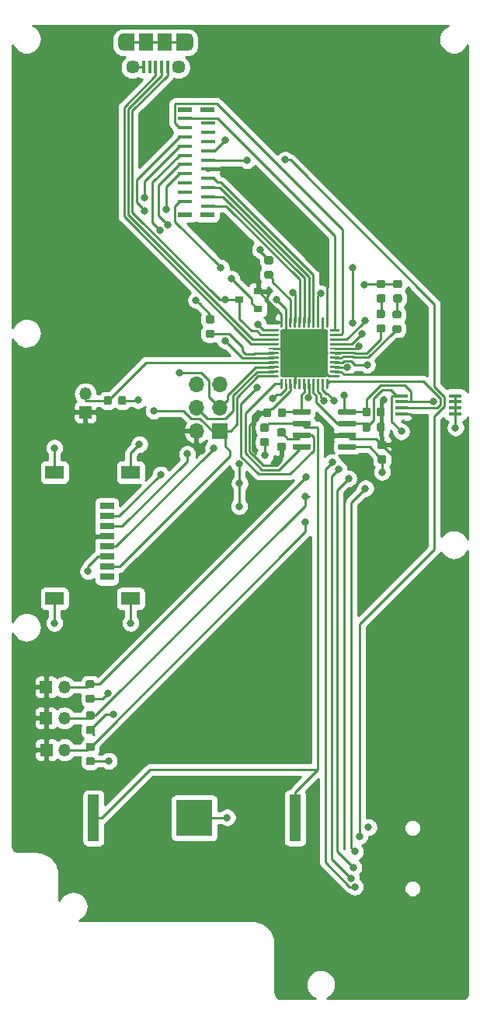
<source format=gbr>
G04 #@! TF.GenerationSoftware,KiCad,Pcbnew,5.1.2-f72e74a~84~ubuntu18.04.1*
G04 #@! TF.CreationDate,2019-07-18T11:25:25-04:00*
G04 #@! TF.ProjectId,Joe,4a6f652e-6b69-4636-9164-5f7063625858,rev?*
G04 #@! TF.SameCoordinates,Original*
G04 #@! TF.FileFunction,Copper,L1,Top*
G04 #@! TF.FilePolarity,Positive*
%FSLAX46Y46*%
G04 Gerber Fmt 4.6, Leading zero omitted, Abs format (unit mm)*
G04 Created by KiCad (PCBNEW 5.1.2-f72e74a~84~ubuntu18.04.1) date 2019-07-18 11:25:25*
%MOMM*%
%LPD*%
G04 APERTURE LIST*
%ADD10O,1.700000X1.700000*%
%ADD11R,1.700000X1.700000*%
%ADD12C,0.100000*%
%ADD13C,0.250000*%
%ADD14C,5.200000*%
%ADD15R,0.900000X0.800000*%
%ADD16R,1.450000X0.450000*%
%ADD17C,0.600000*%
%ADD18C,0.875000*%
%ADD19R,1.500000X0.800000*%
%ADD20R,2.000000X1.450000*%
%ADD21R,1.200000X1.900000*%
%ADD22O,1.200000X1.900000*%
%ADD23R,1.500000X1.900000*%
%ADD24C,1.450000*%
%ADD25R,0.400000X1.350000*%
%ADD26R,1.270000X5.080000*%
%ADD27R,3.960000X3.960000*%
%ADD28R,1.600000X0.600000*%
%ADD29R,1.600000X0.400000*%
%ADD30R,1.350000X1.350000*%
%ADD31O,1.350000X1.350000*%
%ADD32C,0.800000*%
%ADD33C,0.250000*%
%ADD34C,0.254000*%
G04 APERTURE END LIST*
D10*
X-31343600Y5892800D03*
X-28803600Y5892800D03*
X-31343600Y3352800D03*
X-28803600Y3352800D03*
X-31343600Y812800D03*
D11*
X-28803600Y812800D03*
D12*
G36*
X-22040174Y13145699D02*
G01*
X-22034107Y13144799D01*
X-22028157Y13143309D01*
X-22022382Y13141242D01*
X-22016838Y13138620D01*
X-22011577Y13135467D01*
X-22006650Y13131813D01*
X-22002106Y13127694D01*
X-21997987Y13123150D01*
X-21994333Y13118223D01*
X-21991180Y13112962D01*
X-21988558Y13107418D01*
X-21986491Y13101643D01*
X-21985001Y13095693D01*
X-21984101Y13089626D01*
X-21983800Y13083500D01*
X-21983800Y12133500D01*
X-21984101Y12127374D01*
X-21985001Y12121307D01*
X-21986491Y12115357D01*
X-21988558Y12109582D01*
X-21991180Y12104038D01*
X-21994333Y12098777D01*
X-21997987Y12093850D01*
X-22002106Y12089306D01*
X-22006650Y12085187D01*
X-22011577Y12081533D01*
X-22016838Y12078380D01*
X-22022382Y12075758D01*
X-22028157Y12073691D01*
X-22034107Y12072201D01*
X-22040174Y12071301D01*
X-22046300Y12071000D01*
X-22171300Y12071000D01*
X-22177426Y12071301D01*
X-22183493Y12072201D01*
X-22189443Y12073691D01*
X-22195218Y12075758D01*
X-22200762Y12078380D01*
X-22206023Y12081533D01*
X-22210950Y12085187D01*
X-22215494Y12089306D01*
X-22219613Y12093850D01*
X-22223267Y12098777D01*
X-22226420Y12104038D01*
X-22229042Y12109582D01*
X-22231109Y12115357D01*
X-22232599Y12121307D01*
X-22233499Y12127374D01*
X-22233800Y12133500D01*
X-22233800Y13083500D01*
X-22233499Y13089626D01*
X-22232599Y13095693D01*
X-22231109Y13101643D01*
X-22229042Y13107418D01*
X-22226420Y13112962D01*
X-22223267Y13118223D01*
X-22219613Y13123150D01*
X-22215494Y13127694D01*
X-22210950Y13131813D01*
X-22206023Y13135467D01*
X-22200762Y13138620D01*
X-22195218Y13141242D01*
X-22189443Y13143309D01*
X-22183493Y13144799D01*
X-22177426Y13145699D01*
X-22171300Y13146000D01*
X-22046300Y13146000D01*
X-22040174Y13145699D01*
X-22040174Y13145699D01*
G37*
D13*
X-22108800Y12608500D03*
D12*
G36*
X-21540174Y13145699D02*
G01*
X-21534107Y13144799D01*
X-21528157Y13143309D01*
X-21522382Y13141242D01*
X-21516838Y13138620D01*
X-21511577Y13135467D01*
X-21506650Y13131813D01*
X-21502106Y13127694D01*
X-21497987Y13123150D01*
X-21494333Y13118223D01*
X-21491180Y13112962D01*
X-21488558Y13107418D01*
X-21486491Y13101643D01*
X-21485001Y13095693D01*
X-21484101Y13089626D01*
X-21483800Y13083500D01*
X-21483800Y12133500D01*
X-21484101Y12127374D01*
X-21485001Y12121307D01*
X-21486491Y12115357D01*
X-21488558Y12109582D01*
X-21491180Y12104038D01*
X-21494333Y12098777D01*
X-21497987Y12093850D01*
X-21502106Y12089306D01*
X-21506650Y12085187D01*
X-21511577Y12081533D01*
X-21516838Y12078380D01*
X-21522382Y12075758D01*
X-21528157Y12073691D01*
X-21534107Y12072201D01*
X-21540174Y12071301D01*
X-21546300Y12071000D01*
X-21671300Y12071000D01*
X-21677426Y12071301D01*
X-21683493Y12072201D01*
X-21689443Y12073691D01*
X-21695218Y12075758D01*
X-21700762Y12078380D01*
X-21706023Y12081533D01*
X-21710950Y12085187D01*
X-21715494Y12089306D01*
X-21719613Y12093850D01*
X-21723267Y12098777D01*
X-21726420Y12104038D01*
X-21729042Y12109582D01*
X-21731109Y12115357D01*
X-21732599Y12121307D01*
X-21733499Y12127374D01*
X-21733800Y12133500D01*
X-21733800Y13083500D01*
X-21733499Y13089626D01*
X-21732599Y13095693D01*
X-21731109Y13101643D01*
X-21729042Y13107418D01*
X-21726420Y13112962D01*
X-21723267Y13118223D01*
X-21719613Y13123150D01*
X-21715494Y13127694D01*
X-21710950Y13131813D01*
X-21706023Y13135467D01*
X-21700762Y13138620D01*
X-21695218Y13141242D01*
X-21689443Y13143309D01*
X-21683493Y13144799D01*
X-21677426Y13145699D01*
X-21671300Y13146000D01*
X-21546300Y13146000D01*
X-21540174Y13145699D01*
X-21540174Y13145699D01*
G37*
D13*
X-21608800Y12608500D03*
D12*
G36*
X-21040174Y13145699D02*
G01*
X-21034107Y13144799D01*
X-21028157Y13143309D01*
X-21022382Y13141242D01*
X-21016838Y13138620D01*
X-21011577Y13135467D01*
X-21006650Y13131813D01*
X-21002106Y13127694D01*
X-20997987Y13123150D01*
X-20994333Y13118223D01*
X-20991180Y13112962D01*
X-20988558Y13107418D01*
X-20986491Y13101643D01*
X-20985001Y13095693D01*
X-20984101Y13089626D01*
X-20983800Y13083500D01*
X-20983800Y12133500D01*
X-20984101Y12127374D01*
X-20985001Y12121307D01*
X-20986491Y12115357D01*
X-20988558Y12109582D01*
X-20991180Y12104038D01*
X-20994333Y12098777D01*
X-20997987Y12093850D01*
X-21002106Y12089306D01*
X-21006650Y12085187D01*
X-21011577Y12081533D01*
X-21016838Y12078380D01*
X-21022382Y12075758D01*
X-21028157Y12073691D01*
X-21034107Y12072201D01*
X-21040174Y12071301D01*
X-21046300Y12071000D01*
X-21171300Y12071000D01*
X-21177426Y12071301D01*
X-21183493Y12072201D01*
X-21189443Y12073691D01*
X-21195218Y12075758D01*
X-21200762Y12078380D01*
X-21206023Y12081533D01*
X-21210950Y12085187D01*
X-21215494Y12089306D01*
X-21219613Y12093850D01*
X-21223267Y12098777D01*
X-21226420Y12104038D01*
X-21229042Y12109582D01*
X-21231109Y12115357D01*
X-21232599Y12121307D01*
X-21233499Y12127374D01*
X-21233800Y12133500D01*
X-21233800Y13083500D01*
X-21233499Y13089626D01*
X-21232599Y13095693D01*
X-21231109Y13101643D01*
X-21229042Y13107418D01*
X-21226420Y13112962D01*
X-21223267Y13118223D01*
X-21219613Y13123150D01*
X-21215494Y13127694D01*
X-21210950Y13131813D01*
X-21206023Y13135467D01*
X-21200762Y13138620D01*
X-21195218Y13141242D01*
X-21189443Y13143309D01*
X-21183493Y13144799D01*
X-21177426Y13145699D01*
X-21171300Y13146000D01*
X-21046300Y13146000D01*
X-21040174Y13145699D01*
X-21040174Y13145699D01*
G37*
D13*
X-21108800Y12608500D03*
D12*
G36*
X-20540174Y13145699D02*
G01*
X-20534107Y13144799D01*
X-20528157Y13143309D01*
X-20522382Y13141242D01*
X-20516838Y13138620D01*
X-20511577Y13135467D01*
X-20506650Y13131813D01*
X-20502106Y13127694D01*
X-20497987Y13123150D01*
X-20494333Y13118223D01*
X-20491180Y13112962D01*
X-20488558Y13107418D01*
X-20486491Y13101643D01*
X-20485001Y13095693D01*
X-20484101Y13089626D01*
X-20483800Y13083500D01*
X-20483800Y12133500D01*
X-20484101Y12127374D01*
X-20485001Y12121307D01*
X-20486491Y12115357D01*
X-20488558Y12109582D01*
X-20491180Y12104038D01*
X-20494333Y12098777D01*
X-20497987Y12093850D01*
X-20502106Y12089306D01*
X-20506650Y12085187D01*
X-20511577Y12081533D01*
X-20516838Y12078380D01*
X-20522382Y12075758D01*
X-20528157Y12073691D01*
X-20534107Y12072201D01*
X-20540174Y12071301D01*
X-20546300Y12071000D01*
X-20671300Y12071000D01*
X-20677426Y12071301D01*
X-20683493Y12072201D01*
X-20689443Y12073691D01*
X-20695218Y12075758D01*
X-20700762Y12078380D01*
X-20706023Y12081533D01*
X-20710950Y12085187D01*
X-20715494Y12089306D01*
X-20719613Y12093850D01*
X-20723267Y12098777D01*
X-20726420Y12104038D01*
X-20729042Y12109582D01*
X-20731109Y12115357D01*
X-20732599Y12121307D01*
X-20733499Y12127374D01*
X-20733800Y12133500D01*
X-20733800Y13083500D01*
X-20733499Y13089626D01*
X-20732599Y13095693D01*
X-20731109Y13101643D01*
X-20729042Y13107418D01*
X-20726420Y13112962D01*
X-20723267Y13118223D01*
X-20719613Y13123150D01*
X-20715494Y13127694D01*
X-20710950Y13131813D01*
X-20706023Y13135467D01*
X-20700762Y13138620D01*
X-20695218Y13141242D01*
X-20689443Y13143309D01*
X-20683493Y13144799D01*
X-20677426Y13145699D01*
X-20671300Y13146000D01*
X-20546300Y13146000D01*
X-20540174Y13145699D01*
X-20540174Y13145699D01*
G37*
D13*
X-20608800Y12608500D03*
D12*
G36*
X-20040174Y13145699D02*
G01*
X-20034107Y13144799D01*
X-20028157Y13143309D01*
X-20022382Y13141242D01*
X-20016838Y13138620D01*
X-20011577Y13135467D01*
X-20006650Y13131813D01*
X-20002106Y13127694D01*
X-19997987Y13123150D01*
X-19994333Y13118223D01*
X-19991180Y13112962D01*
X-19988558Y13107418D01*
X-19986491Y13101643D01*
X-19985001Y13095693D01*
X-19984101Y13089626D01*
X-19983800Y13083500D01*
X-19983800Y12133500D01*
X-19984101Y12127374D01*
X-19985001Y12121307D01*
X-19986491Y12115357D01*
X-19988558Y12109582D01*
X-19991180Y12104038D01*
X-19994333Y12098777D01*
X-19997987Y12093850D01*
X-20002106Y12089306D01*
X-20006650Y12085187D01*
X-20011577Y12081533D01*
X-20016838Y12078380D01*
X-20022382Y12075758D01*
X-20028157Y12073691D01*
X-20034107Y12072201D01*
X-20040174Y12071301D01*
X-20046300Y12071000D01*
X-20171300Y12071000D01*
X-20177426Y12071301D01*
X-20183493Y12072201D01*
X-20189443Y12073691D01*
X-20195218Y12075758D01*
X-20200762Y12078380D01*
X-20206023Y12081533D01*
X-20210950Y12085187D01*
X-20215494Y12089306D01*
X-20219613Y12093850D01*
X-20223267Y12098777D01*
X-20226420Y12104038D01*
X-20229042Y12109582D01*
X-20231109Y12115357D01*
X-20232599Y12121307D01*
X-20233499Y12127374D01*
X-20233800Y12133500D01*
X-20233800Y13083500D01*
X-20233499Y13089626D01*
X-20232599Y13095693D01*
X-20231109Y13101643D01*
X-20229042Y13107418D01*
X-20226420Y13112962D01*
X-20223267Y13118223D01*
X-20219613Y13123150D01*
X-20215494Y13127694D01*
X-20210950Y13131813D01*
X-20206023Y13135467D01*
X-20200762Y13138620D01*
X-20195218Y13141242D01*
X-20189443Y13143309D01*
X-20183493Y13144799D01*
X-20177426Y13145699D01*
X-20171300Y13146000D01*
X-20046300Y13146000D01*
X-20040174Y13145699D01*
X-20040174Y13145699D01*
G37*
D13*
X-20108800Y12608500D03*
D12*
G36*
X-19540174Y13145699D02*
G01*
X-19534107Y13144799D01*
X-19528157Y13143309D01*
X-19522382Y13141242D01*
X-19516838Y13138620D01*
X-19511577Y13135467D01*
X-19506650Y13131813D01*
X-19502106Y13127694D01*
X-19497987Y13123150D01*
X-19494333Y13118223D01*
X-19491180Y13112962D01*
X-19488558Y13107418D01*
X-19486491Y13101643D01*
X-19485001Y13095693D01*
X-19484101Y13089626D01*
X-19483800Y13083500D01*
X-19483800Y12133500D01*
X-19484101Y12127374D01*
X-19485001Y12121307D01*
X-19486491Y12115357D01*
X-19488558Y12109582D01*
X-19491180Y12104038D01*
X-19494333Y12098777D01*
X-19497987Y12093850D01*
X-19502106Y12089306D01*
X-19506650Y12085187D01*
X-19511577Y12081533D01*
X-19516838Y12078380D01*
X-19522382Y12075758D01*
X-19528157Y12073691D01*
X-19534107Y12072201D01*
X-19540174Y12071301D01*
X-19546300Y12071000D01*
X-19671300Y12071000D01*
X-19677426Y12071301D01*
X-19683493Y12072201D01*
X-19689443Y12073691D01*
X-19695218Y12075758D01*
X-19700762Y12078380D01*
X-19706023Y12081533D01*
X-19710950Y12085187D01*
X-19715494Y12089306D01*
X-19719613Y12093850D01*
X-19723267Y12098777D01*
X-19726420Y12104038D01*
X-19729042Y12109582D01*
X-19731109Y12115357D01*
X-19732599Y12121307D01*
X-19733499Y12127374D01*
X-19733800Y12133500D01*
X-19733800Y13083500D01*
X-19733499Y13089626D01*
X-19732599Y13095693D01*
X-19731109Y13101643D01*
X-19729042Y13107418D01*
X-19726420Y13112962D01*
X-19723267Y13118223D01*
X-19719613Y13123150D01*
X-19715494Y13127694D01*
X-19710950Y13131813D01*
X-19706023Y13135467D01*
X-19700762Y13138620D01*
X-19695218Y13141242D01*
X-19689443Y13143309D01*
X-19683493Y13144799D01*
X-19677426Y13145699D01*
X-19671300Y13146000D01*
X-19546300Y13146000D01*
X-19540174Y13145699D01*
X-19540174Y13145699D01*
G37*
D13*
X-19608800Y12608500D03*
D12*
G36*
X-19040174Y13145699D02*
G01*
X-19034107Y13144799D01*
X-19028157Y13143309D01*
X-19022382Y13141242D01*
X-19016838Y13138620D01*
X-19011577Y13135467D01*
X-19006650Y13131813D01*
X-19002106Y13127694D01*
X-18997987Y13123150D01*
X-18994333Y13118223D01*
X-18991180Y13112962D01*
X-18988558Y13107418D01*
X-18986491Y13101643D01*
X-18985001Y13095693D01*
X-18984101Y13089626D01*
X-18983800Y13083500D01*
X-18983800Y12133500D01*
X-18984101Y12127374D01*
X-18985001Y12121307D01*
X-18986491Y12115357D01*
X-18988558Y12109582D01*
X-18991180Y12104038D01*
X-18994333Y12098777D01*
X-18997987Y12093850D01*
X-19002106Y12089306D01*
X-19006650Y12085187D01*
X-19011577Y12081533D01*
X-19016838Y12078380D01*
X-19022382Y12075758D01*
X-19028157Y12073691D01*
X-19034107Y12072201D01*
X-19040174Y12071301D01*
X-19046300Y12071000D01*
X-19171300Y12071000D01*
X-19177426Y12071301D01*
X-19183493Y12072201D01*
X-19189443Y12073691D01*
X-19195218Y12075758D01*
X-19200762Y12078380D01*
X-19206023Y12081533D01*
X-19210950Y12085187D01*
X-19215494Y12089306D01*
X-19219613Y12093850D01*
X-19223267Y12098777D01*
X-19226420Y12104038D01*
X-19229042Y12109582D01*
X-19231109Y12115357D01*
X-19232599Y12121307D01*
X-19233499Y12127374D01*
X-19233800Y12133500D01*
X-19233800Y13083500D01*
X-19233499Y13089626D01*
X-19232599Y13095693D01*
X-19231109Y13101643D01*
X-19229042Y13107418D01*
X-19226420Y13112962D01*
X-19223267Y13118223D01*
X-19219613Y13123150D01*
X-19215494Y13127694D01*
X-19210950Y13131813D01*
X-19206023Y13135467D01*
X-19200762Y13138620D01*
X-19195218Y13141242D01*
X-19189443Y13143309D01*
X-19183493Y13144799D01*
X-19177426Y13145699D01*
X-19171300Y13146000D01*
X-19046300Y13146000D01*
X-19040174Y13145699D01*
X-19040174Y13145699D01*
G37*
D13*
X-19108800Y12608500D03*
D12*
G36*
X-18540174Y13145699D02*
G01*
X-18534107Y13144799D01*
X-18528157Y13143309D01*
X-18522382Y13141242D01*
X-18516838Y13138620D01*
X-18511577Y13135467D01*
X-18506650Y13131813D01*
X-18502106Y13127694D01*
X-18497987Y13123150D01*
X-18494333Y13118223D01*
X-18491180Y13112962D01*
X-18488558Y13107418D01*
X-18486491Y13101643D01*
X-18485001Y13095693D01*
X-18484101Y13089626D01*
X-18483800Y13083500D01*
X-18483800Y12133500D01*
X-18484101Y12127374D01*
X-18485001Y12121307D01*
X-18486491Y12115357D01*
X-18488558Y12109582D01*
X-18491180Y12104038D01*
X-18494333Y12098777D01*
X-18497987Y12093850D01*
X-18502106Y12089306D01*
X-18506650Y12085187D01*
X-18511577Y12081533D01*
X-18516838Y12078380D01*
X-18522382Y12075758D01*
X-18528157Y12073691D01*
X-18534107Y12072201D01*
X-18540174Y12071301D01*
X-18546300Y12071000D01*
X-18671300Y12071000D01*
X-18677426Y12071301D01*
X-18683493Y12072201D01*
X-18689443Y12073691D01*
X-18695218Y12075758D01*
X-18700762Y12078380D01*
X-18706023Y12081533D01*
X-18710950Y12085187D01*
X-18715494Y12089306D01*
X-18719613Y12093850D01*
X-18723267Y12098777D01*
X-18726420Y12104038D01*
X-18729042Y12109582D01*
X-18731109Y12115357D01*
X-18732599Y12121307D01*
X-18733499Y12127374D01*
X-18733800Y12133500D01*
X-18733800Y13083500D01*
X-18733499Y13089626D01*
X-18732599Y13095693D01*
X-18731109Y13101643D01*
X-18729042Y13107418D01*
X-18726420Y13112962D01*
X-18723267Y13118223D01*
X-18719613Y13123150D01*
X-18715494Y13127694D01*
X-18710950Y13131813D01*
X-18706023Y13135467D01*
X-18700762Y13138620D01*
X-18695218Y13141242D01*
X-18689443Y13143309D01*
X-18683493Y13144799D01*
X-18677426Y13145699D01*
X-18671300Y13146000D01*
X-18546300Y13146000D01*
X-18540174Y13145699D01*
X-18540174Y13145699D01*
G37*
D13*
X-18608800Y12608500D03*
D12*
G36*
X-18040174Y13145699D02*
G01*
X-18034107Y13144799D01*
X-18028157Y13143309D01*
X-18022382Y13141242D01*
X-18016838Y13138620D01*
X-18011577Y13135467D01*
X-18006650Y13131813D01*
X-18002106Y13127694D01*
X-17997987Y13123150D01*
X-17994333Y13118223D01*
X-17991180Y13112962D01*
X-17988558Y13107418D01*
X-17986491Y13101643D01*
X-17985001Y13095693D01*
X-17984101Y13089626D01*
X-17983800Y13083500D01*
X-17983800Y12133500D01*
X-17984101Y12127374D01*
X-17985001Y12121307D01*
X-17986491Y12115357D01*
X-17988558Y12109582D01*
X-17991180Y12104038D01*
X-17994333Y12098777D01*
X-17997987Y12093850D01*
X-18002106Y12089306D01*
X-18006650Y12085187D01*
X-18011577Y12081533D01*
X-18016838Y12078380D01*
X-18022382Y12075758D01*
X-18028157Y12073691D01*
X-18034107Y12072201D01*
X-18040174Y12071301D01*
X-18046300Y12071000D01*
X-18171300Y12071000D01*
X-18177426Y12071301D01*
X-18183493Y12072201D01*
X-18189443Y12073691D01*
X-18195218Y12075758D01*
X-18200762Y12078380D01*
X-18206023Y12081533D01*
X-18210950Y12085187D01*
X-18215494Y12089306D01*
X-18219613Y12093850D01*
X-18223267Y12098777D01*
X-18226420Y12104038D01*
X-18229042Y12109582D01*
X-18231109Y12115357D01*
X-18232599Y12121307D01*
X-18233499Y12127374D01*
X-18233800Y12133500D01*
X-18233800Y13083500D01*
X-18233499Y13089626D01*
X-18232599Y13095693D01*
X-18231109Y13101643D01*
X-18229042Y13107418D01*
X-18226420Y13112962D01*
X-18223267Y13118223D01*
X-18219613Y13123150D01*
X-18215494Y13127694D01*
X-18210950Y13131813D01*
X-18206023Y13135467D01*
X-18200762Y13138620D01*
X-18195218Y13141242D01*
X-18189443Y13143309D01*
X-18183493Y13144799D01*
X-18177426Y13145699D01*
X-18171300Y13146000D01*
X-18046300Y13146000D01*
X-18040174Y13145699D01*
X-18040174Y13145699D01*
G37*
D13*
X-18108800Y12608500D03*
D12*
G36*
X-17540174Y13145699D02*
G01*
X-17534107Y13144799D01*
X-17528157Y13143309D01*
X-17522382Y13141242D01*
X-17516838Y13138620D01*
X-17511577Y13135467D01*
X-17506650Y13131813D01*
X-17502106Y13127694D01*
X-17497987Y13123150D01*
X-17494333Y13118223D01*
X-17491180Y13112962D01*
X-17488558Y13107418D01*
X-17486491Y13101643D01*
X-17485001Y13095693D01*
X-17484101Y13089626D01*
X-17483800Y13083500D01*
X-17483800Y12133500D01*
X-17484101Y12127374D01*
X-17485001Y12121307D01*
X-17486491Y12115357D01*
X-17488558Y12109582D01*
X-17491180Y12104038D01*
X-17494333Y12098777D01*
X-17497987Y12093850D01*
X-17502106Y12089306D01*
X-17506650Y12085187D01*
X-17511577Y12081533D01*
X-17516838Y12078380D01*
X-17522382Y12075758D01*
X-17528157Y12073691D01*
X-17534107Y12072201D01*
X-17540174Y12071301D01*
X-17546300Y12071000D01*
X-17671300Y12071000D01*
X-17677426Y12071301D01*
X-17683493Y12072201D01*
X-17689443Y12073691D01*
X-17695218Y12075758D01*
X-17700762Y12078380D01*
X-17706023Y12081533D01*
X-17710950Y12085187D01*
X-17715494Y12089306D01*
X-17719613Y12093850D01*
X-17723267Y12098777D01*
X-17726420Y12104038D01*
X-17729042Y12109582D01*
X-17731109Y12115357D01*
X-17732599Y12121307D01*
X-17733499Y12127374D01*
X-17733800Y12133500D01*
X-17733800Y13083500D01*
X-17733499Y13089626D01*
X-17732599Y13095693D01*
X-17731109Y13101643D01*
X-17729042Y13107418D01*
X-17726420Y13112962D01*
X-17723267Y13118223D01*
X-17719613Y13123150D01*
X-17715494Y13127694D01*
X-17710950Y13131813D01*
X-17706023Y13135467D01*
X-17700762Y13138620D01*
X-17695218Y13141242D01*
X-17689443Y13143309D01*
X-17683493Y13144799D01*
X-17677426Y13145699D01*
X-17671300Y13146000D01*
X-17546300Y13146000D01*
X-17540174Y13145699D01*
X-17540174Y13145699D01*
G37*
D13*
X-17608800Y12608500D03*
D12*
G36*
X-17040174Y13145699D02*
G01*
X-17034107Y13144799D01*
X-17028157Y13143309D01*
X-17022382Y13141242D01*
X-17016838Y13138620D01*
X-17011577Y13135467D01*
X-17006650Y13131813D01*
X-17002106Y13127694D01*
X-16997987Y13123150D01*
X-16994333Y13118223D01*
X-16991180Y13112962D01*
X-16988558Y13107418D01*
X-16986491Y13101643D01*
X-16985001Y13095693D01*
X-16984101Y13089626D01*
X-16983800Y13083500D01*
X-16983800Y12133500D01*
X-16984101Y12127374D01*
X-16985001Y12121307D01*
X-16986491Y12115357D01*
X-16988558Y12109582D01*
X-16991180Y12104038D01*
X-16994333Y12098777D01*
X-16997987Y12093850D01*
X-17002106Y12089306D01*
X-17006650Y12085187D01*
X-17011577Y12081533D01*
X-17016838Y12078380D01*
X-17022382Y12075758D01*
X-17028157Y12073691D01*
X-17034107Y12072201D01*
X-17040174Y12071301D01*
X-17046300Y12071000D01*
X-17171300Y12071000D01*
X-17177426Y12071301D01*
X-17183493Y12072201D01*
X-17189443Y12073691D01*
X-17195218Y12075758D01*
X-17200762Y12078380D01*
X-17206023Y12081533D01*
X-17210950Y12085187D01*
X-17215494Y12089306D01*
X-17219613Y12093850D01*
X-17223267Y12098777D01*
X-17226420Y12104038D01*
X-17229042Y12109582D01*
X-17231109Y12115357D01*
X-17232599Y12121307D01*
X-17233499Y12127374D01*
X-17233800Y12133500D01*
X-17233800Y13083500D01*
X-17233499Y13089626D01*
X-17232599Y13095693D01*
X-17231109Y13101643D01*
X-17229042Y13107418D01*
X-17226420Y13112962D01*
X-17223267Y13118223D01*
X-17219613Y13123150D01*
X-17215494Y13127694D01*
X-17210950Y13131813D01*
X-17206023Y13135467D01*
X-17200762Y13138620D01*
X-17195218Y13141242D01*
X-17189443Y13143309D01*
X-17183493Y13144799D01*
X-17177426Y13145699D01*
X-17171300Y13146000D01*
X-17046300Y13146000D01*
X-17040174Y13145699D01*
X-17040174Y13145699D01*
G37*
D13*
X-17108800Y12608500D03*
D12*
G36*
X-15790174Y11895699D02*
G01*
X-15784107Y11894799D01*
X-15778157Y11893309D01*
X-15772382Y11891242D01*
X-15766838Y11888620D01*
X-15761577Y11885467D01*
X-15756650Y11881813D01*
X-15752106Y11877694D01*
X-15747987Y11873150D01*
X-15744333Y11868223D01*
X-15741180Y11862962D01*
X-15738558Y11857418D01*
X-15736491Y11851643D01*
X-15735001Y11845693D01*
X-15734101Y11839626D01*
X-15733800Y11833500D01*
X-15733800Y11708500D01*
X-15734101Y11702374D01*
X-15735001Y11696307D01*
X-15736491Y11690357D01*
X-15738558Y11684582D01*
X-15741180Y11679038D01*
X-15744333Y11673777D01*
X-15747987Y11668850D01*
X-15752106Y11664306D01*
X-15756650Y11660187D01*
X-15761577Y11656533D01*
X-15766838Y11653380D01*
X-15772382Y11650758D01*
X-15778157Y11648691D01*
X-15784107Y11647201D01*
X-15790174Y11646301D01*
X-15796300Y11646000D01*
X-16746300Y11646000D01*
X-16752426Y11646301D01*
X-16758493Y11647201D01*
X-16764443Y11648691D01*
X-16770218Y11650758D01*
X-16775762Y11653380D01*
X-16781023Y11656533D01*
X-16785950Y11660187D01*
X-16790494Y11664306D01*
X-16794613Y11668850D01*
X-16798267Y11673777D01*
X-16801420Y11679038D01*
X-16804042Y11684582D01*
X-16806109Y11690357D01*
X-16807599Y11696307D01*
X-16808499Y11702374D01*
X-16808800Y11708500D01*
X-16808800Y11833500D01*
X-16808499Y11839626D01*
X-16807599Y11845693D01*
X-16806109Y11851643D01*
X-16804042Y11857418D01*
X-16801420Y11862962D01*
X-16798267Y11868223D01*
X-16794613Y11873150D01*
X-16790494Y11877694D01*
X-16785950Y11881813D01*
X-16781023Y11885467D01*
X-16775762Y11888620D01*
X-16770218Y11891242D01*
X-16764443Y11893309D01*
X-16758493Y11894799D01*
X-16752426Y11895699D01*
X-16746300Y11896000D01*
X-15796300Y11896000D01*
X-15790174Y11895699D01*
X-15790174Y11895699D01*
G37*
D13*
X-16271300Y11771000D03*
D12*
G36*
X-15790174Y11395699D02*
G01*
X-15784107Y11394799D01*
X-15778157Y11393309D01*
X-15772382Y11391242D01*
X-15766838Y11388620D01*
X-15761577Y11385467D01*
X-15756650Y11381813D01*
X-15752106Y11377694D01*
X-15747987Y11373150D01*
X-15744333Y11368223D01*
X-15741180Y11362962D01*
X-15738558Y11357418D01*
X-15736491Y11351643D01*
X-15735001Y11345693D01*
X-15734101Y11339626D01*
X-15733800Y11333500D01*
X-15733800Y11208500D01*
X-15734101Y11202374D01*
X-15735001Y11196307D01*
X-15736491Y11190357D01*
X-15738558Y11184582D01*
X-15741180Y11179038D01*
X-15744333Y11173777D01*
X-15747987Y11168850D01*
X-15752106Y11164306D01*
X-15756650Y11160187D01*
X-15761577Y11156533D01*
X-15766838Y11153380D01*
X-15772382Y11150758D01*
X-15778157Y11148691D01*
X-15784107Y11147201D01*
X-15790174Y11146301D01*
X-15796300Y11146000D01*
X-16746300Y11146000D01*
X-16752426Y11146301D01*
X-16758493Y11147201D01*
X-16764443Y11148691D01*
X-16770218Y11150758D01*
X-16775762Y11153380D01*
X-16781023Y11156533D01*
X-16785950Y11160187D01*
X-16790494Y11164306D01*
X-16794613Y11168850D01*
X-16798267Y11173777D01*
X-16801420Y11179038D01*
X-16804042Y11184582D01*
X-16806109Y11190357D01*
X-16807599Y11196307D01*
X-16808499Y11202374D01*
X-16808800Y11208500D01*
X-16808800Y11333500D01*
X-16808499Y11339626D01*
X-16807599Y11345693D01*
X-16806109Y11351643D01*
X-16804042Y11357418D01*
X-16801420Y11362962D01*
X-16798267Y11368223D01*
X-16794613Y11373150D01*
X-16790494Y11377694D01*
X-16785950Y11381813D01*
X-16781023Y11385467D01*
X-16775762Y11388620D01*
X-16770218Y11391242D01*
X-16764443Y11393309D01*
X-16758493Y11394799D01*
X-16752426Y11395699D01*
X-16746300Y11396000D01*
X-15796300Y11396000D01*
X-15790174Y11395699D01*
X-15790174Y11395699D01*
G37*
D13*
X-16271300Y11271000D03*
D12*
G36*
X-15790174Y10895699D02*
G01*
X-15784107Y10894799D01*
X-15778157Y10893309D01*
X-15772382Y10891242D01*
X-15766838Y10888620D01*
X-15761577Y10885467D01*
X-15756650Y10881813D01*
X-15752106Y10877694D01*
X-15747987Y10873150D01*
X-15744333Y10868223D01*
X-15741180Y10862962D01*
X-15738558Y10857418D01*
X-15736491Y10851643D01*
X-15735001Y10845693D01*
X-15734101Y10839626D01*
X-15733800Y10833500D01*
X-15733800Y10708500D01*
X-15734101Y10702374D01*
X-15735001Y10696307D01*
X-15736491Y10690357D01*
X-15738558Y10684582D01*
X-15741180Y10679038D01*
X-15744333Y10673777D01*
X-15747987Y10668850D01*
X-15752106Y10664306D01*
X-15756650Y10660187D01*
X-15761577Y10656533D01*
X-15766838Y10653380D01*
X-15772382Y10650758D01*
X-15778157Y10648691D01*
X-15784107Y10647201D01*
X-15790174Y10646301D01*
X-15796300Y10646000D01*
X-16746300Y10646000D01*
X-16752426Y10646301D01*
X-16758493Y10647201D01*
X-16764443Y10648691D01*
X-16770218Y10650758D01*
X-16775762Y10653380D01*
X-16781023Y10656533D01*
X-16785950Y10660187D01*
X-16790494Y10664306D01*
X-16794613Y10668850D01*
X-16798267Y10673777D01*
X-16801420Y10679038D01*
X-16804042Y10684582D01*
X-16806109Y10690357D01*
X-16807599Y10696307D01*
X-16808499Y10702374D01*
X-16808800Y10708500D01*
X-16808800Y10833500D01*
X-16808499Y10839626D01*
X-16807599Y10845693D01*
X-16806109Y10851643D01*
X-16804042Y10857418D01*
X-16801420Y10862962D01*
X-16798267Y10868223D01*
X-16794613Y10873150D01*
X-16790494Y10877694D01*
X-16785950Y10881813D01*
X-16781023Y10885467D01*
X-16775762Y10888620D01*
X-16770218Y10891242D01*
X-16764443Y10893309D01*
X-16758493Y10894799D01*
X-16752426Y10895699D01*
X-16746300Y10896000D01*
X-15796300Y10896000D01*
X-15790174Y10895699D01*
X-15790174Y10895699D01*
G37*
D13*
X-16271300Y10771000D03*
D12*
G36*
X-15790174Y10395699D02*
G01*
X-15784107Y10394799D01*
X-15778157Y10393309D01*
X-15772382Y10391242D01*
X-15766838Y10388620D01*
X-15761577Y10385467D01*
X-15756650Y10381813D01*
X-15752106Y10377694D01*
X-15747987Y10373150D01*
X-15744333Y10368223D01*
X-15741180Y10362962D01*
X-15738558Y10357418D01*
X-15736491Y10351643D01*
X-15735001Y10345693D01*
X-15734101Y10339626D01*
X-15733800Y10333500D01*
X-15733800Y10208500D01*
X-15734101Y10202374D01*
X-15735001Y10196307D01*
X-15736491Y10190357D01*
X-15738558Y10184582D01*
X-15741180Y10179038D01*
X-15744333Y10173777D01*
X-15747987Y10168850D01*
X-15752106Y10164306D01*
X-15756650Y10160187D01*
X-15761577Y10156533D01*
X-15766838Y10153380D01*
X-15772382Y10150758D01*
X-15778157Y10148691D01*
X-15784107Y10147201D01*
X-15790174Y10146301D01*
X-15796300Y10146000D01*
X-16746300Y10146000D01*
X-16752426Y10146301D01*
X-16758493Y10147201D01*
X-16764443Y10148691D01*
X-16770218Y10150758D01*
X-16775762Y10153380D01*
X-16781023Y10156533D01*
X-16785950Y10160187D01*
X-16790494Y10164306D01*
X-16794613Y10168850D01*
X-16798267Y10173777D01*
X-16801420Y10179038D01*
X-16804042Y10184582D01*
X-16806109Y10190357D01*
X-16807599Y10196307D01*
X-16808499Y10202374D01*
X-16808800Y10208500D01*
X-16808800Y10333500D01*
X-16808499Y10339626D01*
X-16807599Y10345693D01*
X-16806109Y10351643D01*
X-16804042Y10357418D01*
X-16801420Y10362962D01*
X-16798267Y10368223D01*
X-16794613Y10373150D01*
X-16790494Y10377694D01*
X-16785950Y10381813D01*
X-16781023Y10385467D01*
X-16775762Y10388620D01*
X-16770218Y10391242D01*
X-16764443Y10393309D01*
X-16758493Y10394799D01*
X-16752426Y10395699D01*
X-16746300Y10396000D01*
X-15796300Y10396000D01*
X-15790174Y10395699D01*
X-15790174Y10395699D01*
G37*
D13*
X-16271300Y10271000D03*
D12*
G36*
X-15790174Y9895699D02*
G01*
X-15784107Y9894799D01*
X-15778157Y9893309D01*
X-15772382Y9891242D01*
X-15766838Y9888620D01*
X-15761577Y9885467D01*
X-15756650Y9881813D01*
X-15752106Y9877694D01*
X-15747987Y9873150D01*
X-15744333Y9868223D01*
X-15741180Y9862962D01*
X-15738558Y9857418D01*
X-15736491Y9851643D01*
X-15735001Y9845693D01*
X-15734101Y9839626D01*
X-15733800Y9833500D01*
X-15733800Y9708500D01*
X-15734101Y9702374D01*
X-15735001Y9696307D01*
X-15736491Y9690357D01*
X-15738558Y9684582D01*
X-15741180Y9679038D01*
X-15744333Y9673777D01*
X-15747987Y9668850D01*
X-15752106Y9664306D01*
X-15756650Y9660187D01*
X-15761577Y9656533D01*
X-15766838Y9653380D01*
X-15772382Y9650758D01*
X-15778157Y9648691D01*
X-15784107Y9647201D01*
X-15790174Y9646301D01*
X-15796300Y9646000D01*
X-16746300Y9646000D01*
X-16752426Y9646301D01*
X-16758493Y9647201D01*
X-16764443Y9648691D01*
X-16770218Y9650758D01*
X-16775762Y9653380D01*
X-16781023Y9656533D01*
X-16785950Y9660187D01*
X-16790494Y9664306D01*
X-16794613Y9668850D01*
X-16798267Y9673777D01*
X-16801420Y9679038D01*
X-16804042Y9684582D01*
X-16806109Y9690357D01*
X-16807599Y9696307D01*
X-16808499Y9702374D01*
X-16808800Y9708500D01*
X-16808800Y9833500D01*
X-16808499Y9839626D01*
X-16807599Y9845693D01*
X-16806109Y9851643D01*
X-16804042Y9857418D01*
X-16801420Y9862962D01*
X-16798267Y9868223D01*
X-16794613Y9873150D01*
X-16790494Y9877694D01*
X-16785950Y9881813D01*
X-16781023Y9885467D01*
X-16775762Y9888620D01*
X-16770218Y9891242D01*
X-16764443Y9893309D01*
X-16758493Y9894799D01*
X-16752426Y9895699D01*
X-16746300Y9896000D01*
X-15796300Y9896000D01*
X-15790174Y9895699D01*
X-15790174Y9895699D01*
G37*
D13*
X-16271300Y9771000D03*
D12*
G36*
X-15790174Y9395699D02*
G01*
X-15784107Y9394799D01*
X-15778157Y9393309D01*
X-15772382Y9391242D01*
X-15766838Y9388620D01*
X-15761577Y9385467D01*
X-15756650Y9381813D01*
X-15752106Y9377694D01*
X-15747987Y9373150D01*
X-15744333Y9368223D01*
X-15741180Y9362962D01*
X-15738558Y9357418D01*
X-15736491Y9351643D01*
X-15735001Y9345693D01*
X-15734101Y9339626D01*
X-15733800Y9333500D01*
X-15733800Y9208500D01*
X-15734101Y9202374D01*
X-15735001Y9196307D01*
X-15736491Y9190357D01*
X-15738558Y9184582D01*
X-15741180Y9179038D01*
X-15744333Y9173777D01*
X-15747987Y9168850D01*
X-15752106Y9164306D01*
X-15756650Y9160187D01*
X-15761577Y9156533D01*
X-15766838Y9153380D01*
X-15772382Y9150758D01*
X-15778157Y9148691D01*
X-15784107Y9147201D01*
X-15790174Y9146301D01*
X-15796300Y9146000D01*
X-16746300Y9146000D01*
X-16752426Y9146301D01*
X-16758493Y9147201D01*
X-16764443Y9148691D01*
X-16770218Y9150758D01*
X-16775762Y9153380D01*
X-16781023Y9156533D01*
X-16785950Y9160187D01*
X-16790494Y9164306D01*
X-16794613Y9168850D01*
X-16798267Y9173777D01*
X-16801420Y9179038D01*
X-16804042Y9184582D01*
X-16806109Y9190357D01*
X-16807599Y9196307D01*
X-16808499Y9202374D01*
X-16808800Y9208500D01*
X-16808800Y9333500D01*
X-16808499Y9339626D01*
X-16807599Y9345693D01*
X-16806109Y9351643D01*
X-16804042Y9357418D01*
X-16801420Y9362962D01*
X-16798267Y9368223D01*
X-16794613Y9373150D01*
X-16790494Y9377694D01*
X-16785950Y9381813D01*
X-16781023Y9385467D01*
X-16775762Y9388620D01*
X-16770218Y9391242D01*
X-16764443Y9393309D01*
X-16758493Y9394799D01*
X-16752426Y9395699D01*
X-16746300Y9396000D01*
X-15796300Y9396000D01*
X-15790174Y9395699D01*
X-15790174Y9395699D01*
G37*
D13*
X-16271300Y9271000D03*
D12*
G36*
X-15790174Y8895699D02*
G01*
X-15784107Y8894799D01*
X-15778157Y8893309D01*
X-15772382Y8891242D01*
X-15766838Y8888620D01*
X-15761577Y8885467D01*
X-15756650Y8881813D01*
X-15752106Y8877694D01*
X-15747987Y8873150D01*
X-15744333Y8868223D01*
X-15741180Y8862962D01*
X-15738558Y8857418D01*
X-15736491Y8851643D01*
X-15735001Y8845693D01*
X-15734101Y8839626D01*
X-15733800Y8833500D01*
X-15733800Y8708500D01*
X-15734101Y8702374D01*
X-15735001Y8696307D01*
X-15736491Y8690357D01*
X-15738558Y8684582D01*
X-15741180Y8679038D01*
X-15744333Y8673777D01*
X-15747987Y8668850D01*
X-15752106Y8664306D01*
X-15756650Y8660187D01*
X-15761577Y8656533D01*
X-15766838Y8653380D01*
X-15772382Y8650758D01*
X-15778157Y8648691D01*
X-15784107Y8647201D01*
X-15790174Y8646301D01*
X-15796300Y8646000D01*
X-16746300Y8646000D01*
X-16752426Y8646301D01*
X-16758493Y8647201D01*
X-16764443Y8648691D01*
X-16770218Y8650758D01*
X-16775762Y8653380D01*
X-16781023Y8656533D01*
X-16785950Y8660187D01*
X-16790494Y8664306D01*
X-16794613Y8668850D01*
X-16798267Y8673777D01*
X-16801420Y8679038D01*
X-16804042Y8684582D01*
X-16806109Y8690357D01*
X-16807599Y8696307D01*
X-16808499Y8702374D01*
X-16808800Y8708500D01*
X-16808800Y8833500D01*
X-16808499Y8839626D01*
X-16807599Y8845693D01*
X-16806109Y8851643D01*
X-16804042Y8857418D01*
X-16801420Y8862962D01*
X-16798267Y8868223D01*
X-16794613Y8873150D01*
X-16790494Y8877694D01*
X-16785950Y8881813D01*
X-16781023Y8885467D01*
X-16775762Y8888620D01*
X-16770218Y8891242D01*
X-16764443Y8893309D01*
X-16758493Y8894799D01*
X-16752426Y8895699D01*
X-16746300Y8896000D01*
X-15796300Y8896000D01*
X-15790174Y8895699D01*
X-15790174Y8895699D01*
G37*
D13*
X-16271300Y8771000D03*
D12*
G36*
X-15790174Y8395699D02*
G01*
X-15784107Y8394799D01*
X-15778157Y8393309D01*
X-15772382Y8391242D01*
X-15766838Y8388620D01*
X-15761577Y8385467D01*
X-15756650Y8381813D01*
X-15752106Y8377694D01*
X-15747987Y8373150D01*
X-15744333Y8368223D01*
X-15741180Y8362962D01*
X-15738558Y8357418D01*
X-15736491Y8351643D01*
X-15735001Y8345693D01*
X-15734101Y8339626D01*
X-15733800Y8333500D01*
X-15733800Y8208500D01*
X-15734101Y8202374D01*
X-15735001Y8196307D01*
X-15736491Y8190357D01*
X-15738558Y8184582D01*
X-15741180Y8179038D01*
X-15744333Y8173777D01*
X-15747987Y8168850D01*
X-15752106Y8164306D01*
X-15756650Y8160187D01*
X-15761577Y8156533D01*
X-15766838Y8153380D01*
X-15772382Y8150758D01*
X-15778157Y8148691D01*
X-15784107Y8147201D01*
X-15790174Y8146301D01*
X-15796300Y8146000D01*
X-16746300Y8146000D01*
X-16752426Y8146301D01*
X-16758493Y8147201D01*
X-16764443Y8148691D01*
X-16770218Y8150758D01*
X-16775762Y8153380D01*
X-16781023Y8156533D01*
X-16785950Y8160187D01*
X-16790494Y8164306D01*
X-16794613Y8168850D01*
X-16798267Y8173777D01*
X-16801420Y8179038D01*
X-16804042Y8184582D01*
X-16806109Y8190357D01*
X-16807599Y8196307D01*
X-16808499Y8202374D01*
X-16808800Y8208500D01*
X-16808800Y8333500D01*
X-16808499Y8339626D01*
X-16807599Y8345693D01*
X-16806109Y8351643D01*
X-16804042Y8357418D01*
X-16801420Y8362962D01*
X-16798267Y8368223D01*
X-16794613Y8373150D01*
X-16790494Y8377694D01*
X-16785950Y8381813D01*
X-16781023Y8385467D01*
X-16775762Y8388620D01*
X-16770218Y8391242D01*
X-16764443Y8393309D01*
X-16758493Y8394799D01*
X-16752426Y8395699D01*
X-16746300Y8396000D01*
X-15796300Y8396000D01*
X-15790174Y8395699D01*
X-15790174Y8395699D01*
G37*
D13*
X-16271300Y8271000D03*
D12*
G36*
X-15790174Y7895699D02*
G01*
X-15784107Y7894799D01*
X-15778157Y7893309D01*
X-15772382Y7891242D01*
X-15766838Y7888620D01*
X-15761577Y7885467D01*
X-15756650Y7881813D01*
X-15752106Y7877694D01*
X-15747987Y7873150D01*
X-15744333Y7868223D01*
X-15741180Y7862962D01*
X-15738558Y7857418D01*
X-15736491Y7851643D01*
X-15735001Y7845693D01*
X-15734101Y7839626D01*
X-15733800Y7833500D01*
X-15733800Y7708500D01*
X-15734101Y7702374D01*
X-15735001Y7696307D01*
X-15736491Y7690357D01*
X-15738558Y7684582D01*
X-15741180Y7679038D01*
X-15744333Y7673777D01*
X-15747987Y7668850D01*
X-15752106Y7664306D01*
X-15756650Y7660187D01*
X-15761577Y7656533D01*
X-15766838Y7653380D01*
X-15772382Y7650758D01*
X-15778157Y7648691D01*
X-15784107Y7647201D01*
X-15790174Y7646301D01*
X-15796300Y7646000D01*
X-16746300Y7646000D01*
X-16752426Y7646301D01*
X-16758493Y7647201D01*
X-16764443Y7648691D01*
X-16770218Y7650758D01*
X-16775762Y7653380D01*
X-16781023Y7656533D01*
X-16785950Y7660187D01*
X-16790494Y7664306D01*
X-16794613Y7668850D01*
X-16798267Y7673777D01*
X-16801420Y7679038D01*
X-16804042Y7684582D01*
X-16806109Y7690357D01*
X-16807599Y7696307D01*
X-16808499Y7702374D01*
X-16808800Y7708500D01*
X-16808800Y7833500D01*
X-16808499Y7839626D01*
X-16807599Y7845693D01*
X-16806109Y7851643D01*
X-16804042Y7857418D01*
X-16801420Y7862962D01*
X-16798267Y7868223D01*
X-16794613Y7873150D01*
X-16790494Y7877694D01*
X-16785950Y7881813D01*
X-16781023Y7885467D01*
X-16775762Y7888620D01*
X-16770218Y7891242D01*
X-16764443Y7893309D01*
X-16758493Y7894799D01*
X-16752426Y7895699D01*
X-16746300Y7896000D01*
X-15796300Y7896000D01*
X-15790174Y7895699D01*
X-15790174Y7895699D01*
G37*
D13*
X-16271300Y7771000D03*
D12*
G36*
X-15790174Y7395699D02*
G01*
X-15784107Y7394799D01*
X-15778157Y7393309D01*
X-15772382Y7391242D01*
X-15766838Y7388620D01*
X-15761577Y7385467D01*
X-15756650Y7381813D01*
X-15752106Y7377694D01*
X-15747987Y7373150D01*
X-15744333Y7368223D01*
X-15741180Y7362962D01*
X-15738558Y7357418D01*
X-15736491Y7351643D01*
X-15735001Y7345693D01*
X-15734101Y7339626D01*
X-15733800Y7333500D01*
X-15733800Y7208500D01*
X-15734101Y7202374D01*
X-15735001Y7196307D01*
X-15736491Y7190357D01*
X-15738558Y7184582D01*
X-15741180Y7179038D01*
X-15744333Y7173777D01*
X-15747987Y7168850D01*
X-15752106Y7164306D01*
X-15756650Y7160187D01*
X-15761577Y7156533D01*
X-15766838Y7153380D01*
X-15772382Y7150758D01*
X-15778157Y7148691D01*
X-15784107Y7147201D01*
X-15790174Y7146301D01*
X-15796300Y7146000D01*
X-16746300Y7146000D01*
X-16752426Y7146301D01*
X-16758493Y7147201D01*
X-16764443Y7148691D01*
X-16770218Y7150758D01*
X-16775762Y7153380D01*
X-16781023Y7156533D01*
X-16785950Y7160187D01*
X-16790494Y7164306D01*
X-16794613Y7168850D01*
X-16798267Y7173777D01*
X-16801420Y7179038D01*
X-16804042Y7184582D01*
X-16806109Y7190357D01*
X-16807599Y7196307D01*
X-16808499Y7202374D01*
X-16808800Y7208500D01*
X-16808800Y7333500D01*
X-16808499Y7339626D01*
X-16807599Y7345693D01*
X-16806109Y7351643D01*
X-16804042Y7357418D01*
X-16801420Y7362962D01*
X-16798267Y7368223D01*
X-16794613Y7373150D01*
X-16790494Y7377694D01*
X-16785950Y7381813D01*
X-16781023Y7385467D01*
X-16775762Y7388620D01*
X-16770218Y7391242D01*
X-16764443Y7393309D01*
X-16758493Y7394799D01*
X-16752426Y7395699D01*
X-16746300Y7396000D01*
X-15796300Y7396000D01*
X-15790174Y7395699D01*
X-15790174Y7395699D01*
G37*
D13*
X-16271300Y7271000D03*
D12*
G36*
X-15790174Y6895699D02*
G01*
X-15784107Y6894799D01*
X-15778157Y6893309D01*
X-15772382Y6891242D01*
X-15766838Y6888620D01*
X-15761577Y6885467D01*
X-15756650Y6881813D01*
X-15752106Y6877694D01*
X-15747987Y6873150D01*
X-15744333Y6868223D01*
X-15741180Y6862962D01*
X-15738558Y6857418D01*
X-15736491Y6851643D01*
X-15735001Y6845693D01*
X-15734101Y6839626D01*
X-15733800Y6833500D01*
X-15733800Y6708500D01*
X-15734101Y6702374D01*
X-15735001Y6696307D01*
X-15736491Y6690357D01*
X-15738558Y6684582D01*
X-15741180Y6679038D01*
X-15744333Y6673777D01*
X-15747987Y6668850D01*
X-15752106Y6664306D01*
X-15756650Y6660187D01*
X-15761577Y6656533D01*
X-15766838Y6653380D01*
X-15772382Y6650758D01*
X-15778157Y6648691D01*
X-15784107Y6647201D01*
X-15790174Y6646301D01*
X-15796300Y6646000D01*
X-16746300Y6646000D01*
X-16752426Y6646301D01*
X-16758493Y6647201D01*
X-16764443Y6648691D01*
X-16770218Y6650758D01*
X-16775762Y6653380D01*
X-16781023Y6656533D01*
X-16785950Y6660187D01*
X-16790494Y6664306D01*
X-16794613Y6668850D01*
X-16798267Y6673777D01*
X-16801420Y6679038D01*
X-16804042Y6684582D01*
X-16806109Y6690357D01*
X-16807599Y6696307D01*
X-16808499Y6702374D01*
X-16808800Y6708500D01*
X-16808800Y6833500D01*
X-16808499Y6839626D01*
X-16807599Y6845693D01*
X-16806109Y6851643D01*
X-16804042Y6857418D01*
X-16801420Y6862962D01*
X-16798267Y6868223D01*
X-16794613Y6873150D01*
X-16790494Y6877694D01*
X-16785950Y6881813D01*
X-16781023Y6885467D01*
X-16775762Y6888620D01*
X-16770218Y6891242D01*
X-16764443Y6893309D01*
X-16758493Y6894799D01*
X-16752426Y6895699D01*
X-16746300Y6896000D01*
X-15796300Y6896000D01*
X-15790174Y6895699D01*
X-15790174Y6895699D01*
G37*
D13*
X-16271300Y6771000D03*
D12*
G36*
X-17040174Y6470699D02*
G01*
X-17034107Y6469799D01*
X-17028157Y6468309D01*
X-17022382Y6466242D01*
X-17016838Y6463620D01*
X-17011577Y6460467D01*
X-17006650Y6456813D01*
X-17002106Y6452694D01*
X-16997987Y6448150D01*
X-16994333Y6443223D01*
X-16991180Y6437962D01*
X-16988558Y6432418D01*
X-16986491Y6426643D01*
X-16985001Y6420693D01*
X-16984101Y6414626D01*
X-16983800Y6408500D01*
X-16983800Y5458500D01*
X-16984101Y5452374D01*
X-16985001Y5446307D01*
X-16986491Y5440357D01*
X-16988558Y5434582D01*
X-16991180Y5429038D01*
X-16994333Y5423777D01*
X-16997987Y5418850D01*
X-17002106Y5414306D01*
X-17006650Y5410187D01*
X-17011577Y5406533D01*
X-17016838Y5403380D01*
X-17022382Y5400758D01*
X-17028157Y5398691D01*
X-17034107Y5397201D01*
X-17040174Y5396301D01*
X-17046300Y5396000D01*
X-17171300Y5396000D01*
X-17177426Y5396301D01*
X-17183493Y5397201D01*
X-17189443Y5398691D01*
X-17195218Y5400758D01*
X-17200762Y5403380D01*
X-17206023Y5406533D01*
X-17210950Y5410187D01*
X-17215494Y5414306D01*
X-17219613Y5418850D01*
X-17223267Y5423777D01*
X-17226420Y5429038D01*
X-17229042Y5434582D01*
X-17231109Y5440357D01*
X-17232599Y5446307D01*
X-17233499Y5452374D01*
X-17233800Y5458500D01*
X-17233800Y6408500D01*
X-17233499Y6414626D01*
X-17232599Y6420693D01*
X-17231109Y6426643D01*
X-17229042Y6432418D01*
X-17226420Y6437962D01*
X-17223267Y6443223D01*
X-17219613Y6448150D01*
X-17215494Y6452694D01*
X-17210950Y6456813D01*
X-17206023Y6460467D01*
X-17200762Y6463620D01*
X-17195218Y6466242D01*
X-17189443Y6468309D01*
X-17183493Y6469799D01*
X-17177426Y6470699D01*
X-17171300Y6471000D01*
X-17046300Y6471000D01*
X-17040174Y6470699D01*
X-17040174Y6470699D01*
G37*
D13*
X-17108800Y5933500D03*
D12*
G36*
X-17540174Y6470699D02*
G01*
X-17534107Y6469799D01*
X-17528157Y6468309D01*
X-17522382Y6466242D01*
X-17516838Y6463620D01*
X-17511577Y6460467D01*
X-17506650Y6456813D01*
X-17502106Y6452694D01*
X-17497987Y6448150D01*
X-17494333Y6443223D01*
X-17491180Y6437962D01*
X-17488558Y6432418D01*
X-17486491Y6426643D01*
X-17485001Y6420693D01*
X-17484101Y6414626D01*
X-17483800Y6408500D01*
X-17483800Y5458500D01*
X-17484101Y5452374D01*
X-17485001Y5446307D01*
X-17486491Y5440357D01*
X-17488558Y5434582D01*
X-17491180Y5429038D01*
X-17494333Y5423777D01*
X-17497987Y5418850D01*
X-17502106Y5414306D01*
X-17506650Y5410187D01*
X-17511577Y5406533D01*
X-17516838Y5403380D01*
X-17522382Y5400758D01*
X-17528157Y5398691D01*
X-17534107Y5397201D01*
X-17540174Y5396301D01*
X-17546300Y5396000D01*
X-17671300Y5396000D01*
X-17677426Y5396301D01*
X-17683493Y5397201D01*
X-17689443Y5398691D01*
X-17695218Y5400758D01*
X-17700762Y5403380D01*
X-17706023Y5406533D01*
X-17710950Y5410187D01*
X-17715494Y5414306D01*
X-17719613Y5418850D01*
X-17723267Y5423777D01*
X-17726420Y5429038D01*
X-17729042Y5434582D01*
X-17731109Y5440357D01*
X-17732599Y5446307D01*
X-17733499Y5452374D01*
X-17733800Y5458500D01*
X-17733800Y6408500D01*
X-17733499Y6414626D01*
X-17732599Y6420693D01*
X-17731109Y6426643D01*
X-17729042Y6432418D01*
X-17726420Y6437962D01*
X-17723267Y6443223D01*
X-17719613Y6448150D01*
X-17715494Y6452694D01*
X-17710950Y6456813D01*
X-17706023Y6460467D01*
X-17700762Y6463620D01*
X-17695218Y6466242D01*
X-17689443Y6468309D01*
X-17683493Y6469799D01*
X-17677426Y6470699D01*
X-17671300Y6471000D01*
X-17546300Y6471000D01*
X-17540174Y6470699D01*
X-17540174Y6470699D01*
G37*
D13*
X-17608800Y5933500D03*
D12*
G36*
X-18040174Y6470699D02*
G01*
X-18034107Y6469799D01*
X-18028157Y6468309D01*
X-18022382Y6466242D01*
X-18016838Y6463620D01*
X-18011577Y6460467D01*
X-18006650Y6456813D01*
X-18002106Y6452694D01*
X-17997987Y6448150D01*
X-17994333Y6443223D01*
X-17991180Y6437962D01*
X-17988558Y6432418D01*
X-17986491Y6426643D01*
X-17985001Y6420693D01*
X-17984101Y6414626D01*
X-17983800Y6408500D01*
X-17983800Y5458500D01*
X-17984101Y5452374D01*
X-17985001Y5446307D01*
X-17986491Y5440357D01*
X-17988558Y5434582D01*
X-17991180Y5429038D01*
X-17994333Y5423777D01*
X-17997987Y5418850D01*
X-18002106Y5414306D01*
X-18006650Y5410187D01*
X-18011577Y5406533D01*
X-18016838Y5403380D01*
X-18022382Y5400758D01*
X-18028157Y5398691D01*
X-18034107Y5397201D01*
X-18040174Y5396301D01*
X-18046300Y5396000D01*
X-18171300Y5396000D01*
X-18177426Y5396301D01*
X-18183493Y5397201D01*
X-18189443Y5398691D01*
X-18195218Y5400758D01*
X-18200762Y5403380D01*
X-18206023Y5406533D01*
X-18210950Y5410187D01*
X-18215494Y5414306D01*
X-18219613Y5418850D01*
X-18223267Y5423777D01*
X-18226420Y5429038D01*
X-18229042Y5434582D01*
X-18231109Y5440357D01*
X-18232599Y5446307D01*
X-18233499Y5452374D01*
X-18233800Y5458500D01*
X-18233800Y6408500D01*
X-18233499Y6414626D01*
X-18232599Y6420693D01*
X-18231109Y6426643D01*
X-18229042Y6432418D01*
X-18226420Y6437962D01*
X-18223267Y6443223D01*
X-18219613Y6448150D01*
X-18215494Y6452694D01*
X-18210950Y6456813D01*
X-18206023Y6460467D01*
X-18200762Y6463620D01*
X-18195218Y6466242D01*
X-18189443Y6468309D01*
X-18183493Y6469799D01*
X-18177426Y6470699D01*
X-18171300Y6471000D01*
X-18046300Y6471000D01*
X-18040174Y6470699D01*
X-18040174Y6470699D01*
G37*
D13*
X-18108800Y5933500D03*
D12*
G36*
X-18540174Y6470699D02*
G01*
X-18534107Y6469799D01*
X-18528157Y6468309D01*
X-18522382Y6466242D01*
X-18516838Y6463620D01*
X-18511577Y6460467D01*
X-18506650Y6456813D01*
X-18502106Y6452694D01*
X-18497987Y6448150D01*
X-18494333Y6443223D01*
X-18491180Y6437962D01*
X-18488558Y6432418D01*
X-18486491Y6426643D01*
X-18485001Y6420693D01*
X-18484101Y6414626D01*
X-18483800Y6408500D01*
X-18483800Y5458500D01*
X-18484101Y5452374D01*
X-18485001Y5446307D01*
X-18486491Y5440357D01*
X-18488558Y5434582D01*
X-18491180Y5429038D01*
X-18494333Y5423777D01*
X-18497987Y5418850D01*
X-18502106Y5414306D01*
X-18506650Y5410187D01*
X-18511577Y5406533D01*
X-18516838Y5403380D01*
X-18522382Y5400758D01*
X-18528157Y5398691D01*
X-18534107Y5397201D01*
X-18540174Y5396301D01*
X-18546300Y5396000D01*
X-18671300Y5396000D01*
X-18677426Y5396301D01*
X-18683493Y5397201D01*
X-18689443Y5398691D01*
X-18695218Y5400758D01*
X-18700762Y5403380D01*
X-18706023Y5406533D01*
X-18710950Y5410187D01*
X-18715494Y5414306D01*
X-18719613Y5418850D01*
X-18723267Y5423777D01*
X-18726420Y5429038D01*
X-18729042Y5434582D01*
X-18731109Y5440357D01*
X-18732599Y5446307D01*
X-18733499Y5452374D01*
X-18733800Y5458500D01*
X-18733800Y6408500D01*
X-18733499Y6414626D01*
X-18732599Y6420693D01*
X-18731109Y6426643D01*
X-18729042Y6432418D01*
X-18726420Y6437962D01*
X-18723267Y6443223D01*
X-18719613Y6448150D01*
X-18715494Y6452694D01*
X-18710950Y6456813D01*
X-18706023Y6460467D01*
X-18700762Y6463620D01*
X-18695218Y6466242D01*
X-18689443Y6468309D01*
X-18683493Y6469799D01*
X-18677426Y6470699D01*
X-18671300Y6471000D01*
X-18546300Y6471000D01*
X-18540174Y6470699D01*
X-18540174Y6470699D01*
G37*
D13*
X-18608800Y5933500D03*
D12*
G36*
X-19040174Y6470699D02*
G01*
X-19034107Y6469799D01*
X-19028157Y6468309D01*
X-19022382Y6466242D01*
X-19016838Y6463620D01*
X-19011577Y6460467D01*
X-19006650Y6456813D01*
X-19002106Y6452694D01*
X-18997987Y6448150D01*
X-18994333Y6443223D01*
X-18991180Y6437962D01*
X-18988558Y6432418D01*
X-18986491Y6426643D01*
X-18985001Y6420693D01*
X-18984101Y6414626D01*
X-18983800Y6408500D01*
X-18983800Y5458500D01*
X-18984101Y5452374D01*
X-18985001Y5446307D01*
X-18986491Y5440357D01*
X-18988558Y5434582D01*
X-18991180Y5429038D01*
X-18994333Y5423777D01*
X-18997987Y5418850D01*
X-19002106Y5414306D01*
X-19006650Y5410187D01*
X-19011577Y5406533D01*
X-19016838Y5403380D01*
X-19022382Y5400758D01*
X-19028157Y5398691D01*
X-19034107Y5397201D01*
X-19040174Y5396301D01*
X-19046300Y5396000D01*
X-19171300Y5396000D01*
X-19177426Y5396301D01*
X-19183493Y5397201D01*
X-19189443Y5398691D01*
X-19195218Y5400758D01*
X-19200762Y5403380D01*
X-19206023Y5406533D01*
X-19210950Y5410187D01*
X-19215494Y5414306D01*
X-19219613Y5418850D01*
X-19223267Y5423777D01*
X-19226420Y5429038D01*
X-19229042Y5434582D01*
X-19231109Y5440357D01*
X-19232599Y5446307D01*
X-19233499Y5452374D01*
X-19233800Y5458500D01*
X-19233800Y6408500D01*
X-19233499Y6414626D01*
X-19232599Y6420693D01*
X-19231109Y6426643D01*
X-19229042Y6432418D01*
X-19226420Y6437962D01*
X-19223267Y6443223D01*
X-19219613Y6448150D01*
X-19215494Y6452694D01*
X-19210950Y6456813D01*
X-19206023Y6460467D01*
X-19200762Y6463620D01*
X-19195218Y6466242D01*
X-19189443Y6468309D01*
X-19183493Y6469799D01*
X-19177426Y6470699D01*
X-19171300Y6471000D01*
X-19046300Y6471000D01*
X-19040174Y6470699D01*
X-19040174Y6470699D01*
G37*
D13*
X-19108800Y5933500D03*
D12*
G36*
X-19540174Y6470699D02*
G01*
X-19534107Y6469799D01*
X-19528157Y6468309D01*
X-19522382Y6466242D01*
X-19516838Y6463620D01*
X-19511577Y6460467D01*
X-19506650Y6456813D01*
X-19502106Y6452694D01*
X-19497987Y6448150D01*
X-19494333Y6443223D01*
X-19491180Y6437962D01*
X-19488558Y6432418D01*
X-19486491Y6426643D01*
X-19485001Y6420693D01*
X-19484101Y6414626D01*
X-19483800Y6408500D01*
X-19483800Y5458500D01*
X-19484101Y5452374D01*
X-19485001Y5446307D01*
X-19486491Y5440357D01*
X-19488558Y5434582D01*
X-19491180Y5429038D01*
X-19494333Y5423777D01*
X-19497987Y5418850D01*
X-19502106Y5414306D01*
X-19506650Y5410187D01*
X-19511577Y5406533D01*
X-19516838Y5403380D01*
X-19522382Y5400758D01*
X-19528157Y5398691D01*
X-19534107Y5397201D01*
X-19540174Y5396301D01*
X-19546300Y5396000D01*
X-19671300Y5396000D01*
X-19677426Y5396301D01*
X-19683493Y5397201D01*
X-19689443Y5398691D01*
X-19695218Y5400758D01*
X-19700762Y5403380D01*
X-19706023Y5406533D01*
X-19710950Y5410187D01*
X-19715494Y5414306D01*
X-19719613Y5418850D01*
X-19723267Y5423777D01*
X-19726420Y5429038D01*
X-19729042Y5434582D01*
X-19731109Y5440357D01*
X-19732599Y5446307D01*
X-19733499Y5452374D01*
X-19733800Y5458500D01*
X-19733800Y6408500D01*
X-19733499Y6414626D01*
X-19732599Y6420693D01*
X-19731109Y6426643D01*
X-19729042Y6432418D01*
X-19726420Y6437962D01*
X-19723267Y6443223D01*
X-19719613Y6448150D01*
X-19715494Y6452694D01*
X-19710950Y6456813D01*
X-19706023Y6460467D01*
X-19700762Y6463620D01*
X-19695218Y6466242D01*
X-19689443Y6468309D01*
X-19683493Y6469799D01*
X-19677426Y6470699D01*
X-19671300Y6471000D01*
X-19546300Y6471000D01*
X-19540174Y6470699D01*
X-19540174Y6470699D01*
G37*
D13*
X-19608800Y5933500D03*
D12*
G36*
X-20040174Y6470699D02*
G01*
X-20034107Y6469799D01*
X-20028157Y6468309D01*
X-20022382Y6466242D01*
X-20016838Y6463620D01*
X-20011577Y6460467D01*
X-20006650Y6456813D01*
X-20002106Y6452694D01*
X-19997987Y6448150D01*
X-19994333Y6443223D01*
X-19991180Y6437962D01*
X-19988558Y6432418D01*
X-19986491Y6426643D01*
X-19985001Y6420693D01*
X-19984101Y6414626D01*
X-19983800Y6408500D01*
X-19983800Y5458500D01*
X-19984101Y5452374D01*
X-19985001Y5446307D01*
X-19986491Y5440357D01*
X-19988558Y5434582D01*
X-19991180Y5429038D01*
X-19994333Y5423777D01*
X-19997987Y5418850D01*
X-20002106Y5414306D01*
X-20006650Y5410187D01*
X-20011577Y5406533D01*
X-20016838Y5403380D01*
X-20022382Y5400758D01*
X-20028157Y5398691D01*
X-20034107Y5397201D01*
X-20040174Y5396301D01*
X-20046300Y5396000D01*
X-20171300Y5396000D01*
X-20177426Y5396301D01*
X-20183493Y5397201D01*
X-20189443Y5398691D01*
X-20195218Y5400758D01*
X-20200762Y5403380D01*
X-20206023Y5406533D01*
X-20210950Y5410187D01*
X-20215494Y5414306D01*
X-20219613Y5418850D01*
X-20223267Y5423777D01*
X-20226420Y5429038D01*
X-20229042Y5434582D01*
X-20231109Y5440357D01*
X-20232599Y5446307D01*
X-20233499Y5452374D01*
X-20233800Y5458500D01*
X-20233800Y6408500D01*
X-20233499Y6414626D01*
X-20232599Y6420693D01*
X-20231109Y6426643D01*
X-20229042Y6432418D01*
X-20226420Y6437962D01*
X-20223267Y6443223D01*
X-20219613Y6448150D01*
X-20215494Y6452694D01*
X-20210950Y6456813D01*
X-20206023Y6460467D01*
X-20200762Y6463620D01*
X-20195218Y6466242D01*
X-20189443Y6468309D01*
X-20183493Y6469799D01*
X-20177426Y6470699D01*
X-20171300Y6471000D01*
X-20046300Y6471000D01*
X-20040174Y6470699D01*
X-20040174Y6470699D01*
G37*
D13*
X-20108800Y5933500D03*
D12*
G36*
X-20540174Y6470699D02*
G01*
X-20534107Y6469799D01*
X-20528157Y6468309D01*
X-20522382Y6466242D01*
X-20516838Y6463620D01*
X-20511577Y6460467D01*
X-20506650Y6456813D01*
X-20502106Y6452694D01*
X-20497987Y6448150D01*
X-20494333Y6443223D01*
X-20491180Y6437962D01*
X-20488558Y6432418D01*
X-20486491Y6426643D01*
X-20485001Y6420693D01*
X-20484101Y6414626D01*
X-20483800Y6408500D01*
X-20483800Y5458500D01*
X-20484101Y5452374D01*
X-20485001Y5446307D01*
X-20486491Y5440357D01*
X-20488558Y5434582D01*
X-20491180Y5429038D01*
X-20494333Y5423777D01*
X-20497987Y5418850D01*
X-20502106Y5414306D01*
X-20506650Y5410187D01*
X-20511577Y5406533D01*
X-20516838Y5403380D01*
X-20522382Y5400758D01*
X-20528157Y5398691D01*
X-20534107Y5397201D01*
X-20540174Y5396301D01*
X-20546300Y5396000D01*
X-20671300Y5396000D01*
X-20677426Y5396301D01*
X-20683493Y5397201D01*
X-20689443Y5398691D01*
X-20695218Y5400758D01*
X-20700762Y5403380D01*
X-20706023Y5406533D01*
X-20710950Y5410187D01*
X-20715494Y5414306D01*
X-20719613Y5418850D01*
X-20723267Y5423777D01*
X-20726420Y5429038D01*
X-20729042Y5434582D01*
X-20731109Y5440357D01*
X-20732599Y5446307D01*
X-20733499Y5452374D01*
X-20733800Y5458500D01*
X-20733800Y6408500D01*
X-20733499Y6414626D01*
X-20732599Y6420693D01*
X-20731109Y6426643D01*
X-20729042Y6432418D01*
X-20726420Y6437962D01*
X-20723267Y6443223D01*
X-20719613Y6448150D01*
X-20715494Y6452694D01*
X-20710950Y6456813D01*
X-20706023Y6460467D01*
X-20700762Y6463620D01*
X-20695218Y6466242D01*
X-20689443Y6468309D01*
X-20683493Y6469799D01*
X-20677426Y6470699D01*
X-20671300Y6471000D01*
X-20546300Y6471000D01*
X-20540174Y6470699D01*
X-20540174Y6470699D01*
G37*
D13*
X-20608800Y5933500D03*
D12*
G36*
X-21040174Y6470699D02*
G01*
X-21034107Y6469799D01*
X-21028157Y6468309D01*
X-21022382Y6466242D01*
X-21016838Y6463620D01*
X-21011577Y6460467D01*
X-21006650Y6456813D01*
X-21002106Y6452694D01*
X-20997987Y6448150D01*
X-20994333Y6443223D01*
X-20991180Y6437962D01*
X-20988558Y6432418D01*
X-20986491Y6426643D01*
X-20985001Y6420693D01*
X-20984101Y6414626D01*
X-20983800Y6408500D01*
X-20983800Y5458500D01*
X-20984101Y5452374D01*
X-20985001Y5446307D01*
X-20986491Y5440357D01*
X-20988558Y5434582D01*
X-20991180Y5429038D01*
X-20994333Y5423777D01*
X-20997987Y5418850D01*
X-21002106Y5414306D01*
X-21006650Y5410187D01*
X-21011577Y5406533D01*
X-21016838Y5403380D01*
X-21022382Y5400758D01*
X-21028157Y5398691D01*
X-21034107Y5397201D01*
X-21040174Y5396301D01*
X-21046300Y5396000D01*
X-21171300Y5396000D01*
X-21177426Y5396301D01*
X-21183493Y5397201D01*
X-21189443Y5398691D01*
X-21195218Y5400758D01*
X-21200762Y5403380D01*
X-21206023Y5406533D01*
X-21210950Y5410187D01*
X-21215494Y5414306D01*
X-21219613Y5418850D01*
X-21223267Y5423777D01*
X-21226420Y5429038D01*
X-21229042Y5434582D01*
X-21231109Y5440357D01*
X-21232599Y5446307D01*
X-21233499Y5452374D01*
X-21233800Y5458500D01*
X-21233800Y6408500D01*
X-21233499Y6414626D01*
X-21232599Y6420693D01*
X-21231109Y6426643D01*
X-21229042Y6432418D01*
X-21226420Y6437962D01*
X-21223267Y6443223D01*
X-21219613Y6448150D01*
X-21215494Y6452694D01*
X-21210950Y6456813D01*
X-21206023Y6460467D01*
X-21200762Y6463620D01*
X-21195218Y6466242D01*
X-21189443Y6468309D01*
X-21183493Y6469799D01*
X-21177426Y6470699D01*
X-21171300Y6471000D01*
X-21046300Y6471000D01*
X-21040174Y6470699D01*
X-21040174Y6470699D01*
G37*
D13*
X-21108800Y5933500D03*
D12*
G36*
X-21540174Y6470699D02*
G01*
X-21534107Y6469799D01*
X-21528157Y6468309D01*
X-21522382Y6466242D01*
X-21516838Y6463620D01*
X-21511577Y6460467D01*
X-21506650Y6456813D01*
X-21502106Y6452694D01*
X-21497987Y6448150D01*
X-21494333Y6443223D01*
X-21491180Y6437962D01*
X-21488558Y6432418D01*
X-21486491Y6426643D01*
X-21485001Y6420693D01*
X-21484101Y6414626D01*
X-21483800Y6408500D01*
X-21483800Y5458500D01*
X-21484101Y5452374D01*
X-21485001Y5446307D01*
X-21486491Y5440357D01*
X-21488558Y5434582D01*
X-21491180Y5429038D01*
X-21494333Y5423777D01*
X-21497987Y5418850D01*
X-21502106Y5414306D01*
X-21506650Y5410187D01*
X-21511577Y5406533D01*
X-21516838Y5403380D01*
X-21522382Y5400758D01*
X-21528157Y5398691D01*
X-21534107Y5397201D01*
X-21540174Y5396301D01*
X-21546300Y5396000D01*
X-21671300Y5396000D01*
X-21677426Y5396301D01*
X-21683493Y5397201D01*
X-21689443Y5398691D01*
X-21695218Y5400758D01*
X-21700762Y5403380D01*
X-21706023Y5406533D01*
X-21710950Y5410187D01*
X-21715494Y5414306D01*
X-21719613Y5418850D01*
X-21723267Y5423777D01*
X-21726420Y5429038D01*
X-21729042Y5434582D01*
X-21731109Y5440357D01*
X-21732599Y5446307D01*
X-21733499Y5452374D01*
X-21733800Y5458500D01*
X-21733800Y6408500D01*
X-21733499Y6414626D01*
X-21732599Y6420693D01*
X-21731109Y6426643D01*
X-21729042Y6432418D01*
X-21726420Y6437962D01*
X-21723267Y6443223D01*
X-21719613Y6448150D01*
X-21715494Y6452694D01*
X-21710950Y6456813D01*
X-21706023Y6460467D01*
X-21700762Y6463620D01*
X-21695218Y6466242D01*
X-21689443Y6468309D01*
X-21683493Y6469799D01*
X-21677426Y6470699D01*
X-21671300Y6471000D01*
X-21546300Y6471000D01*
X-21540174Y6470699D01*
X-21540174Y6470699D01*
G37*
D13*
X-21608800Y5933500D03*
D12*
G36*
X-22040174Y6470699D02*
G01*
X-22034107Y6469799D01*
X-22028157Y6468309D01*
X-22022382Y6466242D01*
X-22016838Y6463620D01*
X-22011577Y6460467D01*
X-22006650Y6456813D01*
X-22002106Y6452694D01*
X-21997987Y6448150D01*
X-21994333Y6443223D01*
X-21991180Y6437962D01*
X-21988558Y6432418D01*
X-21986491Y6426643D01*
X-21985001Y6420693D01*
X-21984101Y6414626D01*
X-21983800Y6408500D01*
X-21983800Y5458500D01*
X-21984101Y5452374D01*
X-21985001Y5446307D01*
X-21986491Y5440357D01*
X-21988558Y5434582D01*
X-21991180Y5429038D01*
X-21994333Y5423777D01*
X-21997987Y5418850D01*
X-22002106Y5414306D01*
X-22006650Y5410187D01*
X-22011577Y5406533D01*
X-22016838Y5403380D01*
X-22022382Y5400758D01*
X-22028157Y5398691D01*
X-22034107Y5397201D01*
X-22040174Y5396301D01*
X-22046300Y5396000D01*
X-22171300Y5396000D01*
X-22177426Y5396301D01*
X-22183493Y5397201D01*
X-22189443Y5398691D01*
X-22195218Y5400758D01*
X-22200762Y5403380D01*
X-22206023Y5406533D01*
X-22210950Y5410187D01*
X-22215494Y5414306D01*
X-22219613Y5418850D01*
X-22223267Y5423777D01*
X-22226420Y5429038D01*
X-22229042Y5434582D01*
X-22231109Y5440357D01*
X-22232599Y5446307D01*
X-22233499Y5452374D01*
X-22233800Y5458500D01*
X-22233800Y6408500D01*
X-22233499Y6414626D01*
X-22232599Y6420693D01*
X-22231109Y6426643D01*
X-22229042Y6432418D01*
X-22226420Y6437962D01*
X-22223267Y6443223D01*
X-22219613Y6448150D01*
X-22215494Y6452694D01*
X-22210950Y6456813D01*
X-22206023Y6460467D01*
X-22200762Y6463620D01*
X-22195218Y6466242D01*
X-22189443Y6468309D01*
X-22183493Y6469799D01*
X-22177426Y6470699D01*
X-22171300Y6471000D01*
X-22046300Y6471000D01*
X-22040174Y6470699D01*
X-22040174Y6470699D01*
G37*
D13*
X-22108800Y5933500D03*
D12*
G36*
X-22465174Y6895699D02*
G01*
X-22459107Y6894799D01*
X-22453157Y6893309D01*
X-22447382Y6891242D01*
X-22441838Y6888620D01*
X-22436577Y6885467D01*
X-22431650Y6881813D01*
X-22427106Y6877694D01*
X-22422987Y6873150D01*
X-22419333Y6868223D01*
X-22416180Y6862962D01*
X-22413558Y6857418D01*
X-22411491Y6851643D01*
X-22410001Y6845693D01*
X-22409101Y6839626D01*
X-22408800Y6833500D01*
X-22408800Y6708500D01*
X-22409101Y6702374D01*
X-22410001Y6696307D01*
X-22411491Y6690357D01*
X-22413558Y6684582D01*
X-22416180Y6679038D01*
X-22419333Y6673777D01*
X-22422987Y6668850D01*
X-22427106Y6664306D01*
X-22431650Y6660187D01*
X-22436577Y6656533D01*
X-22441838Y6653380D01*
X-22447382Y6650758D01*
X-22453157Y6648691D01*
X-22459107Y6647201D01*
X-22465174Y6646301D01*
X-22471300Y6646000D01*
X-23421300Y6646000D01*
X-23427426Y6646301D01*
X-23433493Y6647201D01*
X-23439443Y6648691D01*
X-23445218Y6650758D01*
X-23450762Y6653380D01*
X-23456023Y6656533D01*
X-23460950Y6660187D01*
X-23465494Y6664306D01*
X-23469613Y6668850D01*
X-23473267Y6673777D01*
X-23476420Y6679038D01*
X-23479042Y6684582D01*
X-23481109Y6690357D01*
X-23482599Y6696307D01*
X-23483499Y6702374D01*
X-23483800Y6708500D01*
X-23483800Y6833500D01*
X-23483499Y6839626D01*
X-23482599Y6845693D01*
X-23481109Y6851643D01*
X-23479042Y6857418D01*
X-23476420Y6862962D01*
X-23473267Y6868223D01*
X-23469613Y6873150D01*
X-23465494Y6877694D01*
X-23460950Y6881813D01*
X-23456023Y6885467D01*
X-23450762Y6888620D01*
X-23445218Y6891242D01*
X-23439443Y6893309D01*
X-23433493Y6894799D01*
X-23427426Y6895699D01*
X-23421300Y6896000D01*
X-22471300Y6896000D01*
X-22465174Y6895699D01*
X-22465174Y6895699D01*
G37*
D13*
X-22946300Y6771000D03*
D12*
G36*
X-22465174Y7395699D02*
G01*
X-22459107Y7394799D01*
X-22453157Y7393309D01*
X-22447382Y7391242D01*
X-22441838Y7388620D01*
X-22436577Y7385467D01*
X-22431650Y7381813D01*
X-22427106Y7377694D01*
X-22422987Y7373150D01*
X-22419333Y7368223D01*
X-22416180Y7362962D01*
X-22413558Y7357418D01*
X-22411491Y7351643D01*
X-22410001Y7345693D01*
X-22409101Y7339626D01*
X-22408800Y7333500D01*
X-22408800Y7208500D01*
X-22409101Y7202374D01*
X-22410001Y7196307D01*
X-22411491Y7190357D01*
X-22413558Y7184582D01*
X-22416180Y7179038D01*
X-22419333Y7173777D01*
X-22422987Y7168850D01*
X-22427106Y7164306D01*
X-22431650Y7160187D01*
X-22436577Y7156533D01*
X-22441838Y7153380D01*
X-22447382Y7150758D01*
X-22453157Y7148691D01*
X-22459107Y7147201D01*
X-22465174Y7146301D01*
X-22471300Y7146000D01*
X-23421300Y7146000D01*
X-23427426Y7146301D01*
X-23433493Y7147201D01*
X-23439443Y7148691D01*
X-23445218Y7150758D01*
X-23450762Y7153380D01*
X-23456023Y7156533D01*
X-23460950Y7160187D01*
X-23465494Y7164306D01*
X-23469613Y7168850D01*
X-23473267Y7173777D01*
X-23476420Y7179038D01*
X-23479042Y7184582D01*
X-23481109Y7190357D01*
X-23482599Y7196307D01*
X-23483499Y7202374D01*
X-23483800Y7208500D01*
X-23483800Y7333500D01*
X-23483499Y7339626D01*
X-23482599Y7345693D01*
X-23481109Y7351643D01*
X-23479042Y7357418D01*
X-23476420Y7362962D01*
X-23473267Y7368223D01*
X-23469613Y7373150D01*
X-23465494Y7377694D01*
X-23460950Y7381813D01*
X-23456023Y7385467D01*
X-23450762Y7388620D01*
X-23445218Y7391242D01*
X-23439443Y7393309D01*
X-23433493Y7394799D01*
X-23427426Y7395699D01*
X-23421300Y7396000D01*
X-22471300Y7396000D01*
X-22465174Y7395699D01*
X-22465174Y7395699D01*
G37*
D13*
X-22946300Y7271000D03*
D12*
G36*
X-22465174Y7895699D02*
G01*
X-22459107Y7894799D01*
X-22453157Y7893309D01*
X-22447382Y7891242D01*
X-22441838Y7888620D01*
X-22436577Y7885467D01*
X-22431650Y7881813D01*
X-22427106Y7877694D01*
X-22422987Y7873150D01*
X-22419333Y7868223D01*
X-22416180Y7862962D01*
X-22413558Y7857418D01*
X-22411491Y7851643D01*
X-22410001Y7845693D01*
X-22409101Y7839626D01*
X-22408800Y7833500D01*
X-22408800Y7708500D01*
X-22409101Y7702374D01*
X-22410001Y7696307D01*
X-22411491Y7690357D01*
X-22413558Y7684582D01*
X-22416180Y7679038D01*
X-22419333Y7673777D01*
X-22422987Y7668850D01*
X-22427106Y7664306D01*
X-22431650Y7660187D01*
X-22436577Y7656533D01*
X-22441838Y7653380D01*
X-22447382Y7650758D01*
X-22453157Y7648691D01*
X-22459107Y7647201D01*
X-22465174Y7646301D01*
X-22471300Y7646000D01*
X-23421300Y7646000D01*
X-23427426Y7646301D01*
X-23433493Y7647201D01*
X-23439443Y7648691D01*
X-23445218Y7650758D01*
X-23450762Y7653380D01*
X-23456023Y7656533D01*
X-23460950Y7660187D01*
X-23465494Y7664306D01*
X-23469613Y7668850D01*
X-23473267Y7673777D01*
X-23476420Y7679038D01*
X-23479042Y7684582D01*
X-23481109Y7690357D01*
X-23482599Y7696307D01*
X-23483499Y7702374D01*
X-23483800Y7708500D01*
X-23483800Y7833500D01*
X-23483499Y7839626D01*
X-23482599Y7845693D01*
X-23481109Y7851643D01*
X-23479042Y7857418D01*
X-23476420Y7862962D01*
X-23473267Y7868223D01*
X-23469613Y7873150D01*
X-23465494Y7877694D01*
X-23460950Y7881813D01*
X-23456023Y7885467D01*
X-23450762Y7888620D01*
X-23445218Y7891242D01*
X-23439443Y7893309D01*
X-23433493Y7894799D01*
X-23427426Y7895699D01*
X-23421300Y7896000D01*
X-22471300Y7896000D01*
X-22465174Y7895699D01*
X-22465174Y7895699D01*
G37*
D13*
X-22946300Y7771000D03*
D12*
G36*
X-22465174Y8395699D02*
G01*
X-22459107Y8394799D01*
X-22453157Y8393309D01*
X-22447382Y8391242D01*
X-22441838Y8388620D01*
X-22436577Y8385467D01*
X-22431650Y8381813D01*
X-22427106Y8377694D01*
X-22422987Y8373150D01*
X-22419333Y8368223D01*
X-22416180Y8362962D01*
X-22413558Y8357418D01*
X-22411491Y8351643D01*
X-22410001Y8345693D01*
X-22409101Y8339626D01*
X-22408800Y8333500D01*
X-22408800Y8208500D01*
X-22409101Y8202374D01*
X-22410001Y8196307D01*
X-22411491Y8190357D01*
X-22413558Y8184582D01*
X-22416180Y8179038D01*
X-22419333Y8173777D01*
X-22422987Y8168850D01*
X-22427106Y8164306D01*
X-22431650Y8160187D01*
X-22436577Y8156533D01*
X-22441838Y8153380D01*
X-22447382Y8150758D01*
X-22453157Y8148691D01*
X-22459107Y8147201D01*
X-22465174Y8146301D01*
X-22471300Y8146000D01*
X-23421300Y8146000D01*
X-23427426Y8146301D01*
X-23433493Y8147201D01*
X-23439443Y8148691D01*
X-23445218Y8150758D01*
X-23450762Y8153380D01*
X-23456023Y8156533D01*
X-23460950Y8160187D01*
X-23465494Y8164306D01*
X-23469613Y8168850D01*
X-23473267Y8173777D01*
X-23476420Y8179038D01*
X-23479042Y8184582D01*
X-23481109Y8190357D01*
X-23482599Y8196307D01*
X-23483499Y8202374D01*
X-23483800Y8208500D01*
X-23483800Y8333500D01*
X-23483499Y8339626D01*
X-23482599Y8345693D01*
X-23481109Y8351643D01*
X-23479042Y8357418D01*
X-23476420Y8362962D01*
X-23473267Y8368223D01*
X-23469613Y8373150D01*
X-23465494Y8377694D01*
X-23460950Y8381813D01*
X-23456023Y8385467D01*
X-23450762Y8388620D01*
X-23445218Y8391242D01*
X-23439443Y8393309D01*
X-23433493Y8394799D01*
X-23427426Y8395699D01*
X-23421300Y8396000D01*
X-22471300Y8396000D01*
X-22465174Y8395699D01*
X-22465174Y8395699D01*
G37*
D13*
X-22946300Y8271000D03*
D12*
G36*
X-22465174Y8895699D02*
G01*
X-22459107Y8894799D01*
X-22453157Y8893309D01*
X-22447382Y8891242D01*
X-22441838Y8888620D01*
X-22436577Y8885467D01*
X-22431650Y8881813D01*
X-22427106Y8877694D01*
X-22422987Y8873150D01*
X-22419333Y8868223D01*
X-22416180Y8862962D01*
X-22413558Y8857418D01*
X-22411491Y8851643D01*
X-22410001Y8845693D01*
X-22409101Y8839626D01*
X-22408800Y8833500D01*
X-22408800Y8708500D01*
X-22409101Y8702374D01*
X-22410001Y8696307D01*
X-22411491Y8690357D01*
X-22413558Y8684582D01*
X-22416180Y8679038D01*
X-22419333Y8673777D01*
X-22422987Y8668850D01*
X-22427106Y8664306D01*
X-22431650Y8660187D01*
X-22436577Y8656533D01*
X-22441838Y8653380D01*
X-22447382Y8650758D01*
X-22453157Y8648691D01*
X-22459107Y8647201D01*
X-22465174Y8646301D01*
X-22471300Y8646000D01*
X-23421300Y8646000D01*
X-23427426Y8646301D01*
X-23433493Y8647201D01*
X-23439443Y8648691D01*
X-23445218Y8650758D01*
X-23450762Y8653380D01*
X-23456023Y8656533D01*
X-23460950Y8660187D01*
X-23465494Y8664306D01*
X-23469613Y8668850D01*
X-23473267Y8673777D01*
X-23476420Y8679038D01*
X-23479042Y8684582D01*
X-23481109Y8690357D01*
X-23482599Y8696307D01*
X-23483499Y8702374D01*
X-23483800Y8708500D01*
X-23483800Y8833500D01*
X-23483499Y8839626D01*
X-23482599Y8845693D01*
X-23481109Y8851643D01*
X-23479042Y8857418D01*
X-23476420Y8862962D01*
X-23473267Y8868223D01*
X-23469613Y8873150D01*
X-23465494Y8877694D01*
X-23460950Y8881813D01*
X-23456023Y8885467D01*
X-23450762Y8888620D01*
X-23445218Y8891242D01*
X-23439443Y8893309D01*
X-23433493Y8894799D01*
X-23427426Y8895699D01*
X-23421300Y8896000D01*
X-22471300Y8896000D01*
X-22465174Y8895699D01*
X-22465174Y8895699D01*
G37*
D13*
X-22946300Y8771000D03*
D12*
G36*
X-22465174Y9395699D02*
G01*
X-22459107Y9394799D01*
X-22453157Y9393309D01*
X-22447382Y9391242D01*
X-22441838Y9388620D01*
X-22436577Y9385467D01*
X-22431650Y9381813D01*
X-22427106Y9377694D01*
X-22422987Y9373150D01*
X-22419333Y9368223D01*
X-22416180Y9362962D01*
X-22413558Y9357418D01*
X-22411491Y9351643D01*
X-22410001Y9345693D01*
X-22409101Y9339626D01*
X-22408800Y9333500D01*
X-22408800Y9208500D01*
X-22409101Y9202374D01*
X-22410001Y9196307D01*
X-22411491Y9190357D01*
X-22413558Y9184582D01*
X-22416180Y9179038D01*
X-22419333Y9173777D01*
X-22422987Y9168850D01*
X-22427106Y9164306D01*
X-22431650Y9160187D01*
X-22436577Y9156533D01*
X-22441838Y9153380D01*
X-22447382Y9150758D01*
X-22453157Y9148691D01*
X-22459107Y9147201D01*
X-22465174Y9146301D01*
X-22471300Y9146000D01*
X-23421300Y9146000D01*
X-23427426Y9146301D01*
X-23433493Y9147201D01*
X-23439443Y9148691D01*
X-23445218Y9150758D01*
X-23450762Y9153380D01*
X-23456023Y9156533D01*
X-23460950Y9160187D01*
X-23465494Y9164306D01*
X-23469613Y9168850D01*
X-23473267Y9173777D01*
X-23476420Y9179038D01*
X-23479042Y9184582D01*
X-23481109Y9190357D01*
X-23482599Y9196307D01*
X-23483499Y9202374D01*
X-23483800Y9208500D01*
X-23483800Y9333500D01*
X-23483499Y9339626D01*
X-23482599Y9345693D01*
X-23481109Y9351643D01*
X-23479042Y9357418D01*
X-23476420Y9362962D01*
X-23473267Y9368223D01*
X-23469613Y9373150D01*
X-23465494Y9377694D01*
X-23460950Y9381813D01*
X-23456023Y9385467D01*
X-23450762Y9388620D01*
X-23445218Y9391242D01*
X-23439443Y9393309D01*
X-23433493Y9394799D01*
X-23427426Y9395699D01*
X-23421300Y9396000D01*
X-22471300Y9396000D01*
X-22465174Y9395699D01*
X-22465174Y9395699D01*
G37*
D13*
X-22946300Y9271000D03*
D12*
G36*
X-22465174Y9895699D02*
G01*
X-22459107Y9894799D01*
X-22453157Y9893309D01*
X-22447382Y9891242D01*
X-22441838Y9888620D01*
X-22436577Y9885467D01*
X-22431650Y9881813D01*
X-22427106Y9877694D01*
X-22422987Y9873150D01*
X-22419333Y9868223D01*
X-22416180Y9862962D01*
X-22413558Y9857418D01*
X-22411491Y9851643D01*
X-22410001Y9845693D01*
X-22409101Y9839626D01*
X-22408800Y9833500D01*
X-22408800Y9708500D01*
X-22409101Y9702374D01*
X-22410001Y9696307D01*
X-22411491Y9690357D01*
X-22413558Y9684582D01*
X-22416180Y9679038D01*
X-22419333Y9673777D01*
X-22422987Y9668850D01*
X-22427106Y9664306D01*
X-22431650Y9660187D01*
X-22436577Y9656533D01*
X-22441838Y9653380D01*
X-22447382Y9650758D01*
X-22453157Y9648691D01*
X-22459107Y9647201D01*
X-22465174Y9646301D01*
X-22471300Y9646000D01*
X-23421300Y9646000D01*
X-23427426Y9646301D01*
X-23433493Y9647201D01*
X-23439443Y9648691D01*
X-23445218Y9650758D01*
X-23450762Y9653380D01*
X-23456023Y9656533D01*
X-23460950Y9660187D01*
X-23465494Y9664306D01*
X-23469613Y9668850D01*
X-23473267Y9673777D01*
X-23476420Y9679038D01*
X-23479042Y9684582D01*
X-23481109Y9690357D01*
X-23482599Y9696307D01*
X-23483499Y9702374D01*
X-23483800Y9708500D01*
X-23483800Y9833500D01*
X-23483499Y9839626D01*
X-23482599Y9845693D01*
X-23481109Y9851643D01*
X-23479042Y9857418D01*
X-23476420Y9862962D01*
X-23473267Y9868223D01*
X-23469613Y9873150D01*
X-23465494Y9877694D01*
X-23460950Y9881813D01*
X-23456023Y9885467D01*
X-23450762Y9888620D01*
X-23445218Y9891242D01*
X-23439443Y9893309D01*
X-23433493Y9894799D01*
X-23427426Y9895699D01*
X-23421300Y9896000D01*
X-22471300Y9896000D01*
X-22465174Y9895699D01*
X-22465174Y9895699D01*
G37*
D13*
X-22946300Y9771000D03*
D12*
G36*
X-22465174Y10395699D02*
G01*
X-22459107Y10394799D01*
X-22453157Y10393309D01*
X-22447382Y10391242D01*
X-22441838Y10388620D01*
X-22436577Y10385467D01*
X-22431650Y10381813D01*
X-22427106Y10377694D01*
X-22422987Y10373150D01*
X-22419333Y10368223D01*
X-22416180Y10362962D01*
X-22413558Y10357418D01*
X-22411491Y10351643D01*
X-22410001Y10345693D01*
X-22409101Y10339626D01*
X-22408800Y10333500D01*
X-22408800Y10208500D01*
X-22409101Y10202374D01*
X-22410001Y10196307D01*
X-22411491Y10190357D01*
X-22413558Y10184582D01*
X-22416180Y10179038D01*
X-22419333Y10173777D01*
X-22422987Y10168850D01*
X-22427106Y10164306D01*
X-22431650Y10160187D01*
X-22436577Y10156533D01*
X-22441838Y10153380D01*
X-22447382Y10150758D01*
X-22453157Y10148691D01*
X-22459107Y10147201D01*
X-22465174Y10146301D01*
X-22471300Y10146000D01*
X-23421300Y10146000D01*
X-23427426Y10146301D01*
X-23433493Y10147201D01*
X-23439443Y10148691D01*
X-23445218Y10150758D01*
X-23450762Y10153380D01*
X-23456023Y10156533D01*
X-23460950Y10160187D01*
X-23465494Y10164306D01*
X-23469613Y10168850D01*
X-23473267Y10173777D01*
X-23476420Y10179038D01*
X-23479042Y10184582D01*
X-23481109Y10190357D01*
X-23482599Y10196307D01*
X-23483499Y10202374D01*
X-23483800Y10208500D01*
X-23483800Y10333500D01*
X-23483499Y10339626D01*
X-23482599Y10345693D01*
X-23481109Y10351643D01*
X-23479042Y10357418D01*
X-23476420Y10362962D01*
X-23473267Y10368223D01*
X-23469613Y10373150D01*
X-23465494Y10377694D01*
X-23460950Y10381813D01*
X-23456023Y10385467D01*
X-23450762Y10388620D01*
X-23445218Y10391242D01*
X-23439443Y10393309D01*
X-23433493Y10394799D01*
X-23427426Y10395699D01*
X-23421300Y10396000D01*
X-22471300Y10396000D01*
X-22465174Y10395699D01*
X-22465174Y10395699D01*
G37*
D13*
X-22946300Y10271000D03*
D12*
G36*
X-22465174Y10895699D02*
G01*
X-22459107Y10894799D01*
X-22453157Y10893309D01*
X-22447382Y10891242D01*
X-22441838Y10888620D01*
X-22436577Y10885467D01*
X-22431650Y10881813D01*
X-22427106Y10877694D01*
X-22422987Y10873150D01*
X-22419333Y10868223D01*
X-22416180Y10862962D01*
X-22413558Y10857418D01*
X-22411491Y10851643D01*
X-22410001Y10845693D01*
X-22409101Y10839626D01*
X-22408800Y10833500D01*
X-22408800Y10708500D01*
X-22409101Y10702374D01*
X-22410001Y10696307D01*
X-22411491Y10690357D01*
X-22413558Y10684582D01*
X-22416180Y10679038D01*
X-22419333Y10673777D01*
X-22422987Y10668850D01*
X-22427106Y10664306D01*
X-22431650Y10660187D01*
X-22436577Y10656533D01*
X-22441838Y10653380D01*
X-22447382Y10650758D01*
X-22453157Y10648691D01*
X-22459107Y10647201D01*
X-22465174Y10646301D01*
X-22471300Y10646000D01*
X-23421300Y10646000D01*
X-23427426Y10646301D01*
X-23433493Y10647201D01*
X-23439443Y10648691D01*
X-23445218Y10650758D01*
X-23450762Y10653380D01*
X-23456023Y10656533D01*
X-23460950Y10660187D01*
X-23465494Y10664306D01*
X-23469613Y10668850D01*
X-23473267Y10673777D01*
X-23476420Y10679038D01*
X-23479042Y10684582D01*
X-23481109Y10690357D01*
X-23482599Y10696307D01*
X-23483499Y10702374D01*
X-23483800Y10708500D01*
X-23483800Y10833500D01*
X-23483499Y10839626D01*
X-23482599Y10845693D01*
X-23481109Y10851643D01*
X-23479042Y10857418D01*
X-23476420Y10862962D01*
X-23473267Y10868223D01*
X-23469613Y10873150D01*
X-23465494Y10877694D01*
X-23460950Y10881813D01*
X-23456023Y10885467D01*
X-23450762Y10888620D01*
X-23445218Y10891242D01*
X-23439443Y10893309D01*
X-23433493Y10894799D01*
X-23427426Y10895699D01*
X-23421300Y10896000D01*
X-22471300Y10896000D01*
X-22465174Y10895699D01*
X-22465174Y10895699D01*
G37*
D13*
X-22946300Y10771000D03*
D12*
G36*
X-22465174Y11395699D02*
G01*
X-22459107Y11394799D01*
X-22453157Y11393309D01*
X-22447382Y11391242D01*
X-22441838Y11388620D01*
X-22436577Y11385467D01*
X-22431650Y11381813D01*
X-22427106Y11377694D01*
X-22422987Y11373150D01*
X-22419333Y11368223D01*
X-22416180Y11362962D01*
X-22413558Y11357418D01*
X-22411491Y11351643D01*
X-22410001Y11345693D01*
X-22409101Y11339626D01*
X-22408800Y11333500D01*
X-22408800Y11208500D01*
X-22409101Y11202374D01*
X-22410001Y11196307D01*
X-22411491Y11190357D01*
X-22413558Y11184582D01*
X-22416180Y11179038D01*
X-22419333Y11173777D01*
X-22422987Y11168850D01*
X-22427106Y11164306D01*
X-22431650Y11160187D01*
X-22436577Y11156533D01*
X-22441838Y11153380D01*
X-22447382Y11150758D01*
X-22453157Y11148691D01*
X-22459107Y11147201D01*
X-22465174Y11146301D01*
X-22471300Y11146000D01*
X-23421300Y11146000D01*
X-23427426Y11146301D01*
X-23433493Y11147201D01*
X-23439443Y11148691D01*
X-23445218Y11150758D01*
X-23450762Y11153380D01*
X-23456023Y11156533D01*
X-23460950Y11160187D01*
X-23465494Y11164306D01*
X-23469613Y11168850D01*
X-23473267Y11173777D01*
X-23476420Y11179038D01*
X-23479042Y11184582D01*
X-23481109Y11190357D01*
X-23482599Y11196307D01*
X-23483499Y11202374D01*
X-23483800Y11208500D01*
X-23483800Y11333500D01*
X-23483499Y11339626D01*
X-23482599Y11345693D01*
X-23481109Y11351643D01*
X-23479042Y11357418D01*
X-23476420Y11362962D01*
X-23473267Y11368223D01*
X-23469613Y11373150D01*
X-23465494Y11377694D01*
X-23460950Y11381813D01*
X-23456023Y11385467D01*
X-23450762Y11388620D01*
X-23445218Y11391242D01*
X-23439443Y11393309D01*
X-23433493Y11394799D01*
X-23427426Y11395699D01*
X-23421300Y11396000D01*
X-22471300Y11396000D01*
X-22465174Y11395699D01*
X-22465174Y11395699D01*
G37*
D13*
X-22946300Y11271000D03*
D12*
G36*
X-22465174Y11895699D02*
G01*
X-22459107Y11894799D01*
X-22453157Y11893309D01*
X-22447382Y11891242D01*
X-22441838Y11888620D01*
X-22436577Y11885467D01*
X-22431650Y11881813D01*
X-22427106Y11877694D01*
X-22422987Y11873150D01*
X-22419333Y11868223D01*
X-22416180Y11862962D01*
X-22413558Y11857418D01*
X-22411491Y11851643D01*
X-22410001Y11845693D01*
X-22409101Y11839626D01*
X-22408800Y11833500D01*
X-22408800Y11708500D01*
X-22409101Y11702374D01*
X-22410001Y11696307D01*
X-22411491Y11690357D01*
X-22413558Y11684582D01*
X-22416180Y11679038D01*
X-22419333Y11673777D01*
X-22422987Y11668850D01*
X-22427106Y11664306D01*
X-22431650Y11660187D01*
X-22436577Y11656533D01*
X-22441838Y11653380D01*
X-22447382Y11650758D01*
X-22453157Y11648691D01*
X-22459107Y11647201D01*
X-22465174Y11646301D01*
X-22471300Y11646000D01*
X-23421300Y11646000D01*
X-23427426Y11646301D01*
X-23433493Y11647201D01*
X-23439443Y11648691D01*
X-23445218Y11650758D01*
X-23450762Y11653380D01*
X-23456023Y11656533D01*
X-23460950Y11660187D01*
X-23465494Y11664306D01*
X-23469613Y11668850D01*
X-23473267Y11673777D01*
X-23476420Y11679038D01*
X-23479042Y11684582D01*
X-23481109Y11690357D01*
X-23482599Y11696307D01*
X-23483499Y11702374D01*
X-23483800Y11708500D01*
X-23483800Y11833500D01*
X-23483499Y11839626D01*
X-23482599Y11845693D01*
X-23481109Y11851643D01*
X-23479042Y11857418D01*
X-23476420Y11862962D01*
X-23473267Y11868223D01*
X-23469613Y11873150D01*
X-23465494Y11877694D01*
X-23460950Y11881813D01*
X-23456023Y11885467D01*
X-23450762Y11888620D01*
X-23445218Y11891242D01*
X-23439443Y11893309D01*
X-23433493Y11894799D01*
X-23427426Y11895699D01*
X-23421300Y11896000D01*
X-22471300Y11896000D01*
X-22465174Y11895699D01*
X-22465174Y11895699D01*
G37*
D13*
X-22946300Y11771000D03*
D12*
G36*
X-17234296Y11869796D02*
G01*
X-17210027Y11866196D01*
X-17186229Y11860235D01*
X-17163129Y11851970D01*
X-17140951Y11841480D01*
X-17119907Y11828867D01*
X-17100202Y11814253D01*
X-17082023Y11797777D01*
X-17065547Y11779598D01*
X-17050933Y11759893D01*
X-17038320Y11738849D01*
X-17027830Y11716671D01*
X-17019565Y11693571D01*
X-17013604Y11669773D01*
X-17010004Y11645504D01*
X-17008800Y11621000D01*
X-17008800Y6921000D01*
X-17010004Y6896496D01*
X-17013604Y6872227D01*
X-17019565Y6848429D01*
X-17027830Y6825329D01*
X-17038320Y6803151D01*
X-17050933Y6782107D01*
X-17065547Y6762402D01*
X-17082023Y6744223D01*
X-17100202Y6727747D01*
X-17119907Y6713133D01*
X-17140951Y6700520D01*
X-17163129Y6690030D01*
X-17186229Y6681765D01*
X-17210027Y6675804D01*
X-17234296Y6672204D01*
X-17258800Y6671000D01*
X-21958800Y6671000D01*
X-21983304Y6672204D01*
X-22007573Y6675804D01*
X-22031371Y6681765D01*
X-22054471Y6690030D01*
X-22076649Y6700520D01*
X-22097693Y6713133D01*
X-22117398Y6727747D01*
X-22135577Y6744223D01*
X-22152053Y6762402D01*
X-22166667Y6782107D01*
X-22179280Y6803151D01*
X-22189770Y6825329D01*
X-22198035Y6848429D01*
X-22203996Y6872227D01*
X-22207596Y6896496D01*
X-22208800Y6921000D01*
X-22208800Y11621000D01*
X-22207596Y11645504D01*
X-22203996Y11669773D01*
X-22198035Y11693571D01*
X-22189770Y11716671D01*
X-22179280Y11738849D01*
X-22166667Y11759893D01*
X-22152053Y11779598D01*
X-22135577Y11797777D01*
X-22117398Y11814253D01*
X-22097693Y11828867D01*
X-22076649Y11841480D01*
X-22054471Y11851970D01*
X-22031371Y11860235D01*
X-22007573Y11866196D01*
X-21983304Y11869796D01*
X-21958800Y11871000D01*
X-17258800Y11871000D01*
X-17234296Y11869796D01*
X-17234296Y11869796D01*
G37*
D14*
X-19608800Y9271000D03*
D15*
X-26654000Y15072400D03*
X-24654000Y16022400D03*
X-24654000Y14122400D03*
D16*
X-9020600Y2682600D03*
X-9020600Y3332600D03*
X-9020600Y3982600D03*
X-9020600Y4632600D03*
X-3120600Y4632600D03*
X-3120600Y3982600D03*
X-3120600Y3332600D03*
X-3120600Y2682600D03*
D12*
G36*
X-14095497Y3194878D02*
G01*
X-14080936Y3192718D01*
X-14066657Y3189141D01*
X-14052797Y3184182D01*
X-14039490Y3177888D01*
X-14026864Y3170320D01*
X-14015041Y3161552D01*
X-14004134Y3151666D01*
X-13994248Y3140759D01*
X-13985480Y3128936D01*
X-13977912Y3116310D01*
X-13971618Y3103003D01*
X-13966659Y3089143D01*
X-13963082Y3074864D01*
X-13960922Y3060303D01*
X-13960200Y3045600D01*
X-13960200Y2745600D01*
X-13960922Y2730897D01*
X-13963082Y2716336D01*
X-13966659Y2702057D01*
X-13971618Y2688197D01*
X-13977912Y2674890D01*
X-13985480Y2662264D01*
X-13994248Y2650441D01*
X-14004134Y2639534D01*
X-14015041Y2629648D01*
X-14026864Y2620880D01*
X-14039490Y2613312D01*
X-14052797Y2607018D01*
X-14066657Y2602059D01*
X-14080936Y2598482D01*
X-14095497Y2596322D01*
X-14110200Y2595600D01*
X-15760200Y2595600D01*
X-15774903Y2596322D01*
X-15789464Y2598482D01*
X-15803743Y2602059D01*
X-15817603Y2607018D01*
X-15830910Y2613312D01*
X-15843536Y2620880D01*
X-15855359Y2629648D01*
X-15866266Y2639534D01*
X-15876152Y2650441D01*
X-15884920Y2662264D01*
X-15892488Y2674890D01*
X-15898782Y2688197D01*
X-15903741Y2702057D01*
X-15907318Y2716336D01*
X-15909478Y2730897D01*
X-15910200Y2745600D01*
X-15910200Y3045600D01*
X-15909478Y3060303D01*
X-15907318Y3074864D01*
X-15903741Y3089143D01*
X-15898782Y3103003D01*
X-15892488Y3116310D01*
X-15884920Y3128936D01*
X-15876152Y3140759D01*
X-15866266Y3151666D01*
X-15855359Y3161552D01*
X-15843536Y3170320D01*
X-15830910Y3177888D01*
X-15817603Y3184182D01*
X-15803743Y3189141D01*
X-15789464Y3192718D01*
X-15774903Y3194878D01*
X-15760200Y3195600D01*
X-14110200Y3195600D01*
X-14095497Y3194878D01*
X-14095497Y3194878D01*
G37*
D17*
X-14935200Y2895600D03*
D12*
G36*
X-14095497Y1924878D02*
G01*
X-14080936Y1922718D01*
X-14066657Y1919141D01*
X-14052797Y1914182D01*
X-14039490Y1907888D01*
X-14026864Y1900320D01*
X-14015041Y1891552D01*
X-14004134Y1881666D01*
X-13994248Y1870759D01*
X-13985480Y1858936D01*
X-13977912Y1846310D01*
X-13971618Y1833003D01*
X-13966659Y1819143D01*
X-13963082Y1804864D01*
X-13960922Y1790303D01*
X-13960200Y1775600D01*
X-13960200Y1475600D01*
X-13960922Y1460897D01*
X-13963082Y1446336D01*
X-13966659Y1432057D01*
X-13971618Y1418197D01*
X-13977912Y1404890D01*
X-13985480Y1392264D01*
X-13994248Y1380441D01*
X-14004134Y1369534D01*
X-14015041Y1359648D01*
X-14026864Y1350880D01*
X-14039490Y1343312D01*
X-14052797Y1337018D01*
X-14066657Y1332059D01*
X-14080936Y1328482D01*
X-14095497Y1326322D01*
X-14110200Y1325600D01*
X-15760200Y1325600D01*
X-15774903Y1326322D01*
X-15789464Y1328482D01*
X-15803743Y1332059D01*
X-15817603Y1337018D01*
X-15830910Y1343312D01*
X-15843536Y1350880D01*
X-15855359Y1359648D01*
X-15866266Y1369534D01*
X-15876152Y1380441D01*
X-15884920Y1392264D01*
X-15892488Y1404890D01*
X-15898782Y1418197D01*
X-15903741Y1432057D01*
X-15907318Y1446336D01*
X-15909478Y1460897D01*
X-15910200Y1475600D01*
X-15910200Y1775600D01*
X-15909478Y1790303D01*
X-15907318Y1804864D01*
X-15903741Y1819143D01*
X-15898782Y1833003D01*
X-15892488Y1846310D01*
X-15884920Y1858936D01*
X-15876152Y1870759D01*
X-15866266Y1881666D01*
X-15855359Y1891552D01*
X-15843536Y1900320D01*
X-15830910Y1907888D01*
X-15817603Y1914182D01*
X-15803743Y1919141D01*
X-15789464Y1922718D01*
X-15774903Y1924878D01*
X-15760200Y1925600D01*
X-14110200Y1925600D01*
X-14095497Y1924878D01*
X-14095497Y1924878D01*
G37*
D17*
X-14935200Y1625600D03*
D12*
G36*
X-14095497Y654878D02*
G01*
X-14080936Y652718D01*
X-14066657Y649141D01*
X-14052797Y644182D01*
X-14039490Y637888D01*
X-14026864Y630320D01*
X-14015041Y621552D01*
X-14004134Y611666D01*
X-13994248Y600759D01*
X-13985480Y588936D01*
X-13977912Y576310D01*
X-13971618Y563003D01*
X-13966659Y549143D01*
X-13963082Y534864D01*
X-13960922Y520303D01*
X-13960200Y505600D01*
X-13960200Y205600D01*
X-13960922Y190897D01*
X-13963082Y176336D01*
X-13966659Y162057D01*
X-13971618Y148197D01*
X-13977912Y134890D01*
X-13985480Y122264D01*
X-13994248Y110441D01*
X-14004134Y99534D01*
X-14015041Y89648D01*
X-14026864Y80880D01*
X-14039490Y73312D01*
X-14052797Y67018D01*
X-14066657Y62059D01*
X-14080936Y58482D01*
X-14095497Y56322D01*
X-14110200Y55600D01*
X-15760200Y55600D01*
X-15774903Y56322D01*
X-15789464Y58482D01*
X-15803743Y62059D01*
X-15817603Y67018D01*
X-15830910Y73312D01*
X-15843536Y80880D01*
X-15855359Y89648D01*
X-15866266Y99534D01*
X-15876152Y110441D01*
X-15884920Y122264D01*
X-15892488Y134890D01*
X-15898782Y148197D01*
X-15903741Y162057D01*
X-15907318Y176336D01*
X-15909478Y190897D01*
X-15910200Y205600D01*
X-15910200Y505600D01*
X-15909478Y520303D01*
X-15907318Y534864D01*
X-15903741Y549143D01*
X-15898782Y563003D01*
X-15892488Y576310D01*
X-15884920Y588936D01*
X-15876152Y600759D01*
X-15866266Y611666D01*
X-15855359Y621552D01*
X-15843536Y630320D01*
X-15830910Y637888D01*
X-15817603Y644182D01*
X-15803743Y649141D01*
X-15789464Y652718D01*
X-15774903Y654878D01*
X-15760200Y655600D01*
X-14110200Y655600D01*
X-14095497Y654878D01*
X-14095497Y654878D01*
G37*
D17*
X-14935200Y355600D03*
D12*
G36*
X-14095497Y-615122D02*
G01*
X-14080936Y-617282D01*
X-14066657Y-620859D01*
X-14052797Y-625818D01*
X-14039490Y-632112D01*
X-14026864Y-639680D01*
X-14015041Y-648448D01*
X-14004134Y-658334D01*
X-13994248Y-669241D01*
X-13985480Y-681064D01*
X-13977912Y-693690D01*
X-13971618Y-706997D01*
X-13966659Y-720857D01*
X-13963082Y-735136D01*
X-13960922Y-749697D01*
X-13960200Y-764400D01*
X-13960200Y-1064400D01*
X-13960922Y-1079103D01*
X-13963082Y-1093664D01*
X-13966659Y-1107943D01*
X-13971618Y-1121803D01*
X-13977912Y-1135110D01*
X-13985480Y-1147736D01*
X-13994248Y-1159559D01*
X-14004134Y-1170466D01*
X-14015041Y-1180352D01*
X-14026864Y-1189120D01*
X-14039490Y-1196688D01*
X-14052797Y-1202982D01*
X-14066657Y-1207941D01*
X-14080936Y-1211518D01*
X-14095497Y-1213678D01*
X-14110200Y-1214400D01*
X-15760200Y-1214400D01*
X-15774903Y-1213678D01*
X-15789464Y-1211518D01*
X-15803743Y-1207941D01*
X-15817603Y-1202982D01*
X-15830910Y-1196688D01*
X-15843536Y-1189120D01*
X-15855359Y-1180352D01*
X-15866266Y-1170466D01*
X-15876152Y-1159559D01*
X-15884920Y-1147736D01*
X-15892488Y-1135110D01*
X-15898782Y-1121803D01*
X-15903741Y-1107943D01*
X-15907318Y-1093664D01*
X-15909478Y-1079103D01*
X-15910200Y-1064400D01*
X-15910200Y-764400D01*
X-15909478Y-749697D01*
X-15907318Y-735136D01*
X-15903741Y-720857D01*
X-15898782Y-706997D01*
X-15892488Y-693690D01*
X-15884920Y-681064D01*
X-15876152Y-669241D01*
X-15866266Y-658334D01*
X-15855359Y-648448D01*
X-15843536Y-639680D01*
X-15830910Y-632112D01*
X-15817603Y-625818D01*
X-15803743Y-620859D01*
X-15789464Y-617282D01*
X-15774903Y-615122D01*
X-15760200Y-614400D01*
X-14110200Y-614400D01*
X-14095497Y-615122D01*
X-14095497Y-615122D01*
G37*
D17*
X-14935200Y-914400D03*
D12*
G36*
X-19045497Y-615122D02*
G01*
X-19030936Y-617282D01*
X-19016657Y-620859D01*
X-19002797Y-625818D01*
X-18989490Y-632112D01*
X-18976864Y-639680D01*
X-18965041Y-648448D01*
X-18954134Y-658334D01*
X-18944248Y-669241D01*
X-18935480Y-681064D01*
X-18927912Y-693690D01*
X-18921618Y-706997D01*
X-18916659Y-720857D01*
X-18913082Y-735136D01*
X-18910922Y-749697D01*
X-18910200Y-764400D01*
X-18910200Y-1064400D01*
X-18910922Y-1079103D01*
X-18913082Y-1093664D01*
X-18916659Y-1107943D01*
X-18921618Y-1121803D01*
X-18927912Y-1135110D01*
X-18935480Y-1147736D01*
X-18944248Y-1159559D01*
X-18954134Y-1170466D01*
X-18965041Y-1180352D01*
X-18976864Y-1189120D01*
X-18989490Y-1196688D01*
X-19002797Y-1202982D01*
X-19016657Y-1207941D01*
X-19030936Y-1211518D01*
X-19045497Y-1213678D01*
X-19060200Y-1214400D01*
X-20710200Y-1214400D01*
X-20724903Y-1213678D01*
X-20739464Y-1211518D01*
X-20753743Y-1207941D01*
X-20767603Y-1202982D01*
X-20780910Y-1196688D01*
X-20793536Y-1189120D01*
X-20805359Y-1180352D01*
X-20816266Y-1170466D01*
X-20826152Y-1159559D01*
X-20834920Y-1147736D01*
X-20842488Y-1135110D01*
X-20848782Y-1121803D01*
X-20853741Y-1107943D01*
X-20857318Y-1093664D01*
X-20859478Y-1079103D01*
X-20860200Y-1064400D01*
X-20860200Y-764400D01*
X-20859478Y-749697D01*
X-20857318Y-735136D01*
X-20853741Y-720857D01*
X-20848782Y-706997D01*
X-20842488Y-693690D01*
X-20834920Y-681064D01*
X-20826152Y-669241D01*
X-20816266Y-658334D01*
X-20805359Y-648448D01*
X-20793536Y-639680D01*
X-20780910Y-632112D01*
X-20767603Y-625818D01*
X-20753743Y-620859D01*
X-20739464Y-617282D01*
X-20724903Y-615122D01*
X-20710200Y-614400D01*
X-19060200Y-614400D01*
X-19045497Y-615122D01*
X-19045497Y-615122D01*
G37*
D17*
X-19885200Y-914400D03*
D12*
G36*
X-19045497Y654878D02*
G01*
X-19030936Y652718D01*
X-19016657Y649141D01*
X-19002797Y644182D01*
X-18989490Y637888D01*
X-18976864Y630320D01*
X-18965041Y621552D01*
X-18954134Y611666D01*
X-18944248Y600759D01*
X-18935480Y588936D01*
X-18927912Y576310D01*
X-18921618Y563003D01*
X-18916659Y549143D01*
X-18913082Y534864D01*
X-18910922Y520303D01*
X-18910200Y505600D01*
X-18910200Y205600D01*
X-18910922Y190897D01*
X-18913082Y176336D01*
X-18916659Y162057D01*
X-18921618Y148197D01*
X-18927912Y134890D01*
X-18935480Y122264D01*
X-18944248Y110441D01*
X-18954134Y99534D01*
X-18965041Y89648D01*
X-18976864Y80880D01*
X-18989490Y73312D01*
X-19002797Y67018D01*
X-19016657Y62059D01*
X-19030936Y58482D01*
X-19045497Y56322D01*
X-19060200Y55600D01*
X-20710200Y55600D01*
X-20724903Y56322D01*
X-20739464Y58482D01*
X-20753743Y62059D01*
X-20767603Y67018D01*
X-20780910Y73312D01*
X-20793536Y80880D01*
X-20805359Y89648D01*
X-20816266Y99534D01*
X-20826152Y110441D01*
X-20834920Y122264D01*
X-20842488Y134890D01*
X-20848782Y148197D01*
X-20853741Y162057D01*
X-20857318Y176336D01*
X-20859478Y190897D01*
X-20860200Y205600D01*
X-20860200Y505600D01*
X-20859478Y520303D01*
X-20857318Y534864D01*
X-20853741Y549143D01*
X-20848782Y563003D01*
X-20842488Y576310D01*
X-20834920Y588936D01*
X-20826152Y600759D01*
X-20816266Y611666D01*
X-20805359Y621552D01*
X-20793536Y630320D01*
X-20780910Y637888D01*
X-20767603Y644182D01*
X-20753743Y649141D01*
X-20739464Y652718D01*
X-20724903Y654878D01*
X-20710200Y655600D01*
X-19060200Y655600D01*
X-19045497Y654878D01*
X-19045497Y654878D01*
G37*
D17*
X-19885200Y355600D03*
D12*
G36*
X-19045497Y1924878D02*
G01*
X-19030936Y1922718D01*
X-19016657Y1919141D01*
X-19002797Y1914182D01*
X-18989490Y1907888D01*
X-18976864Y1900320D01*
X-18965041Y1891552D01*
X-18954134Y1881666D01*
X-18944248Y1870759D01*
X-18935480Y1858936D01*
X-18927912Y1846310D01*
X-18921618Y1833003D01*
X-18916659Y1819143D01*
X-18913082Y1804864D01*
X-18910922Y1790303D01*
X-18910200Y1775600D01*
X-18910200Y1475600D01*
X-18910922Y1460897D01*
X-18913082Y1446336D01*
X-18916659Y1432057D01*
X-18921618Y1418197D01*
X-18927912Y1404890D01*
X-18935480Y1392264D01*
X-18944248Y1380441D01*
X-18954134Y1369534D01*
X-18965041Y1359648D01*
X-18976864Y1350880D01*
X-18989490Y1343312D01*
X-19002797Y1337018D01*
X-19016657Y1332059D01*
X-19030936Y1328482D01*
X-19045497Y1326322D01*
X-19060200Y1325600D01*
X-20710200Y1325600D01*
X-20724903Y1326322D01*
X-20739464Y1328482D01*
X-20753743Y1332059D01*
X-20767603Y1337018D01*
X-20780910Y1343312D01*
X-20793536Y1350880D01*
X-20805359Y1359648D01*
X-20816266Y1369534D01*
X-20826152Y1380441D01*
X-20834920Y1392264D01*
X-20842488Y1404890D01*
X-20848782Y1418197D01*
X-20853741Y1432057D01*
X-20857318Y1446336D01*
X-20859478Y1460897D01*
X-20860200Y1475600D01*
X-20860200Y1775600D01*
X-20859478Y1790303D01*
X-20857318Y1804864D01*
X-20853741Y1819143D01*
X-20848782Y1833003D01*
X-20842488Y1846310D01*
X-20834920Y1858936D01*
X-20826152Y1870759D01*
X-20816266Y1881666D01*
X-20805359Y1891552D01*
X-20793536Y1900320D01*
X-20780910Y1907888D01*
X-20767603Y1914182D01*
X-20753743Y1919141D01*
X-20739464Y1922718D01*
X-20724903Y1924878D01*
X-20710200Y1925600D01*
X-19060200Y1925600D01*
X-19045497Y1924878D01*
X-19045497Y1924878D01*
G37*
D17*
X-19885200Y1625600D03*
D12*
G36*
X-19045497Y3194878D02*
G01*
X-19030936Y3192718D01*
X-19016657Y3189141D01*
X-19002797Y3184182D01*
X-18989490Y3177888D01*
X-18976864Y3170320D01*
X-18965041Y3161552D01*
X-18954134Y3151666D01*
X-18944248Y3140759D01*
X-18935480Y3128936D01*
X-18927912Y3116310D01*
X-18921618Y3103003D01*
X-18916659Y3089143D01*
X-18913082Y3074864D01*
X-18910922Y3060303D01*
X-18910200Y3045600D01*
X-18910200Y2745600D01*
X-18910922Y2730897D01*
X-18913082Y2716336D01*
X-18916659Y2702057D01*
X-18921618Y2688197D01*
X-18927912Y2674890D01*
X-18935480Y2662264D01*
X-18944248Y2650441D01*
X-18954134Y2639534D01*
X-18965041Y2629648D01*
X-18976864Y2620880D01*
X-18989490Y2613312D01*
X-19002797Y2607018D01*
X-19016657Y2602059D01*
X-19030936Y2598482D01*
X-19045497Y2596322D01*
X-19060200Y2595600D01*
X-20710200Y2595600D01*
X-20724903Y2596322D01*
X-20739464Y2598482D01*
X-20753743Y2602059D01*
X-20767603Y2607018D01*
X-20780910Y2613312D01*
X-20793536Y2620880D01*
X-20805359Y2629648D01*
X-20816266Y2639534D01*
X-20826152Y2650441D01*
X-20834920Y2662264D01*
X-20842488Y2674890D01*
X-20848782Y2688197D01*
X-20853741Y2702057D01*
X-20857318Y2716336D01*
X-20859478Y2730897D01*
X-20860200Y2745600D01*
X-20860200Y3045600D01*
X-20859478Y3060303D01*
X-20857318Y3074864D01*
X-20853741Y3089143D01*
X-20848782Y3103003D01*
X-20842488Y3116310D01*
X-20834920Y3128936D01*
X-20826152Y3140759D01*
X-20816266Y3151666D01*
X-20805359Y3161552D01*
X-20793536Y3170320D01*
X-20780910Y3177888D01*
X-20767603Y3184182D01*
X-20753743Y3189141D01*
X-20739464Y3192718D01*
X-20724903Y3194878D01*
X-20710200Y3195600D01*
X-19060200Y3195600D01*
X-19045497Y3194878D01*
X-19045497Y3194878D01*
G37*
D17*
X-19885200Y2895600D03*
D12*
G36*
X-10949109Y17251347D02*
G01*
X-10927874Y17248197D01*
X-10907050Y17242981D01*
X-10886838Y17235749D01*
X-10867432Y17226570D01*
X-10849019Y17215534D01*
X-10831776Y17202746D01*
X-10815870Y17188330D01*
X-10801454Y17172424D01*
X-10788666Y17155181D01*
X-10777630Y17136768D01*
X-10768451Y17117362D01*
X-10761219Y17097150D01*
X-10756003Y17076326D01*
X-10752853Y17055091D01*
X-10751800Y17033650D01*
X-10751800Y16596150D01*
X-10752853Y16574709D01*
X-10756003Y16553474D01*
X-10761219Y16532650D01*
X-10768451Y16512438D01*
X-10777630Y16493032D01*
X-10788666Y16474619D01*
X-10801454Y16457376D01*
X-10815870Y16441470D01*
X-10831776Y16427054D01*
X-10849019Y16414266D01*
X-10867432Y16403230D01*
X-10886838Y16394051D01*
X-10907050Y16386819D01*
X-10927874Y16381603D01*
X-10949109Y16378453D01*
X-10970550Y16377400D01*
X-11483050Y16377400D01*
X-11504491Y16378453D01*
X-11525726Y16381603D01*
X-11546550Y16386819D01*
X-11566762Y16394051D01*
X-11586168Y16403230D01*
X-11604581Y16414266D01*
X-11621824Y16427054D01*
X-11637730Y16441470D01*
X-11652146Y16457376D01*
X-11664934Y16474619D01*
X-11675970Y16493032D01*
X-11685149Y16512438D01*
X-11692381Y16532650D01*
X-11697597Y16553474D01*
X-11700747Y16574709D01*
X-11701800Y16596150D01*
X-11701800Y17033650D01*
X-11700747Y17055091D01*
X-11697597Y17076326D01*
X-11692381Y17097150D01*
X-11685149Y17117362D01*
X-11675970Y17136768D01*
X-11664934Y17155181D01*
X-11652146Y17172424D01*
X-11637730Y17188330D01*
X-11621824Y17202746D01*
X-11604581Y17215534D01*
X-11586168Y17226570D01*
X-11566762Y17235749D01*
X-11546550Y17242981D01*
X-11525726Y17248197D01*
X-11504491Y17251347D01*
X-11483050Y17252400D01*
X-10970550Y17252400D01*
X-10949109Y17251347D01*
X-10949109Y17251347D01*
G37*
D18*
X-11226800Y16814900D03*
D12*
G36*
X-10949109Y15676347D02*
G01*
X-10927874Y15673197D01*
X-10907050Y15667981D01*
X-10886838Y15660749D01*
X-10867432Y15651570D01*
X-10849019Y15640534D01*
X-10831776Y15627746D01*
X-10815870Y15613330D01*
X-10801454Y15597424D01*
X-10788666Y15580181D01*
X-10777630Y15561768D01*
X-10768451Y15542362D01*
X-10761219Y15522150D01*
X-10756003Y15501326D01*
X-10752853Y15480091D01*
X-10751800Y15458650D01*
X-10751800Y15021150D01*
X-10752853Y14999709D01*
X-10756003Y14978474D01*
X-10761219Y14957650D01*
X-10768451Y14937438D01*
X-10777630Y14918032D01*
X-10788666Y14899619D01*
X-10801454Y14882376D01*
X-10815870Y14866470D01*
X-10831776Y14852054D01*
X-10849019Y14839266D01*
X-10867432Y14828230D01*
X-10886838Y14819051D01*
X-10907050Y14811819D01*
X-10927874Y14806603D01*
X-10949109Y14803453D01*
X-10970550Y14802400D01*
X-11483050Y14802400D01*
X-11504491Y14803453D01*
X-11525726Y14806603D01*
X-11546550Y14811819D01*
X-11566762Y14819051D01*
X-11586168Y14828230D01*
X-11604581Y14839266D01*
X-11621824Y14852054D01*
X-11637730Y14866470D01*
X-11652146Y14882376D01*
X-11664934Y14899619D01*
X-11675970Y14918032D01*
X-11685149Y14937438D01*
X-11692381Y14957650D01*
X-11697597Y14978474D01*
X-11700747Y14999709D01*
X-11701800Y15021150D01*
X-11701800Y15458650D01*
X-11700747Y15480091D01*
X-11697597Y15501326D01*
X-11692381Y15522150D01*
X-11685149Y15542362D01*
X-11675970Y15561768D01*
X-11664934Y15580181D01*
X-11652146Y15597424D01*
X-11637730Y15613330D01*
X-11621824Y15627746D01*
X-11604581Y15640534D01*
X-11586168Y15651570D01*
X-11566762Y15660749D01*
X-11546550Y15667981D01*
X-11525726Y15673197D01*
X-11504491Y15676347D01*
X-11483050Y15677400D01*
X-10970550Y15677400D01*
X-10949109Y15676347D01*
X-10949109Y15676347D01*
G37*
D18*
X-11226800Y15239900D03*
D12*
G36*
X-9145709Y17251347D02*
G01*
X-9124474Y17248197D01*
X-9103650Y17242981D01*
X-9083438Y17235749D01*
X-9064032Y17226570D01*
X-9045619Y17215534D01*
X-9028376Y17202746D01*
X-9012470Y17188330D01*
X-8998054Y17172424D01*
X-8985266Y17155181D01*
X-8974230Y17136768D01*
X-8965051Y17117362D01*
X-8957819Y17097150D01*
X-8952603Y17076326D01*
X-8949453Y17055091D01*
X-8948400Y17033650D01*
X-8948400Y16596150D01*
X-8949453Y16574709D01*
X-8952603Y16553474D01*
X-8957819Y16532650D01*
X-8965051Y16512438D01*
X-8974230Y16493032D01*
X-8985266Y16474619D01*
X-8998054Y16457376D01*
X-9012470Y16441470D01*
X-9028376Y16427054D01*
X-9045619Y16414266D01*
X-9064032Y16403230D01*
X-9083438Y16394051D01*
X-9103650Y16386819D01*
X-9124474Y16381603D01*
X-9145709Y16378453D01*
X-9167150Y16377400D01*
X-9679650Y16377400D01*
X-9701091Y16378453D01*
X-9722326Y16381603D01*
X-9743150Y16386819D01*
X-9763362Y16394051D01*
X-9782768Y16403230D01*
X-9801181Y16414266D01*
X-9818424Y16427054D01*
X-9834330Y16441470D01*
X-9848746Y16457376D01*
X-9861534Y16474619D01*
X-9872570Y16493032D01*
X-9881749Y16512438D01*
X-9888981Y16532650D01*
X-9894197Y16553474D01*
X-9897347Y16574709D01*
X-9898400Y16596150D01*
X-9898400Y17033650D01*
X-9897347Y17055091D01*
X-9894197Y17076326D01*
X-9888981Y17097150D01*
X-9881749Y17117362D01*
X-9872570Y17136768D01*
X-9861534Y17155181D01*
X-9848746Y17172424D01*
X-9834330Y17188330D01*
X-9818424Y17202746D01*
X-9801181Y17215534D01*
X-9782768Y17226570D01*
X-9763362Y17235749D01*
X-9743150Y17242981D01*
X-9722326Y17248197D01*
X-9701091Y17251347D01*
X-9679650Y17252400D01*
X-9167150Y17252400D01*
X-9145709Y17251347D01*
X-9145709Y17251347D01*
G37*
D18*
X-9423400Y16814900D03*
D12*
G36*
X-9145709Y15676347D02*
G01*
X-9124474Y15673197D01*
X-9103650Y15667981D01*
X-9083438Y15660749D01*
X-9064032Y15651570D01*
X-9045619Y15640534D01*
X-9028376Y15627746D01*
X-9012470Y15613330D01*
X-8998054Y15597424D01*
X-8985266Y15580181D01*
X-8974230Y15561768D01*
X-8965051Y15542362D01*
X-8957819Y15522150D01*
X-8952603Y15501326D01*
X-8949453Y15480091D01*
X-8948400Y15458650D01*
X-8948400Y15021150D01*
X-8949453Y14999709D01*
X-8952603Y14978474D01*
X-8957819Y14957650D01*
X-8965051Y14937438D01*
X-8974230Y14918032D01*
X-8985266Y14899619D01*
X-8998054Y14882376D01*
X-9012470Y14866470D01*
X-9028376Y14852054D01*
X-9045619Y14839266D01*
X-9064032Y14828230D01*
X-9083438Y14819051D01*
X-9103650Y14811819D01*
X-9124474Y14806603D01*
X-9145709Y14803453D01*
X-9167150Y14802400D01*
X-9679650Y14802400D01*
X-9701091Y14803453D01*
X-9722326Y14806603D01*
X-9743150Y14811819D01*
X-9763362Y14819051D01*
X-9782768Y14828230D01*
X-9801181Y14839266D01*
X-9818424Y14852054D01*
X-9834330Y14866470D01*
X-9848746Y14882376D01*
X-9861534Y14899619D01*
X-9872570Y14918032D01*
X-9881749Y14937438D01*
X-9888981Y14957650D01*
X-9894197Y14978474D01*
X-9897347Y14999709D01*
X-9898400Y15021150D01*
X-9898400Y15458650D01*
X-9897347Y15480091D01*
X-9894197Y15501326D01*
X-9888981Y15522150D01*
X-9881749Y15542362D01*
X-9872570Y15561768D01*
X-9861534Y15580181D01*
X-9848746Y15597424D01*
X-9834330Y15613330D01*
X-9818424Y15627746D01*
X-9801181Y15640534D01*
X-9782768Y15651570D01*
X-9763362Y15660749D01*
X-9743150Y15667981D01*
X-9722326Y15673197D01*
X-9701091Y15676347D01*
X-9679650Y15677400D01*
X-9167150Y15677400D01*
X-9145709Y15676347D01*
X-9145709Y15676347D01*
G37*
D18*
X-9423400Y15239900D03*
D12*
G36*
X-21806809Y3267947D02*
G01*
X-21785574Y3264797D01*
X-21764750Y3259581D01*
X-21744538Y3252349D01*
X-21725132Y3243170D01*
X-21706719Y3232134D01*
X-21689476Y3219346D01*
X-21673570Y3204930D01*
X-21659154Y3189024D01*
X-21646366Y3171781D01*
X-21635330Y3153368D01*
X-21626151Y3133962D01*
X-21618919Y3113750D01*
X-21613703Y3092926D01*
X-21610553Y3071691D01*
X-21609500Y3050250D01*
X-21609500Y2537750D01*
X-21610553Y2516309D01*
X-21613703Y2495074D01*
X-21618919Y2474250D01*
X-21626151Y2454038D01*
X-21635330Y2434632D01*
X-21646366Y2416219D01*
X-21659154Y2398976D01*
X-21673570Y2383070D01*
X-21689476Y2368654D01*
X-21706719Y2355866D01*
X-21725132Y2344830D01*
X-21744538Y2335651D01*
X-21764750Y2328419D01*
X-21785574Y2323203D01*
X-21806809Y2320053D01*
X-21828250Y2319000D01*
X-22265750Y2319000D01*
X-22287191Y2320053D01*
X-22308426Y2323203D01*
X-22329250Y2328419D01*
X-22349462Y2335651D01*
X-22368868Y2344830D01*
X-22387281Y2355866D01*
X-22404524Y2368654D01*
X-22420430Y2383070D01*
X-22434846Y2398976D01*
X-22447634Y2416219D01*
X-22458670Y2434632D01*
X-22467849Y2454038D01*
X-22475081Y2474250D01*
X-22480297Y2495074D01*
X-22483447Y2516309D01*
X-22484500Y2537750D01*
X-22484500Y3050250D01*
X-22483447Y3071691D01*
X-22480297Y3092926D01*
X-22475081Y3113750D01*
X-22467849Y3133962D01*
X-22458670Y3153368D01*
X-22447634Y3171781D01*
X-22434846Y3189024D01*
X-22420430Y3204930D01*
X-22404524Y3219346D01*
X-22387281Y3232134D01*
X-22368868Y3243170D01*
X-22349462Y3252349D01*
X-22329250Y3259581D01*
X-22308426Y3264797D01*
X-22287191Y3267947D01*
X-22265750Y3269000D01*
X-21828250Y3269000D01*
X-21806809Y3267947D01*
X-21806809Y3267947D01*
G37*
D18*
X-22047000Y2794000D03*
D12*
G36*
X-23381809Y3267947D02*
G01*
X-23360574Y3264797D01*
X-23339750Y3259581D01*
X-23319538Y3252349D01*
X-23300132Y3243170D01*
X-23281719Y3232134D01*
X-23264476Y3219346D01*
X-23248570Y3204930D01*
X-23234154Y3189024D01*
X-23221366Y3171781D01*
X-23210330Y3153368D01*
X-23201151Y3133962D01*
X-23193919Y3113750D01*
X-23188703Y3092926D01*
X-23185553Y3071691D01*
X-23184500Y3050250D01*
X-23184500Y2537750D01*
X-23185553Y2516309D01*
X-23188703Y2495074D01*
X-23193919Y2474250D01*
X-23201151Y2454038D01*
X-23210330Y2434632D01*
X-23221366Y2416219D01*
X-23234154Y2398976D01*
X-23248570Y2383070D01*
X-23264476Y2368654D01*
X-23281719Y2355866D01*
X-23300132Y2344830D01*
X-23319538Y2335651D01*
X-23339750Y2328419D01*
X-23360574Y2323203D01*
X-23381809Y2320053D01*
X-23403250Y2319000D01*
X-23840750Y2319000D01*
X-23862191Y2320053D01*
X-23883426Y2323203D01*
X-23904250Y2328419D01*
X-23924462Y2335651D01*
X-23943868Y2344830D01*
X-23962281Y2355866D01*
X-23979524Y2368654D01*
X-23995430Y2383070D01*
X-24009846Y2398976D01*
X-24022634Y2416219D01*
X-24033670Y2434632D01*
X-24042849Y2454038D01*
X-24050081Y2474250D01*
X-24055297Y2495074D01*
X-24058447Y2516309D01*
X-24059500Y2537750D01*
X-24059500Y3050250D01*
X-24058447Y3071691D01*
X-24055297Y3092926D01*
X-24050081Y3113750D01*
X-24042849Y3133962D01*
X-24033670Y3153368D01*
X-24022634Y3171781D01*
X-24009846Y3189024D01*
X-23995430Y3204930D01*
X-23979524Y3219346D01*
X-23962281Y3232134D01*
X-23943868Y3243170D01*
X-23924462Y3252349D01*
X-23904250Y3259581D01*
X-23883426Y3264797D01*
X-23862191Y3267947D01*
X-23840750Y3269000D01*
X-23403250Y3269000D01*
X-23381809Y3267947D01*
X-23381809Y3267947D01*
G37*
D18*
X-23622000Y2794000D03*
D12*
G36*
X-21820309Y1096847D02*
G01*
X-21799074Y1093697D01*
X-21778250Y1088481D01*
X-21758038Y1081249D01*
X-21738632Y1072070D01*
X-21720219Y1061034D01*
X-21702976Y1048246D01*
X-21687070Y1033830D01*
X-21672654Y1017924D01*
X-21659866Y1000681D01*
X-21648830Y982268D01*
X-21639651Y962862D01*
X-21632419Y942650D01*
X-21627203Y921826D01*
X-21624053Y900591D01*
X-21623000Y879150D01*
X-21623000Y441650D01*
X-21624053Y420209D01*
X-21627203Y398974D01*
X-21632419Y378150D01*
X-21639651Y357938D01*
X-21648830Y338532D01*
X-21659866Y320119D01*
X-21672654Y302876D01*
X-21687070Y286970D01*
X-21702976Y272554D01*
X-21720219Y259766D01*
X-21738632Y248730D01*
X-21758038Y239551D01*
X-21778250Y232319D01*
X-21799074Y227103D01*
X-21820309Y223953D01*
X-21841750Y222900D01*
X-22354250Y222900D01*
X-22375691Y223953D01*
X-22396926Y227103D01*
X-22417750Y232319D01*
X-22437962Y239551D01*
X-22457368Y248730D01*
X-22475781Y259766D01*
X-22493024Y272554D01*
X-22508930Y286970D01*
X-22523346Y302876D01*
X-22536134Y320119D01*
X-22547170Y338532D01*
X-22556349Y357938D01*
X-22563581Y378150D01*
X-22568797Y398974D01*
X-22571947Y420209D01*
X-22573000Y441650D01*
X-22573000Y879150D01*
X-22571947Y900591D01*
X-22568797Y921826D01*
X-22563581Y942650D01*
X-22556349Y962862D01*
X-22547170Y982268D01*
X-22536134Y1000681D01*
X-22523346Y1017924D01*
X-22508930Y1033830D01*
X-22493024Y1048246D01*
X-22475781Y1061034D01*
X-22457368Y1072070D01*
X-22437962Y1081249D01*
X-22417750Y1088481D01*
X-22396926Y1093697D01*
X-22375691Y1096847D01*
X-22354250Y1097900D01*
X-21841750Y1097900D01*
X-21820309Y1096847D01*
X-21820309Y1096847D01*
G37*
D18*
X-22098000Y660400D03*
D12*
G36*
X-21820309Y-478153D02*
G01*
X-21799074Y-481303D01*
X-21778250Y-486519D01*
X-21758038Y-493751D01*
X-21738632Y-502930D01*
X-21720219Y-513966D01*
X-21702976Y-526754D01*
X-21687070Y-541170D01*
X-21672654Y-557076D01*
X-21659866Y-574319D01*
X-21648830Y-592732D01*
X-21639651Y-612138D01*
X-21632419Y-632350D01*
X-21627203Y-653174D01*
X-21624053Y-674409D01*
X-21623000Y-695850D01*
X-21623000Y-1133350D01*
X-21624053Y-1154791D01*
X-21627203Y-1176026D01*
X-21632419Y-1196850D01*
X-21639651Y-1217062D01*
X-21648830Y-1236468D01*
X-21659866Y-1254881D01*
X-21672654Y-1272124D01*
X-21687070Y-1288030D01*
X-21702976Y-1302446D01*
X-21720219Y-1315234D01*
X-21738632Y-1326270D01*
X-21758038Y-1335449D01*
X-21778250Y-1342681D01*
X-21799074Y-1347897D01*
X-21820309Y-1351047D01*
X-21841750Y-1352100D01*
X-22354250Y-1352100D01*
X-22375691Y-1351047D01*
X-22396926Y-1347897D01*
X-22417750Y-1342681D01*
X-22437962Y-1335449D01*
X-22457368Y-1326270D01*
X-22475781Y-1315234D01*
X-22493024Y-1302446D01*
X-22508930Y-1288030D01*
X-22523346Y-1272124D01*
X-22536134Y-1254881D01*
X-22547170Y-1236468D01*
X-22556349Y-1217062D01*
X-22563581Y-1196850D01*
X-22568797Y-1176026D01*
X-22571947Y-1154791D01*
X-22573000Y-1133350D01*
X-22573000Y-695850D01*
X-22571947Y-674409D01*
X-22568797Y-653174D01*
X-22563581Y-632350D01*
X-22556349Y-612138D01*
X-22547170Y-592732D01*
X-22536134Y-574319D01*
X-22523346Y-557076D01*
X-22508930Y-541170D01*
X-22493024Y-526754D01*
X-22475781Y-513966D01*
X-22457368Y-502930D01*
X-22437962Y-493751D01*
X-22417750Y-486519D01*
X-22396926Y-481303D01*
X-22375691Y-478153D01*
X-22354250Y-477100D01*
X-21841750Y-477100D01*
X-21820309Y-478153D01*
X-21820309Y-478153D01*
G37*
D18*
X-22098000Y-914600D03*
D12*
G36*
X-12586909Y1693147D02*
G01*
X-12565674Y1689997D01*
X-12544850Y1684781D01*
X-12524638Y1677549D01*
X-12505232Y1668370D01*
X-12486819Y1657334D01*
X-12469576Y1644546D01*
X-12453670Y1630130D01*
X-12439254Y1614224D01*
X-12426466Y1596981D01*
X-12415430Y1578568D01*
X-12406251Y1559162D01*
X-12399019Y1538950D01*
X-12393803Y1518126D01*
X-12390653Y1496891D01*
X-12389600Y1475450D01*
X-12389600Y962950D01*
X-12390653Y941509D01*
X-12393803Y920274D01*
X-12399019Y899450D01*
X-12406251Y879238D01*
X-12415430Y859832D01*
X-12426466Y841419D01*
X-12439254Y824176D01*
X-12453670Y808270D01*
X-12469576Y793854D01*
X-12486819Y781066D01*
X-12505232Y770030D01*
X-12524638Y760851D01*
X-12544850Y753619D01*
X-12565674Y748403D01*
X-12586909Y745253D01*
X-12608350Y744200D01*
X-13045850Y744200D01*
X-13067291Y745253D01*
X-13088526Y748403D01*
X-13109350Y753619D01*
X-13129562Y760851D01*
X-13148968Y770030D01*
X-13167381Y781066D01*
X-13184624Y793854D01*
X-13200530Y808270D01*
X-13214946Y824176D01*
X-13227734Y841419D01*
X-13238770Y859832D01*
X-13247949Y879238D01*
X-13255181Y899450D01*
X-13260397Y920274D01*
X-13263547Y941509D01*
X-13264600Y962950D01*
X-13264600Y1475450D01*
X-13263547Y1496891D01*
X-13260397Y1518126D01*
X-13255181Y1538950D01*
X-13247949Y1559162D01*
X-13238770Y1578568D01*
X-13227734Y1596981D01*
X-13214946Y1614224D01*
X-13200530Y1630130D01*
X-13184624Y1644546D01*
X-13167381Y1657334D01*
X-13148968Y1668370D01*
X-13129562Y1677549D01*
X-13109350Y1684781D01*
X-13088526Y1689997D01*
X-13067291Y1693147D01*
X-13045850Y1694200D01*
X-12608350Y1694200D01*
X-12586909Y1693147D01*
X-12586909Y1693147D01*
G37*
D18*
X-12827100Y1219200D03*
D12*
G36*
X-11011909Y1693147D02*
G01*
X-10990674Y1689997D01*
X-10969850Y1684781D01*
X-10949638Y1677549D01*
X-10930232Y1668370D01*
X-10911819Y1657334D01*
X-10894576Y1644546D01*
X-10878670Y1630130D01*
X-10864254Y1614224D01*
X-10851466Y1596981D01*
X-10840430Y1578568D01*
X-10831251Y1559162D01*
X-10824019Y1538950D01*
X-10818803Y1518126D01*
X-10815653Y1496891D01*
X-10814600Y1475450D01*
X-10814600Y962950D01*
X-10815653Y941509D01*
X-10818803Y920274D01*
X-10824019Y899450D01*
X-10831251Y879238D01*
X-10840430Y859832D01*
X-10851466Y841419D01*
X-10864254Y824176D01*
X-10878670Y808270D01*
X-10894576Y793854D01*
X-10911819Y781066D01*
X-10930232Y770030D01*
X-10949638Y760851D01*
X-10969850Y753619D01*
X-10990674Y748403D01*
X-11011909Y745253D01*
X-11033350Y744200D01*
X-11470850Y744200D01*
X-11492291Y745253D01*
X-11513526Y748403D01*
X-11534350Y753619D01*
X-11554562Y760851D01*
X-11573968Y770030D01*
X-11592381Y781066D01*
X-11609624Y793854D01*
X-11625530Y808270D01*
X-11639946Y824176D01*
X-11652734Y841419D01*
X-11663770Y859832D01*
X-11672949Y879238D01*
X-11680181Y899450D01*
X-11685397Y920274D01*
X-11688547Y941509D01*
X-11689600Y962950D01*
X-11689600Y1475450D01*
X-11688547Y1496891D01*
X-11685397Y1518126D01*
X-11680181Y1538950D01*
X-11672949Y1559162D01*
X-11663770Y1578568D01*
X-11652734Y1596981D01*
X-11639946Y1614224D01*
X-11625530Y1630130D01*
X-11609624Y1644546D01*
X-11592381Y1657334D01*
X-11573968Y1668370D01*
X-11554562Y1677549D01*
X-11534350Y1684781D01*
X-11513526Y1689997D01*
X-11492291Y1693147D01*
X-11470850Y1694200D01*
X-11033350Y1694200D01*
X-11011909Y1693147D01*
X-11011909Y1693147D01*
G37*
D18*
X-11252100Y1219200D03*
D12*
G36*
X-42648309Y-31288253D02*
G01*
X-42627074Y-31291403D01*
X-42606250Y-31296619D01*
X-42586038Y-31303851D01*
X-42566632Y-31313030D01*
X-42548219Y-31324066D01*
X-42530976Y-31336854D01*
X-42515070Y-31351270D01*
X-42500654Y-31367176D01*
X-42487866Y-31384419D01*
X-42476830Y-31402832D01*
X-42467651Y-31422238D01*
X-42460419Y-31442450D01*
X-42455203Y-31463274D01*
X-42452053Y-31484509D01*
X-42451000Y-31505950D01*
X-42451000Y-31943450D01*
X-42452053Y-31964891D01*
X-42455203Y-31986126D01*
X-42460419Y-32006950D01*
X-42467651Y-32027162D01*
X-42476830Y-32046568D01*
X-42487866Y-32064981D01*
X-42500654Y-32082224D01*
X-42515070Y-32098130D01*
X-42530976Y-32112546D01*
X-42548219Y-32125334D01*
X-42566632Y-32136370D01*
X-42586038Y-32145549D01*
X-42606250Y-32152781D01*
X-42627074Y-32157997D01*
X-42648309Y-32161147D01*
X-42669750Y-32162200D01*
X-43182250Y-32162200D01*
X-43203691Y-32161147D01*
X-43224926Y-32157997D01*
X-43245750Y-32152781D01*
X-43265962Y-32145549D01*
X-43285368Y-32136370D01*
X-43303781Y-32125334D01*
X-43321024Y-32112546D01*
X-43336930Y-32098130D01*
X-43351346Y-32082224D01*
X-43364134Y-32064981D01*
X-43375170Y-32046568D01*
X-43384349Y-32027162D01*
X-43391581Y-32006950D01*
X-43396797Y-31986126D01*
X-43399947Y-31964891D01*
X-43401000Y-31943450D01*
X-43401000Y-31505950D01*
X-43399947Y-31484509D01*
X-43396797Y-31463274D01*
X-43391581Y-31442450D01*
X-43384349Y-31422238D01*
X-43375170Y-31402832D01*
X-43364134Y-31384419D01*
X-43351346Y-31367176D01*
X-43336930Y-31351270D01*
X-43321024Y-31336854D01*
X-43303781Y-31324066D01*
X-43285368Y-31313030D01*
X-43265962Y-31303851D01*
X-43245750Y-31296619D01*
X-43224926Y-31291403D01*
X-43203691Y-31288253D01*
X-43182250Y-31287200D01*
X-42669750Y-31287200D01*
X-42648309Y-31288253D01*
X-42648309Y-31288253D01*
G37*
D18*
X-42926000Y-31724700D03*
D12*
G36*
X-42648309Y-29713253D02*
G01*
X-42627074Y-29716403D01*
X-42606250Y-29721619D01*
X-42586038Y-29728851D01*
X-42566632Y-29738030D01*
X-42548219Y-29749066D01*
X-42530976Y-29761854D01*
X-42515070Y-29776270D01*
X-42500654Y-29792176D01*
X-42487866Y-29809419D01*
X-42476830Y-29827832D01*
X-42467651Y-29847238D01*
X-42460419Y-29867450D01*
X-42455203Y-29888274D01*
X-42452053Y-29909509D01*
X-42451000Y-29930950D01*
X-42451000Y-30368450D01*
X-42452053Y-30389891D01*
X-42455203Y-30411126D01*
X-42460419Y-30431950D01*
X-42467651Y-30452162D01*
X-42476830Y-30471568D01*
X-42487866Y-30489981D01*
X-42500654Y-30507224D01*
X-42515070Y-30523130D01*
X-42530976Y-30537546D01*
X-42548219Y-30550334D01*
X-42566632Y-30561370D01*
X-42586038Y-30570549D01*
X-42606250Y-30577781D01*
X-42627074Y-30582997D01*
X-42648309Y-30586147D01*
X-42669750Y-30587200D01*
X-43182250Y-30587200D01*
X-43203691Y-30586147D01*
X-43224926Y-30582997D01*
X-43245750Y-30577781D01*
X-43265962Y-30570549D01*
X-43285368Y-30561370D01*
X-43303781Y-30550334D01*
X-43321024Y-30537546D01*
X-43336930Y-30523130D01*
X-43351346Y-30507224D01*
X-43364134Y-30489981D01*
X-43375170Y-30471568D01*
X-43384349Y-30452162D01*
X-43391581Y-30431950D01*
X-43396797Y-30411126D01*
X-43399947Y-30389891D01*
X-43401000Y-30368450D01*
X-43401000Y-29930950D01*
X-43399947Y-29909509D01*
X-43396797Y-29888274D01*
X-43391581Y-29867450D01*
X-43384349Y-29847238D01*
X-43375170Y-29827832D01*
X-43364134Y-29809419D01*
X-43351346Y-29792176D01*
X-43336930Y-29776270D01*
X-43321024Y-29761854D01*
X-43303781Y-29749066D01*
X-43285368Y-29738030D01*
X-43265962Y-29728851D01*
X-43245750Y-29721619D01*
X-43224926Y-29716403D01*
X-43203691Y-29713253D01*
X-43182250Y-29712200D01*
X-42669750Y-29712200D01*
X-42648309Y-29713253D01*
X-42648309Y-29713253D01*
G37*
D18*
X-42926000Y-30149700D03*
D12*
G36*
X-39206009Y4588747D02*
G01*
X-39184774Y4585597D01*
X-39163950Y4580381D01*
X-39143738Y4573149D01*
X-39124332Y4563970D01*
X-39105919Y4552934D01*
X-39088676Y4540146D01*
X-39072770Y4525730D01*
X-39058354Y4509824D01*
X-39045566Y4492581D01*
X-39034530Y4474168D01*
X-39025351Y4454762D01*
X-39018119Y4434550D01*
X-39012903Y4413726D01*
X-39009753Y4392491D01*
X-39008700Y4371050D01*
X-39008700Y3858550D01*
X-39009753Y3837109D01*
X-39012903Y3815874D01*
X-39018119Y3795050D01*
X-39025351Y3774838D01*
X-39034530Y3755432D01*
X-39045566Y3737019D01*
X-39058354Y3719776D01*
X-39072770Y3703870D01*
X-39088676Y3689454D01*
X-39105919Y3676666D01*
X-39124332Y3665630D01*
X-39143738Y3656451D01*
X-39163950Y3649219D01*
X-39184774Y3644003D01*
X-39206009Y3640853D01*
X-39227450Y3639800D01*
X-39664950Y3639800D01*
X-39686391Y3640853D01*
X-39707626Y3644003D01*
X-39728450Y3649219D01*
X-39748662Y3656451D01*
X-39768068Y3665630D01*
X-39786481Y3676666D01*
X-39803724Y3689454D01*
X-39819630Y3703870D01*
X-39834046Y3719776D01*
X-39846834Y3737019D01*
X-39857870Y3755432D01*
X-39867049Y3774838D01*
X-39874281Y3795050D01*
X-39879497Y3815874D01*
X-39882647Y3837109D01*
X-39883700Y3858550D01*
X-39883700Y4371050D01*
X-39882647Y4392491D01*
X-39879497Y4413726D01*
X-39874281Y4434550D01*
X-39867049Y4454762D01*
X-39857870Y4474168D01*
X-39846834Y4492581D01*
X-39834046Y4509824D01*
X-39819630Y4525730D01*
X-39803724Y4540146D01*
X-39786481Y4552934D01*
X-39768068Y4563970D01*
X-39748662Y4573149D01*
X-39728450Y4580381D01*
X-39707626Y4585597D01*
X-39686391Y4588747D01*
X-39664950Y4589800D01*
X-39227450Y4589800D01*
X-39206009Y4588747D01*
X-39206009Y4588747D01*
G37*
D18*
X-39446200Y4114800D03*
D12*
G36*
X-40781009Y4588747D02*
G01*
X-40759774Y4585597D01*
X-40738950Y4580381D01*
X-40718738Y4573149D01*
X-40699332Y4563970D01*
X-40680919Y4552934D01*
X-40663676Y4540146D01*
X-40647770Y4525730D01*
X-40633354Y4509824D01*
X-40620566Y4492581D01*
X-40609530Y4474168D01*
X-40600351Y4454762D01*
X-40593119Y4434550D01*
X-40587903Y4413726D01*
X-40584753Y4392491D01*
X-40583700Y4371050D01*
X-40583700Y3858550D01*
X-40584753Y3837109D01*
X-40587903Y3815874D01*
X-40593119Y3795050D01*
X-40600351Y3774838D01*
X-40609530Y3755432D01*
X-40620566Y3737019D01*
X-40633354Y3719776D01*
X-40647770Y3703870D01*
X-40663676Y3689454D01*
X-40680919Y3676666D01*
X-40699332Y3665630D01*
X-40718738Y3656451D01*
X-40738950Y3649219D01*
X-40759774Y3644003D01*
X-40781009Y3640853D01*
X-40802450Y3639800D01*
X-41239950Y3639800D01*
X-41261391Y3640853D01*
X-41282626Y3644003D01*
X-41303450Y3649219D01*
X-41323662Y3656451D01*
X-41343068Y3665630D01*
X-41361481Y3676666D01*
X-41378724Y3689454D01*
X-41394630Y3703870D01*
X-41409046Y3719776D01*
X-41421834Y3737019D01*
X-41432870Y3755432D01*
X-41442049Y3774838D01*
X-41449281Y3795050D01*
X-41454497Y3815874D01*
X-41457647Y3837109D01*
X-41458700Y3858550D01*
X-41458700Y4371050D01*
X-41457647Y4392491D01*
X-41454497Y4413726D01*
X-41449281Y4434550D01*
X-41442049Y4454762D01*
X-41432870Y4474168D01*
X-41421834Y4492581D01*
X-41409046Y4509824D01*
X-41394630Y4525730D01*
X-41378724Y4540146D01*
X-41361481Y4552934D01*
X-41343068Y4563970D01*
X-41323662Y4573149D01*
X-41303450Y4580381D01*
X-41282626Y4585597D01*
X-41261391Y4588747D01*
X-41239950Y4589800D01*
X-40802450Y4589800D01*
X-40781009Y4588747D01*
X-40781009Y4588747D01*
G37*
D18*
X-41021200Y4114800D03*
D12*
G36*
X-42673709Y-27884753D02*
G01*
X-42652474Y-27887903D01*
X-42631650Y-27893119D01*
X-42611438Y-27900351D01*
X-42592032Y-27909530D01*
X-42573619Y-27920566D01*
X-42556376Y-27933354D01*
X-42540470Y-27947770D01*
X-42526054Y-27963676D01*
X-42513266Y-27980919D01*
X-42502230Y-27999332D01*
X-42493051Y-28018738D01*
X-42485819Y-28038950D01*
X-42480603Y-28059774D01*
X-42477453Y-28081009D01*
X-42476400Y-28102450D01*
X-42476400Y-28539950D01*
X-42477453Y-28561391D01*
X-42480603Y-28582626D01*
X-42485819Y-28603450D01*
X-42493051Y-28623662D01*
X-42502230Y-28643068D01*
X-42513266Y-28661481D01*
X-42526054Y-28678724D01*
X-42540470Y-28694630D01*
X-42556376Y-28709046D01*
X-42573619Y-28721834D01*
X-42592032Y-28732870D01*
X-42611438Y-28742049D01*
X-42631650Y-28749281D01*
X-42652474Y-28754497D01*
X-42673709Y-28757647D01*
X-42695150Y-28758700D01*
X-43207650Y-28758700D01*
X-43229091Y-28757647D01*
X-43250326Y-28754497D01*
X-43271150Y-28749281D01*
X-43291362Y-28742049D01*
X-43310768Y-28732870D01*
X-43329181Y-28721834D01*
X-43346424Y-28709046D01*
X-43362330Y-28694630D01*
X-43376746Y-28678724D01*
X-43389534Y-28661481D01*
X-43400570Y-28643068D01*
X-43409749Y-28623662D01*
X-43416981Y-28603450D01*
X-43422197Y-28582626D01*
X-43425347Y-28561391D01*
X-43426400Y-28539950D01*
X-43426400Y-28102450D01*
X-43425347Y-28081009D01*
X-43422197Y-28059774D01*
X-43416981Y-28038950D01*
X-43409749Y-28018738D01*
X-43400570Y-27999332D01*
X-43389534Y-27980919D01*
X-43376746Y-27963676D01*
X-43362330Y-27947770D01*
X-43346424Y-27933354D01*
X-43329181Y-27920566D01*
X-43310768Y-27909530D01*
X-43291362Y-27900351D01*
X-43271150Y-27893119D01*
X-43250326Y-27887903D01*
X-43229091Y-27884753D01*
X-43207650Y-27883700D01*
X-42695150Y-27883700D01*
X-42673709Y-27884753D01*
X-42673709Y-27884753D01*
G37*
D18*
X-42951400Y-28321200D03*
D12*
G36*
X-42673709Y-26309753D02*
G01*
X-42652474Y-26312903D01*
X-42631650Y-26318119D01*
X-42611438Y-26325351D01*
X-42592032Y-26334530D01*
X-42573619Y-26345566D01*
X-42556376Y-26358354D01*
X-42540470Y-26372770D01*
X-42526054Y-26388676D01*
X-42513266Y-26405919D01*
X-42502230Y-26424332D01*
X-42493051Y-26443738D01*
X-42485819Y-26463950D01*
X-42480603Y-26484774D01*
X-42477453Y-26506009D01*
X-42476400Y-26527450D01*
X-42476400Y-26964950D01*
X-42477453Y-26986391D01*
X-42480603Y-27007626D01*
X-42485819Y-27028450D01*
X-42493051Y-27048662D01*
X-42502230Y-27068068D01*
X-42513266Y-27086481D01*
X-42526054Y-27103724D01*
X-42540470Y-27119630D01*
X-42556376Y-27134046D01*
X-42573619Y-27146834D01*
X-42592032Y-27157870D01*
X-42611438Y-27167049D01*
X-42631650Y-27174281D01*
X-42652474Y-27179497D01*
X-42673709Y-27182647D01*
X-42695150Y-27183700D01*
X-43207650Y-27183700D01*
X-43229091Y-27182647D01*
X-43250326Y-27179497D01*
X-43271150Y-27174281D01*
X-43291362Y-27167049D01*
X-43310768Y-27157870D01*
X-43329181Y-27146834D01*
X-43346424Y-27134046D01*
X-43362330Y-27119630D01*
X-43376746Y-27103724D01*
X-43389534Y-27086481D01*
X-43400570Y-27068068D01*
X-43409749Y-27048662D01*
X-43416981Y-27028450D01*
X-43422197Y-27007626D01*
X-43425347Y-26986391D01*
X-43426400Y-26964950D01*
X-43426400Y-26527450D01*
X-43425347Y-26506009D01*
X-43422197Y-26484774D01*
X-43416981Y-26463950D01*
X-43409749Y-26443738D01*
X-43400570Y-26424332D01*
X-43389534Y-26405919D01*
X-43376746Y-26388676D01*
X-43362330Y-26372770D01*
X-43346424Y-26358354D01*
X-43329181Y-26345566D01*
X-43310768Y-26334530D01*
X-43291362Y-26325351D01*
X-43271150Y-26318119D01*
X-43250326Y-26312903D01*
X-43229091Y-26309753D01*
X-43207650Y-26308700D01*
X-42695150Y-26308700D01*
X-42673709Y-26309753D01*
X-42673709Y-26309753D01*
G37*
D18*
X-42951400Y-26746200D03*
D12*
G36*
X-12586909Y3369547D02*
G01*
X-12565674Y3366397D01*
X-12544850Y3361181D01*
X-12524638Y3353949D01*
X-12505232Y3344770D01*
X-12486819Y3333734D01*
X-12469576Y3320946D01*
X-12453670Y3306530D01*
X-12439254Y3290624D01*
X-12426466Y3273381D01*
X-12415430Y3254968D01*
X-12406251Y3235562D01*
X-12399019Y3215350D01*
X-12393803Y3194526D01*
X-12390653Y3173291D01*
X-12389600Y3151850D01*
X-12389600Y2639350D01*
X-12390653Y2617909D01*
X-12393803Y2596674D01*
X-12399019Y2575850D01*
X-12406251Y2555638D01*
X-12415430Y2536232D01*
X-12426466Y2517819D01*
X-12439254Y2500576D01*
X-12453670Y2484670D01*
X-12469576Y2470254D01*
X-12486819Y2457466D01*
X-12505232Y2446430D01*
X-12524638Y2437251D01*
X-12544850Y2430019D01*
X-12565674Y2424803D01*
X-12586909Y2421653D01*
X-12608350Y2420600D01*
X-13045850Y2420600D01*
X-13067291Y2421653D01*
X-13088526Y2424803D01*
X-13109350Y2430019D01*
X-13129562Y2437251D01*
X-13148968Y2446430D01*
X-13167381Y2457466D01*
X-13184624Y2470254D01*
X-13200530Y2484670D01*
X-13214946Y2500576D01*
X-13227734Y2517819D01*
X-13238770Y2536232D01*
X-13247949Y2555638D01*
X-13255181Y2575850D01*
X-13260397Y2596674D01*
X-13263547Y2617909D01*
X-13264600Y2639350D01*
X-13264600Y3151850D01*
X-13263547Y3173291D01*
X-13260397Y3194526D01*
X-13255181Y3215350D01*
X-13247949Y3235562D01*
X-13238770Y3254968D01*
X-13227734Y3273381D01*
X-13214946Y3290624D01*
X-13200530Y3306530D01*
X-13184624Y3320946D01*
X-13167381Y3333734D01*
X-13148968Y3344770D01*
X-13129562Y3353949D01*
X-13109350Y3361181D01*
X-13088526Y3366397D01*
X-13067291Y3369547D01*
X-13045850Y3370600D01*
X-12608350Y3370600D01*
X-12586909Y3369547D01*
X-12586909Y3369547D01*
G37*
D18*
X-12827100Y2895600D03*
D12*
G36*
X-11011909Y3369547D02*
G01*
X-10990674Y3366397D01*
X-10969850Y3361181D01*
X-10949638Y3353949D01*
X-10930232Y3344770D01*
X-10911819Y3333734D01*
X-10894576Y3320946D01*
X-10878670Y3306530D01*
X-10864254Y3290624D01*
X-10851466Y3273381D01*
X-10840430Y3254968D01*
X-10831251Y3235562D01*
X-10824019Y3215350D01*
X-10818803Y3194526D01*
X-10815653Y3173291D01*
X-10814600Y3151850D01*
X-10814600Y2639350D01*
X-10815653Y2617909D01*
X-10818803Y2596674D01*
X-10824019Y2575850D01*
X-10831251Y2555638D01*
X-10840430Y2536232D01*
X-10851466Y2517819D01*
X-10864254Y2500576D01*
X-10878670Y2484670D01*
X-10894576Y2470254D01*
X-10911819Y2457466D01*
X-10930232Y2446430D01*
X-10949638Y2437251D01*
X-10969850Y2430019D01*
X-10990674Y2424803D01*
X-11011909Y2421653D01*
X-11033350Y2420600D01*
X-11470850Y2420600D01*
X-11492291Y2421653D01*
X-11513526Y2424803D01*
X-11534350Y2430019D01*
X-11554562Y2437251D01*
X-11573968Y2446430D01*
X-11592381Y2457466D01*
X-11609624Y2470254D01*
X-11625530Y2484670D01*
X-11639946Y2500576D01*
X-11652734Y2517819D01*
X-11663770Y2536232D01*
X-11672949Y2555638D01*
X-11680181Y2575850D01*
X-11685397Y2596674D01*
X-11688547Y2617909D01*
X-11689600Y2639350D01*
X-11689600Y3151850D01*
X-11688547Y3173291D01*
X-11685397Y3194526D01*
X-11680181Y3215350D01*
X-11672949Y3235562D01*
X-11663770Y3254968D01*
X-11652734Y3273381D01*
X-11639946Y3290624D01*
X-11625530Y3306530D01*
X-11609624Y3320946D01*
X-11592381Y3333734D01*
X-11573968Y3344770D01*
X-11554562Y3353949D01*
X-11534350Y3361181D01*
X-11513526Y3366397D01*
X-11492291Y3369547D01*
X-11470850Y3370600D01*
X-11033350Y3370600D01*
X-11011909Y3369547D01*
X-11011909Y3369547D01*
G37*
D18*
X-11252100Y2895600D03*
D12*
G36*
X-42648309Y-34691853D02*
G01*
X-42627074Y-34695003D01*
X-42606250Y-34700219D01*
X-42586038Y-34707451D01*
X-42566632Y-34716630D01*
X-42548219Y-34727666D01*
X-42530976Y-34740454D01*
X-42515070Y-34754870D01*
X-42500654Y-34770776D01*
X-42487866Y-34788019D01*
X-42476830Y-34806432D01*
X-42467651Y-34825838D01*
X-42460419Y-34846050D01*
X-42455203Y-34866874D01*
X-42452053Y-34888109D01*
X-42451000Y-34909550D01*
X-42451000Y-35347050D01*
X-42452053Y-35368491D01*
X-42455203Y-35389726D01*
X-42460419Y-35410550D01*
X-42467651Y-35430762D01*
X-42476830Y-35450168D01*
X-42487866Y-35468581D01*
X-42500654Y-35485824D01*
X-42515070Y-35501730D01*
X-42530976Y-35516146D01*
X-42548219Y-35528934D01*
X-42566632Y-35539970D01*
X-42586038Y-35549149D01*
X-42606250Y-35556381D01*
X-42627074Y-35561597D01*
X-42648309Y-35564747D01*
X-42669750Y-35565800D01*
X-43182250Y-35565800D01*
X-43203691Y-35564747D01*
X-43224926Y-35561597D01*
X-43245750Y-35556381D01*
X-43265962Y-35549149D01*
X-43285368Y-35539970D01*
X-43303781Y-35528934D01*
X-43321024Y-35516146D01*
X-43336930Y-35501730D01*
X-43351346Y-35485824D01*
X-43364134Y-35468581D01*
X-43375170Y-35450168D01*
X-43384349Y-35430762D01*
X-43391581Y-35410550D01*
X-43396797Y-35389726D01*
X-43399947Y-35368491D01*
X-43401000Y-35347050D01*
X-43401000Y-34909550D01*
X-43399947Y-34888109D01*
X-43396797Y-34866874D01*
X-43391581Y-34846050D01*
X-43384349Y-34825838D01*
X-43375170Y-34806432D01*
X-43364134Y-34788019D01*
X-43351346Y-34770776D01*
X-43336930Y-34754870D01*
X-43321024Y-34740454D01*
X-43303781Y-34727666D01*
X-43285368Y-34716630D01*
X-43265962Y-34707451D01*
X-43245750Y-34700219D01*
X-43224926Y-34695003D01*
X-43203691Y-34691853D01*
X-43182250Y-34690800D01*
X-42669750Y-34690800D01*
X-42648309Y-34691853D01*
X-42648309Y-34691853D01*
G37*
D18*
X-42926000Y-35128300D03*
D12*
G36*
X-42648309Y-33116853D02*
G01*
X-42627074Y-33120003D01*
X-42606250Y-33125219D01*
X-42586038Y-33132451D01*
X-42566632Y-33141630D01*
X-42548219Y-33152666D01*
X-42530976Y-33165454D01*
X-42515070Y-33179870D01*
X-42500654Y-33195776D01*
X-42487866Y-33213019D01*
X-42476830Y-33231432D01*
X-42467651Y-33250838D01*
X-42460419Y-33271050D01*
X-42455203Y-33291874D01*
X-42452053Y-33313109D01*
X-42451000Y-33334550D01*
X-42451000Y-33772050D01*
X-42452053Y-33793491D01*
X-42455203Y-33814726D01*
X-42460419Y-33835550D01*
X-42467651Y-33855762D01*
X-42476830Y-33875168D01*
X-42487866Y-33893581D01*
X-42500654Y-33910824D01*
X-42515070Y-33926730D01*
X-42530976Y-33941146D01*
X-42548219Y-33953934D01*
X-42566632Y-33964970D01*
X-42586038Y-33974149D01*
X-42606250Y-33981381D01*
X-42627074Y-33986597D01*
X-42648309Y-33989747D01*
X-42669750Y-33990800D01*
X-43182250Y-33990800D01*
X-43203691Y-33989747D01*
X-43224926Y-33986597D01*
X-43245750Y-33981381D01*
X-43265962Y-33974149D01*
X-43285368Y-33964970D01*
X-43303781Y-33953934D01*
X-43321024Y-33941146D01*
X-43336930Y-33926730D01*
X-43351346Y-33910824D01*
X-43364134Y-33893581D01*
X-43375170Y-33875168D01*
X-43384349Y-33855762D01*
X-43391581Y-33835550D01*
X-43396797Y-33814726D01*
X-43399947Y-33793491D01*
X-43401000Y-33772050D01*
X-43401000Y-33334550D01*
X-43399947Y-33313109D01*
X-43396797Y-33291874D01*
X-43391581Y-33271050D01*
X-43384349Y-33250838D01*
X-43375170Y-33231432D01*
X-43364134Y-33213019D01*
X-43351346Y-33195776D01*
X-43336930Y-33179870D01*
X-43321024Y-33165454D01*
X-43303781Y-33152666D01*
X-43285368Y-33141630D01*
X-43265962Y-33132451D01*
X-43245750Y-33125219D01*
X-43224926Y-33120003D01*
X-43203691Y-33116853D01*
X-43182250Y-33115800D01*
X-42669750Y-33115800D01*
X-42648309Y-33116853D01*
X-42648309Y-33116853D01*
G37*
D18*
X-42926000Y-33553300D03*
D19*
X-41122000Y-7366400D03*
X-41122000Y-8466400D03*
X-41122000Y-9566400D03*
X-41122000Y-10666400D03*
X-41122000Y-11766400D03*
X-41122000Y-12866400D03*
X-41122000Y-13966400D03*
X-41122000Y-15066400D03*
D20*
X-46822000Y-17441400D03*
X-46822000Y-3691400D03*
X-38522000Y-3691400D03*
X-38522000Y-17441400D03*
D21*
X-32914000Y43096700D03*
X-38714000Y43096700D03*
D22*
X-39314000Y43096700D03*
X-32314000Y43096700D03*
D23*
X-34814000Y43096700D03*
D24*
X-38314000Y40396700D03*
D25*
X-35814000Y40396700D03*
X-36464000Y40396700D03*
X-37114000Y40396700D03*
X-34514000Y40396700D03*
X-35164000Y40396700D03*
D24*
X-33314000Y40396700D03*
D23*
X-36814000Y43096700D03*
D12*
G36*
X-10981109Y12407447D02*
G01*
X-10959874Y12404297D01*
X-10939050Y12399081D01*
X-10918838Y12391849D01*
X-10899432Y12382670D01*
X-10881019Y12371634D01*
X-10863776Y12358846D01*
X-10847870Y12344430D01*
X-10833454Y12328524D01*
X-10820666Y12311281D01*
X-10809630Y12292868D01*
X-10800451Y12273462D01*
X-10793219Y12253250D01*
X-10788003Y12232426D01*
X-10784853Y12211191D01*
X-10783800Y12189750D01*
X-10783800Y11752250D01*
X-10784853Y11730809D01*
X-10788003Y11709574D01*
X-10793219Y11688750D01*
X-10800451Y11668538D01*
X-10809630Y11649132D01*
X-10820666Y11630719D01*
X-10833454Y11613476D01*
X-10847870Y11597570D01*
X-10863776Y11583154D01*
X-10881019Y11570366D01*
X-10899432Y11559330D01*
X-10918838Y11550151D01*
X-10939050Y11542919D01*
X-10959874Y11537703D01*
X-10981109Y11534553D01*
X-11002550Y11533500D01*
X-11515050Y11533500D01*
X-11536491Y11534553D01*
X-11557726Y11537703D01*
X-11578550Y11542919D01*
X-11598762Y11550151D01*
X-11618168Y11559330D01*
X-11636581Y11570366D01*
X-11653824Y11583154D01*
X-11669730Y11597570D01*
X-11684146Y11613476D01*
X-11696934Y11630719D01*
X-11707970Y11649132D01*
X-11717149Y11668538D01*
X-11724381Y11688750D01*
X-11729597Y11709574D01*
X-11732747Y11730809D01*
X-11733800Y11752250D01*
X-11733800Y12189750D01*
X-11732747Y12211191D01*
X-11729597Y12232426D01*
X-11724381Y12253250D01*
X-11717149Y12273462D01*
X-11707970Y12292868D01*
X-11696934Y12311281D01*
X-11684146Y12328524D01*
X-11669730Y12344430D01*
X-11653824Y12358846D01*
X-11636581Y12371634D01*
X-11618168Y12382670D01*
X-11598762Y12391849D01*
X-11578550Y12399081D01*
X-11557726Y12404297D01*
X-11536491Y12407447D01*
X-11515050Y12408500D01*
X-11002550Y12408500D01*
X-10981109Y12407447D01*
X-10981109Y12407447D01*
G37*
D18*
X-11258800Y11971000D03*
D12*
G36*
X-10981109Y13982447D02*
G01*
X-10959874Y13979297D01*
X-10939050Y13974081D01*
X-10918838Y13966849D01*
X-10899432Y13957670D01*
X-10881019Y13946634D01*
X-10863776Y13933846D01*
X-10847870Y13919430D01*
X-10833454Y13903524D01*
X-10820666Y13886281D01*
X-10809630Y13867868D01*
X-10800451Y13848462D01*
X-10793219Y13828250D01*
X-10788003Y13807426D01*
X-10784853Y13786191D01*
X-10783800Y13764750D01*
X-10783800Y13327250D01*
X-10784853Y13305809D01*
X-10788003Y13284574D01*
X-10793219Y13263750D01*
X-10800451Y13243538D01*
X-10809630Y13224132D01*
X-10820666Y13205719D01*
X-10833454Y13188476D01*
X-10847870Y13172570D01*
X-10863776Y13158154D01*
X-10881019Y13145366D01*
X-10899432Y13134330D01*
X-10918838Y13125151D01*
X-10939050Y13117919D01*
X-10959874Y13112703D01*
X-10981109Y13109553D01*
X-11002550Y13108500D01*
X-11515050Y13108500D01*
X-11536491Y13109553D01*
X-11557726Y13112703D01*
X-11578550Y13117919D01*
X-11598762Y13125151D01*
X-11618168Y13134330D01*
X-11636581Y13145366D01*
X-11653824Y13158154D01*
X-11669730Y13172570D01*
X-11684146Y13188476D01*
X-11696934Y13205719D01*
X-11707970Y13224132D01*
X-11717149Y13243538D01*
X-11724381Y13263750D01*
X-11729597Y13284574D01*
X-11732747Y13305809D01*
X-11733800Y13327250D01*
X-11733800Y13764750D01*
X-11732747Y13786191D01*
X-11729597Y13807426D01*
X-11724381Y13828250D01*
X-11717149Y13848462D01*
X-11707970Y13867868D01*
X-11696934Y13886281D01*
X-11684146Y13903524D01*
X-11669730Y13919430D01*
X-11653824Y13933846D01*
X-11636581Y13946634D01*
X-11618168Y13957670D01*
X-11598762Y13966849D01*
X-11578550Y13974081D01*
X-11557726Y13979297D01*
X-11536491Y13982447D01*
X-11515050Y13983500D01*
X-11002550Y13983500D01*
X-10981109Y13982447D01*
X-10981109Y13982447D01*
G37*
D18*
X-11258800Y13546000D03*
D12*
G36*
X-9221909Y12348847D02*
G01*
X-9200674Y12345697D01*
X-9179850Y12340481D01*
X-9159638Y12333249D01*
X-9140232Y12324070D01*
X-9121819Y12313034D01*
X-9104576Y12300246D01*
X-9088670Y12285830D01*
X-9074254Y12269924D01*
X-9061466Y12252681D01*
X-9050430Y12234268D01*
X-9041251Y12214862D01*
X-9034019Y12194650D01*
X-9028803Y12173826D01*
X-9025653Y12152591D01*
X-9024600Y12131150D01*
X-9024600Y11693650D01*
X-9025653Y11672209D01*
X-9028803Y11650974D01*
X-9034019Y11630150D01*
X-9041251Y11609938D01*
X-9050430Y11590532D01*
X-9061466Y11572119D01*
X-9074254Y11554876D01*
X-9088670Y11538970D01*
X-9104576Y11524554D01*
X-9121819Y11511766D01*
X-9140232Y11500730D01*
X-9159638Y11491551D01*
X-9179850Y11484319D01*
X-9200674Y11479103D01*
X-9221909Y11475953D01*
X-9243350Y11474900D01*
X-9755850Y11474900D01*
X-9777291Y11475953D01*
X-9798526Y11479103D01*
X-9819350Y11484319D01*
X-9839562Y11491551D01*
X-9858968Y11500730D01*
X-9877381Y11511766D01*
X-9894624Y11524554D01*
X-9910530Y11538970D01*
X-9924946Y11554876D01*
X-9937734Y11572119D01*
X-9948770Y11590532D01*
X-9957949Y11609938D01*
X-9965181Y11630150D01*
X-9970397Y11650974D01*
X-9973547Y11672209D01*
X-9974600Y11693650D01*
X-9974600Y12131150D01*
X-9973547Y12152591D01*
X-9970397Y12173826D01*
X-9965181Y12194650D01*
X-9957949Y12214862D01*
X-9948770Y12234268D01*
X-9937734Y12252681D01*
X-9924946Y12269924D01*
X-9910530Y12285830D01*
X-9894624Y12300246D01*
X-9877381Y12313034D01*
X-9858968Y12324070D01*
X-9839562Y12333249D01*
X-9819350Y12340481D01*
X-9798526Y12345697D01*
X-9777291Y12348847D01*
X-9755850Y12349900D01*
X-9243350Y12349900D01*
X-9221909Y12348847D01*
X-9221909Y12348847D01*
G37*
D18*
X-9499600Y11912400D03*
D12*
G36*
X-9221909Y13923847D02*
G01*
X-9200674Y13920697D01*
X-9179850Y13915481D01*
X-9159638Y13908249D01*
X-9140232Y13899070D01*
X-9121819Y13888034D01*
X-9104576Y13875246D01*
X-9088670Y13860830D01*
X-9074254Y13844924D01*
X-9061466Y13827681D01*
X-9050430Y13809268D01*
X-9041251Y13789862D01*
X-9034019Y13769650D01*
X-9028803Y13748826D01*
X-9025653Y13727591D01*
X-9024600Y13706150D01*
X-9024600Y13268650D01*
X-9025653Y13247209D01*
X-9028803Y13225974D01*
X-9034019Y13205150D01*
X-9041251Y13184938D01*
X-9050430Y13165532D01*
X-9061466Y13147119D01*
X-9074254Y13129876D01*
X-9088670Y13113970D01*
X-9104576Y13099554D01*
X-9121819Y13086766D01*
X-9140232Y13075730D01*
X-9159638Y13066551D01*
X-9179850Y13059319D01*
X-9200674Y13054103D01*
X-9221909Y13050953D01*
X-9243350Y13049900D01*
X-9755850Y13049900D01*
X-9777291Y13050953D01*
X-9798526Y13054103D01*
X-9819350Y13059319D01*
X-9839562Y13066551D01*
X-9858968Y13075730D01*
X-9877381Y13086766D01*
X-9894624Y13099554D01*
X-9910530Y13113970D01*
X-9924946Y13129876D01*
X-9937734Y13147119D01*
X-9948770Y13165532D01*
X-9957949Y13184938D01*
X-9965181Y13205150D01*
X-9970397Y13225974D01*
X-9973547Y13247209D01*
X-9974600Y13268650D01*
X-9974600Y13706150D01*
X-9973547Y13727591D01*
X-9970397Y13748826D01*
X-9965181Y13769650D01*
X-9957949Y13789862D01*
X-9948770Y13809268D01*
X-9937734Y13827681D01*
X-9924946Y13844924D01*
X-9910530Y13860830D01*
X-9894624Y13875246D01*
X-9877381Y13888034D01*
X-9858968Y13899070D01*
X-9839562Y13908249D01*
X-9819350Y13915481D01*
X-9798526Y13920697D01*
X-9777291Y13923847D01*
X-9755850Y13924900D01*
X-9243350Y13924900D01*
X-9221909Y13923847D01*
X-9221909Y13923847D01*
G37*
D18*
X-9499600Y13487400D03*
D12*
G36*
X-29592709Y13390647D02*
G01*
X-29571474Y13387497D01*
X-29550650Y13382281D01*
X-29530438Y13375049D01*
X-29511032Y13365870D01*
X-29492619Y13354834D01*
X-29475376Y13342046D01*
X-29459470Y13327630D01*
X-29445054Y13311724D01*
X-29432266Y13294481D01*
X-29421230Y13276068D01*
X-29412051Y13256662D01*
X-29404819Y13236450D01*
X-29399603Y13215626D01*
X-29396453Y13194391D01*
X-29395400Y13172950D01*
X-29395400Y12735450D01*
X-29396453Y12714009D01*
X-29399603Y12692774D01*
X-29404819Y12671950D01*
X-29412051Y12651738D01*
X-29421230Y12632332D01*
X-29432266Y12613919D01*
X-29445054Y12596676D01*
X-29459470Y12580770D01*
X-29475376Y12566354D01*
X-29492619Y12553566D01*
X-29511032Y12542530D01*
X-29530438Y12533351D01*
X-29550650Y12526119D01*
X-29571474Y12520903D01*
X-29592709Y12517753D01*
X-29614150Y12516700D01*
X-30126650Y12516700D01*
X-30148091Y12517753D01*
X-30169326Y12520903D01*
X-30190150Y12526119D01*
X-30210362Y12533351D01*
X-30229768Y12542530D01*
X-30248181Y12553566D01*
X-30265424Y12566354D01*
X-30281330Y12580770D01*
X-30295746Y12596676D01*
X-30308534Y12613919D01*
X-30319570Y12632332D01*
X-30328749Y12651738D01*
X-30335981Y12671950D01*
X-30341197Y12692774D01*
X-30344347Y12714009D01*
X-30345400Y12735450D01*
X-30345400Y13172950D01*
X-30344347Y13194391D01*
X-30341197Y13215626D01*
X-30335981Y13236450D01*
X-30328749Y13256662D01*
X-30319570Y13276068D01*
X-30308534Y13294481D01*
X-30295746Y13311724D01*
X-30281330Y13327630D01*
X-30265424Y13342046D01*
X-30248181Y13354834D01*
X-30229768Y13365870D01*
X-30210362Y13375049D01*
X-30190150Y13382281D01*
X-30169326Y13387497D01*
X-30148091Y13390647D01*
X-30126650Y13391700D01*
X-29614150Y13391700D01*
X-29592709Y13390647D01*
X-29592709Y13390647D01*
G37*
D18*
X-29870400Y12954200D03*
D12*
G36*
X-29592709Y11815647D02*
G01*
X-29571474Y11812497D01*
X-29550650Y11807281D01*
X-29530438Y11800049D01*
X-29511032Y11790870D01*
X-29492619Y11779834D01*
X-29475376Y11767046D01*
X-29459470Y11752630D01*
X-29445054Y11736724D01*
X-29432266Y11719481D01*
X-29421230Y11701068D01*
X-29412051Y11681662D01*
X-29404819Y11661450D01*
X-29399603Y11640626D01*
X-29396453Y11619391D01*
X-29395400Y11597950D01*
X-29395400Y11160450D01*
X-29396453Y11139009D01*
X-29399603Y11117774D01*
X-29404819Y11096950D01*
X-29412051Y11076738D01*
X-29421230Y11057332D01*
X-29432266Y11038919D01*
X-29445054Y11021676D01*
X-29459470Y11005770D01*
X-29475376Y10991354D01*
X-29492619Y10978566D01*
X-29511032Y10967530D01*
X-29530438Y10958351D01*
X-29550650Y10951119D01*
X-29571474Y10945903D01*
X-29592709Y10942753D01*
X-29614150Y10941700D01*
X-30126650Y10941700D01*
X-30148091Y10942753D01*
X-30169326Y10945903D01*
X-30190150Y10951119D01*
X-30210362Y10958351D01*
X-30229768Y10967530D01*
X-30248181Y10978566D01*
X-30265424Y10991354D01*
X-30281330Y11005770D01*
X-30295746Y11021676D01*
X-30308534Y11038919D01*
X-30319570Y11057332D01*
X-30328749Y11076738D01*
X-30335981Y11096950D01*
X-30341197Y11117774D01*
X-30344347Y11139009D01*
X-30345400Y11160450D01*
X-30345400Y11597950D01*
X-30344347Y11619391D01*
X-30341197Y11640626D01*
X-30335981Y11661450D01*
X-30328749Y11681662D01*
X-30319570Y11701068D01*
X-30308534Y11719481D01*
X-30295746Y11736724D01*
X-30281330Y11752630D01*
X-30265424Y11767046D01*
X-30248181Y11779834D01*
X-30229768Y11790870D01*
X-30210362Y11800049D01*
X-30190150Y11807281D01*
X-30169326Y11812497D01*
X-30148091Y11815647D01*
X-30126650Y11816700D01*
X-29614150Y11816700D01*
X-29592709Y11815647D01*
X-29592709Y11815647D01*
G37*
D18*
X-29870400Y11379200D03*
D12*
G36*
X-23191909Y19816747D02*
G01*
X-23170674Y19813597D01*
X-23149850Y19808381D01*
X-23129638Y19801149D01*
X-23110232Y19791970D01*
X-23091819Y19780934D01*
X-23074576Y19768146D01*
X-23058670Y19753730D01*
X-23044254Y19737824D01*
X-23031466Y19720581D01*
X-23020430Y19702168D01*
X-23011251Y19682762D01*
X-23004019Y19662550D01*
X-22998803Y19641726D01*
X-22995653Y19620491D01*
X-22994600Y19599050D01*
X-22994600Y19161550D01*
X-22995653Y19140109D01*
X-22998803Y19118874D01*
X-23004019Y19098050D01*
X-23011251Y19077838D01*
X-23020430Y19058432D01*
X-23031466Y19040019D01*
X-23044254Y19022776D01*
X-23058670Y19006870D01*
X-23074576Y18992454D01*
X-23091819Y18979666D01*
X-23110232Y18968630D01*
X-23129638Y18959451D01*
X-23149850Y18952219D01*
X-23170674Y18947003D01*
X-23191909Y18943853D01*
X-23213350Y18942800D01*
X-23725850Y18942800D01*
X-23747291Y18943853D01*
X-23768526Y18947003D01*
X-23789350Y18952219D01*
X-23809562Y18959451D01*
X-23828968Y18968630D01*
X-23847381Y18979666D01*
X-23864624Y18992454D01*
X-23880530Y19006870D01*
X-23894946Y19022776D01*
X-23907734Y19040019D01*
X-23918770Y19058432D01*
X-23927949Y19077838D01*
X-23935181Y19098050D01*
X-23940397Y19118874D01*
X-23943547Y19140109D01*
X-23944600Y19161550D01*
X-23944600Y19599050D01*
X-23943547Y19620491D01*
X-23940397Y19641726D01*
X-23935181Y19662550D01*
X-23927949Y19682762D01*
X-23918770Y19702168D01*
X-23907734Y19720581D01*
X-23894946Y19737824D01*
X-23880530Y19753730D01*
X-23864624Y19768146D01*
X-23847381Y19780934D01*
X-23828968Y19791970D01*
X-23809562Y19801149D01*
X-23789350Y19808381D01*
X-23768526Y19813597D01*
X-23747291Y19816747D01*
X-23725850Y19817800D01*
X-23213350Y19817800D01*
X-23191909Y19816747D01*
X-23191909Y19816747D01*
G37*
D18*
X-23469600Y19380300D03*
D12*
G36*
X-23191909Y18241747D02*
G01*
X-23170674Y18238597D01*
X-23149850Y18233381D01*
X-23129638Y18226149D01*
X-23110232Y18216970D01*
X-23091819Y18205934D01*
X-23074576Y18193146D01*
X-23058670Y18178730D01*
X-23044254Y18162824D01*
X-23031466Y18145581D01*
X-23020430Y18127168D01*
X-23011251Y18107762D01*
X-23004019Y18087550D01*
X-22998803Y18066726D01*
X-22995653Y18045491D01*
X-22994600Y18024050D01*
X-22994600Y17586550D01*
X-22995653Y17565109D01*
X-22998803Y17543874D01*
X-23004019Y17523050D01*
X-23011251Y17502838D01*
X-23020430Y17483432D01*
X-23031466Y17465019D01*
X-23044254Y17447776D01*
X-23058670Y17431870D01*
X-23074576Y17417454D01*
X-23091819Y17404666D01*
X-23110232Y17393630D01*
X-23129638Y17384451D01*
X-23149850Y17377219D01*
X-23170674Y17372003D01*
X-23191909Y17368853D01*
X-23213350Y17367800D01*
X-23725850Y17367800D01*
X-23747291Y17368853D01*
X-23768526Y17372003D01*
X-23789350Y17377219D01*
X-23809562Y17384451D01*
X-23828968Y17393630D01*
X-23847381Y17404666D01*
X-23864624Y17417454D01*
X-23880530Y17431870D01*
X-23894946Y17447776D01*
X-23907734Y17465019D01*
X-23918770Y17483432D01*
X-23927949Y17502838D01*
X-23935181Y17523050D01*
X-23940397Y17543874D01*
X-23943547Y17565109D01*
X-23944600Y17586550D01*
X-23944600Y18024050D01*
X-23943547Y18045491D01*
X-23940397Y18066726D01*
X-23935181Y18087550D01*
X-23927949Y18107762D01*
X-23918770Y18127168D01*
X-23907734Y18145581D01*
X-23894946Y18162824D01*
X-23880530Y18178730D01*
X-23864624Y18193146D01*
X-23847381Y18205934D01*
X-23828968Y18216970D01*
X-23809562Y18226149D01*
X-23789350Y18233381D01*
X-23768526Y18238597D01*
X-23747291Y18241747D01*
X-23725850Y18242800D01*
X-23213350Y18242800D01*
X-23191909Y18241747D01*
X-23191909Y18241747D01*
G37*
D18*
X-23469600Y17805300D03*
D12*
G36*
X-10847509Y-1849553D02*
G01*
X-10826274Y-1852703D01*
X-10805450Y-1857919D01*
X-10785238Y-1865151D01*
X-10765832Y-1874330D01*
X-10747419Y-1885366D01*
X-10730176Y-1898154D01*
X-10714270Y-1912570D01*
X-10699854Y-1928476D01*
X-10687066Y-1945719D01*
X-10676030Y-1964132D01*
X-10666851Y-1983538D01*
X-10659619Y-2003750D01*
X-10654403Y-2024574D01*
X-10651253Y-2045809D01*
X-10650200Y-2067250D01*
X-10650200Y-2504750D01*
X-10651253Y-2526191D01*
X-10654403Y-2547426D01*
X-10659619Y-2568250D01*
X-10666851Y-2588462D01*
X-10676030Y-2607868D01*
X-10687066Y-2626281D01*
X-10699854Y-2643524D01*
X-10714270Y-2659430D01*
X-10730176Y-2673846D01*
X-10747419Y-2686634D01*
X-10765832Y-2697670D01*
X-10785238Y-2706849D01*
X-10805450Y-2714081D01*
X-10826274Y-2719297D01*
X-10847509Y-2722447D01*
X-10868950Y-2723500D01*
X-11381450Y-2723500D01*
X-11402891Y-2722447D01*
X-11424126Y-2719297D01*
X-11444950Y-2714081D01*
X-11465162Y-2706849D01*
X-11484568Y-2697670D01*
X-11502981Y-2686634D01*
X-11520224Y-2673846D01*
X-11536130Y-2659430D01*
X-11550546Y-2643524D01*
X-11563334Y-2626281D01*
X-11574370Y-2607868D01*
X-11583549Y-2588462D01*
X-11590781Y-2568250D01*
X-11595997Y-2547426D01*
X-11599147Y-2526191D01*
X-11600200Y-2504750D01*
X-11600200Y-2067250D01*
X-11599147Y-2045809D01*
X-11595997Y-2024574D01*
X-11590781Y-2003750D01*
X-11583549Y-1983538D01*
X-11574370Y-1964132D01*
X-11563334Y-1945719D01*
X-11550546Y-1928476D01*
X-11536130Y-1912570D01*
X-11520224Y-1898154D01*
X-11502981Y-1885366D01*
X-11484568Y-1874330D01*
X-11465162Y-1865151D01*
X-11444950Y-1857919D01*
X-11424126Y-1852703D01*
X-11402891Y-1849553D01*
X-11381450Y-1848500D01*
X-10868950Y-1848500D01*
X-10847509Y-1849553D01*
X-10847509Y-1849553D01*
G37*
D18*
X-11125200Y-2286000D03*
D12*
G36*
X-10847509Y-274553D02*
G01*
X-10826274Y-277703D01*
X-10805450Y-282919D01*
X-10785238Y-290151D01*
X-10765832Y-299330D01*
X-10747419Y-310366D01*
X-10730176Y-323154D01*
X-10714270Y-337570D01*
X-10699854Y-353476D01*
X-10687066Y-370719D01*
X-10676030Y-389132D01*
X-10666851Y-408538D01*
X-10659619Y-428750D01*
X-10654403Y-449574D01*
X-10651253Y-470809D01*
X-10650200Y-492250D01*
X-10650200Y-929750D01*
X-10651253Y-951191D01*
X-10654403Y-972426D01*
X-10659619Y-993250D01*
X-10666851Y-1013462D01*
X-10676030Y-1032868D01*
X-10687066Y-1051281D01*
X-10699854Y-1068524D01*
X-10714270Y-1084430D01*
X-10730176Y-1098846D01*
X-10747419Y-1111634D01*
X-10765832Y-1122670D01*
X-10785238Y-1131849D01*
X-10805450Y-1139081D01*
X-10826274Y-1144297D01*
X-10847509Y-1147447D01*
X-10868950Y-1148500D01*
X-11381450Y-1148500D01*
X-11402891Y-1147447D01*
X-11424126Y-1144297D01*
X-11444950Y-1139081D01*
X-11465162Y-1131849D01*
X-11484568Y-1122670D01*
X-11502981Y-1111634D01*
X-11520224Y-1098846D01*
X-11536130Y-1084430D01*
X-11550546Y-1068524D01*
X-11563334Y-1051281D01*
X-11574370Y-1032868D01*
X-11583549Y-1013462D01*
X-11590781Y-993250D01*
X-11595997Y-972426D01*
X-11599147Y-951191D01*
X-11600200Y-929750D01*
X-11600200Y-492250D01*
X-11599147Y-470809D01*
X-11595997Y-449574D01*
X-11590781Y-428750D01*
X-11583549Y-408538D01*
X-11574370Y-389132D01*
X-11563334Y-370719D01*
X-11550546Y-353476D01*
X-11536130Y-337570D01*
X-11520224Y-323154D01*
X-11502981Y-310366D01*
X-11484568Y-299330D01*
X-11465162Y-290151D01*
X-11444950Y-282919D01*
X-11424126Y-277703D01*
X-11402891Y-274553D01*
X-11381450Y-273500D01*
X-10868950Y-273500D01*
X-10847509Y-274553D01*
X-10847509Y-274553D01*
G37*
D18*
X-11125200Y-711000D03*
D12*
G36*
X-23649109Y29847D02*
G01*
X-23627874Y26697D01*
X-23607050Y21481D01*
X-23586838Y14249D01*
X-23567432Y5070D01*
X-23549019Y-5966D01*
X-23531776Y-18754D01*
X-23515870Y-33170D01*
X-23501454Y-49076D01*
X-23488666Y-66319D01*
X-23477630Y-84732D01*
X-23468451Y-104138D01*
X-23461219Y-124350D01*
X-23456003Y-145174D01*
X-23452853Y-166409D01*
X-23451800Y-187850D01*
X-23451800Y-625350D01*
X-23452853Y-646791D01*
X-23456003Y-668026D01*
X-23461219Y-688850D01*
X-23468451Y-709062D01*
X-23477630Y-728468D01*
X-23488666Y-746881D01*
X-23501454Y-764124D01*
X-23515870Y-780030D01*
X-23531776Y-794446D01*
X-23549019Y-807234D01*
X-23567432Y-818270D01*
X-23586838Y-827449D01*
X-23607050Y-834681D01*
X-23627874Y-839897D01*
X-23649109Y-843047D01*
X-23670550Y-844100D01*
X-24183050Y-844100D01*
X-24204491Y-843047D01*
X-24225726Y-839897D01*
X-24246550Y-834681D01*
X-24266762Y-827449D01*
X-24286168Y-818270D01*
X-24304581Y-807234D01*
X-24321824Y-794446D01*
X-24337730Y-780030D01*
X-24352146Y-764124D01*
X-24364934Y-746881D01*
X-24375970Y-728468D01*
X-24385149Y-709062D01*
X-24392381Y-688850D01*
X-24397597Y-668026D01*
X-24400747Y-646791D01*
X-24401800Y-625350D01*
X-24401800Y-187850D01*
X-24400747Y-166409D01*
X-24397597Y-145174D01*
X-24392381Y-124350D01*
X-24385149Y-104138D01*
X-24375970Y-84732D01*
X-24364934Y-66319D01*
X-24352146Y-49076D01*
X-24337730Y-33170D01*
X-24321824Y-18754D01*
X-24304581Y-5966D01*
X-24286168Y5070D01*
X-24266762Y14249D01*
X-24246550Y21481D01*
X-24225726Y26697D01*
X-24204491Y29847D01*
X-24183050Y30900D01*
X-23670550Y30900D01*
X-23649109Y29847D01*
X-23649109Y29847D01*
G37*
D18*
X-23926800Y-406600D03*
D12*
G36*
X-23649109Y1604847D02*
G01*
X-23627874Y1601697D01*
X-23607050Y1596481D01*
X-23586838Y1589249D01*
X-23567432Y1580070D01*
X-23549019Y1569034D01*
X-23531776Y1556246D01*
X-23515870Y1541830D01*
X-23501454Y1525924D01*
X-23488666Y1508681D01*
X-23477630Y1490268D01*
X-23468451Y1470862D01*
X-23461219Y1450650D01*
X-23456003Y1429826D01*
X-23452853Y1408591D01*
X-23451800Y1387150D01*
X-23451800Y949650D01*
X-23452853Y928209D01*
X-23456003Y906974D01*
X-23461219Y886150D01*
X-23468451Y865938D01*
X-23477630Y846532D01*
X-23488666Y828119D01*
X-23501454Y810876D01*
X-23515870Y794970D01*
X-23531776Y780554D01*
X-23549019Y767766D01*
X-23567432Y756730D01*
X-23586838Y747551D01*
X-23607050Y740319D01*
X-23627874Y735103D01*
X-23649109Y731953D01*
X-23670550Y730900D01*
X-24183050Y730900D01*
X-24204491Y731953D01*
X-24225726Y735103D01*
X-24246550Y740319D01*
X-24266762Y747551D01*
X-24286168Y756730D01*
X-24304581Y767766D01*
X-24321824Y780554D01*
X-24337730Y794970D01*
X-24352146Y810876D01*
X-24364934Y828119D01*
X-24375970Y846532D01*
X-24385149Y865938D01*
X-24392381Y886150D01*
X-24397597Y906974D01*
X-24400747Y928209D01*
X-24401800Y949650D01*
X-24401800Y1387150D01*
X-24400747Y1408591D01*
X-24397597Y1429826D01*
X-24392381Y1450650D01*
X-24385149Y1470862D01*
X-24375970Y1490268D01*
X-24364934Y1508681D01*
X-24352146Y1525924D01*
X-24337730Y1541830D01*
X-24321824Y1556246D01*
X-24304581Y1569034D01*
X-24286168Y1580070D01*
X-24266762Y1589249D01*
X-24246550Y1596481D01*
X-24225726Y1601697D01*
X-24204491Y1604847D01*
X-24183050Y1605900D01*
X-23670550Y1605900D01*
X-23649109Y1604847D01*
X-23649109Y1604847D01*
G37*
D18*
X-23926800Y1168400D03*
D26*
X-20600400Y-41300400D03*
X-42570400Y-41300400D03*
D27*
X-31585400Y-41300400D03*
D28*
X-32594400Y24298200D03*
X-30194400Y24298200D03*
X-30194400Y35798200D03*
X-32594400Y35798200D03*
D29*
X-30094400Y34298200D03*
X-30094400Y33298200D03*
X-30094400Y32298200D03*
X-30094400Y31298200D03*
X-30094400Y30298200D03*
X-30094400Y29298200D03*
X-30094400Y28298200D03*
X-30094400Y27298200D03*
X-30094400Y26298200D03*
X-30094400Y25298200D03*
X-32594400Y25798200D03*
X-32594400Y26798200D03*
X-32594400Y27798200D03*
X-32594400Y28798200D03*
X-32594400Y29798200D03*
X-32594400Y30798200D03*
X-32594400Y31798200D03*
X-32594400Y32798200D03*
X-32594400Y33798200D03*
X-32594400Y34798200D03*
D30*
X-47701200Y-33883600D03*
D31*
X-45701200Y-33883600D03*
X-45752000Y-27051000D03*
D30*
X-47752000Y-27051000D03*
X-43459400Y2844800D03*
D31*
X-43459400Y4844800D03*
X-45752000Y-30429200D03*
D30*
X-47752000Y-30429200D03*
D32*
X-11125198Y-3657600D03*
X-12598400Y-42316400D03*
X-46837600Y-20091400D03*
X-38531800Y-20091400D03*
X-43154600Y-14452600D03*
X-37566600Y-635000D03*
X-46837600Y-1041400D03*
X-37719000Y4140200D03*
X-24414313Y20543687D03*
X-28194000Y32461200D03*
X-28016200Y-41249600D03*
X-22606000Y15113000D03*
X-26695400Y-7391400D03*
X-26644607Y-4902207D03*
X-3124200Y1168400D03*
X-26726871Y-2749271D03*
X-23876000Y-1854200D03*
X-27533600Y17348200D03*
X-31399060Y15041460D03*
X-13030200Y16713200D03*
X-9779000Y-44475400D03*
X-30759400Y-1320800D03*
X-23622000Y2794000D03*
X-18059400Y20624800D03*
X-4241800Y10693400D03*
X-13360400Y25247600D03*
X-6832600Y-2311400D03*
X-3251200Y-2260600D03*
X-10972800Y4191000D03*
X-8229600Y7543800D03*
X-26924000Y21615400D03*
X-20294600Y21996400D03*
X-7670800Y10007600D03*
X-47701200Y-36372800D03*
X-32359600Y-1701800D03*
X-36982400Y24765000D03*
X-23014611Y4339097D03*
X-33223200Y7137400D03*
X-35283861Y22637613D03*
X-29514800Y-1041400D03*
X-36017200Y2997200D03*
X-37007800Y26162000D03*
X-13563600Y-43281600D03*
X-21691600Y30302200D03*
X-25831800Y30276800D03*
X-14351000Y18542000D03*
X-13335000Y11353800D03*
X-14351000Y12573000D03*
X-28676600Y18567400D03*
X-34645600Y24892000D03*
X-19151600Y4419600D03*
X-15290800Y4648200D03*
X-5482631Y4023241D03*
X-34467800Y23215600D03*
X-9017000Y762000D03*
X-28244800Y10654200D03*
X-28244800Y15087600D03*
X-35255200Y-3937000D03*
X-20853400Y15900400D03*
X-40894000Y-35102800D03*
X-41001641Y-27775021D03*
X-40436800Y-30022800D03*
X-12751745Y8005536D03*
X-19456398Y-9144000D03*
X-19394610Y-4221694D03*
X-17833810Y15798800D03*
X-14921850Y7710000D03*
X-19507200Y-6307120D03*
X-24654438Y12397338D03*
X-24739600Y5537200D03*
X-14062919Y-44954476D03*
X-12928600Y12827000D03*
X-12931940Y-5431542D03*
X-13650140Y9996010D03*
X-14247299Y-46680751D03*
X-14776983Y-4368604D03*
X-14082639Y-48792135D03*
X-16535400Y-2590800D03*
X-17422188Y4094589D03*
X-14506794Y-47886530D03*
X-15864108Y-3357408D03*
X-16332200Y4094589D03*
D33*
X-19514490Y1254890D02*
X-18854890Y1254890D01*
X-19885200Y1625600D02*
X-19514490Y1254890D01*
X-19885200Y1625600D02*
X-23469600Y1625600D01*
X-23469600Y1625600D02*
X-23926800Y1168400D01*
X-20600400Y-38510400D02*
X-20600400Y-41300400D01*
X-18135179Y-36045179D02*
X-20600400Y-38510400D01*
X-36430179Y-36045179D02*
X-18135179Y-36045179D01*
X-41685400Y-41300400D02*
X-36430179Y-36045179D01*
X-42570400Y-41300400D02*
X-41685400Y-41300400D01*
X-18135179Y-8743383D02*
X-18135179Y-36045179D01*
X-18135179Y1135179D02*
X-18135179Y-8743383D01*
X-19514490Y1254890D02*
X-18254890Y1254890D01*
X-18254890Y1254890D02*
X-18135179Y1135179D01*
X-37114000Y40396700D02*
X-38314000Y40396700D01*
X-20108800Y9771000D02*
X-19608800Y9271000D01*
X-22946300Y9771000D02*
X-20108800Y9771000D01*
X-17658790Y11221010D02*
X-19608800Y9271000D01*
X-17658790Y12567210D02*
X-17658790Y11221010D01*
X-17617500Y12608500D02*
X-17658790Y12567210D01*
X-17608800Y12608500D02*
X-17617500Y12608500D01*
X-3120600Y2682600D02*
X-3120600Y3332600D01*
X-3120600Y3332600D02*
X-3120600Y3982600D01*
X-3120600Y3982600D02*
X-3120600Y4632600D01*
X-16908800Y6771000D02*
X-19408800Y9271000D01*
X-19408800Y9271000D02*
X-19608800Y9271000D01*
X-16271300Y6771000D02*
X-16908800Y6771000D01*
X-11125200Y-3657598D02*
X-11125198Y-3657600D01*
X-11125200Y-2286000D02*
X-11125200Y-3657598D01*
X-20608800Y8271000D02*
X-19608800Y9271000D01*
X-20608800Y5933500D02*
X-20608800Y8271000D01*
X-34814000Y43096700D02*
X-32314000Y43096700D01*
X-34814000Y43096700D02*
X-36814000Y43096700D01*
X-36814000Y43096700D02*
X-38714000Y43096700D01*
X-21608800Y11271000D02*
X-19608800Y9271000D01*
X-21608800Y12608500D02*
X-21608800Y11271000D01*
X-9423400Y16814900D02*
X-11226800Y16814900D01*
X-46837600Y-18432000D02*
X-46837600Y-20091400D01*
X-46822000Y-17441400D02*
X-46822000Y-18416400D01*
X-46822000Y-18416400D02*
X-46837600Y-18432000D01*
X-38522000Y-17441400D02*
X-38522000Y-20081600D01*
X-38522000Y-20081600D02*
X-38531800Y-20091400D01*
X-43154600Y-13899000D02*
X-43154600Y-14452600D01*
X-41122000Y-12866400D02*
X-42122000Y-12866400D01*
X-42122000Y-12866400D02*
X-43154600Y-13899000D01*
X-38522000Y-3691400D02*
X-38522000Y-1590400D01*
X-38522000Y-1590400D02*
X-37566600Y-635000D01*
X-46822000Y-3691400D02*
X-46822000Y-1057000D01*
X-46822000Y-1057000D02*
X-46837600Y-1041400D01*
X-39446200Y4114800D02*
X-37744400Y4114800D01*
X-37744400Y4114800D02*
X-37719000Y4140200D01*
X-24414313Y20325013D02*
X-24414313Y20543687D01*
X-23469600Y19380300D02*
X-24414313Y20325013D01*
X-30094400Y31298200D02*
X-29357000Y31298200D01*
X-29357000Y31298200D02*
X-28194000Y32461200D01*
X-14935200Y-914400D02*
X-12496800Y-914400D01*
X-11586812Y-1824388D02*
X-11125200Y-2286000D01*
X-12496800Y-914400D02*
X-11586812Y-1824388D01*
X-31585400Y-41300400D02*
X-28067000Y-41300400D01*
X-28067000Y-41300400D02*
X-28016200Y-41249600D01*
X-21608800Y12608500D02*
X-21608800Y14115800D01*
X-21608800Y14115800D02*
X-22606000Y15113000D01*
X-26695400Y-4953000D02*
X-26644607Y-4902207D01*
X-26695400Y-7391400D02*
X-26695400Y-4953000D01*
X-3120600Y2682600D02*
X-3120600Y1172000D01*
X-3120600Y1172000D02*
X-3124200Y1168400D01*
X-26644607Y-4902207D02*
X-26644607Y-2831535D01*
X-26644607Y-2831535D02*
X-26726871Y-2749271D01*
X-23926800Y-406600D02*
X-23926800Y-1803400D01*
X-23926800Y-1803400D02*
X-23876000Y-1854200D01*
X-24704000Y14122400D02*
X-25354000Y14772400D01*
X-24654000Y14122400D02*
X-24704000Y14122400D01*
X-29870400Y13512800D02*
X-30999061Y14641461D01*
X-29870400Y12954200D02*
X-29870400Y13512800D01*
X-30999061Y14641461D02*
X-31399060Y15041460D01*
X-27133601Y16948201D02*
X-27533600Y17348200D01*
X-25354000Y14772400D02*
X-25354000Y15168600D01*
X-25354000Y15168600D02*
X-27133601Y16948201D01*
X-11226800Y16814900D02*
X-12928500Y16814900D01*
X-12928500Y16814900D02*
X-13030200Y16713200D01*
X-11252100Y2895600D02*
X-11252100Y1219200D01*
X-11252100Y-584100D02*
X-11125200Y-711000D01*
X-11252100Y1219200D02*
X-11252100Y-584100D01*
X-14564490Y-15110D02*
X-11821090Y-15110D01*
X-14935200Y355600D02*
X-14564490Y-15110D01*
X-11586812Y-249388D02*
X-11125200Y-711000D01*
X-11821090Y-15110D02*
X-11586812Y-249388D01*
X-24604000Y16022400D02*
X-22108800Y13527200D01*
X-22108800Y13246000D02*
X-22108800Y12608500D01*
X-22108800Y13527200D02*
X-22108800Y13246000D01*
X-24654000Y16022400D02*
X-24604000Y16022400D01*
X-31343600Y-2115813D02*
X-31343600Y-389281D01*
X-31343600Y-389281D02*
X-31343600Y812800D01*
X-31343600Y812800D02*
X-31343600Y-736600D01*
X-31343600Y-736600D02*
X-30759400Y-1320800D01*
X-21108800Y5296000D02*
X-21108800Y5933500D01*
X-21108800Y5211567D02*
X-21108800Y5296000D01*
X-23160388Y3255612D02*
X-23064755Y3255612D01*
X-23622000Y2794000D02*
X-23160388Y3255612D01*
X-23064755Y3255612D02*
X-21108800Y5211567D01*
X-24159500Y2794000D02*
X-25069800Y1883700D01*
X-23622000Y2794000D02*
X-24159500Y2794000D01*
X-22098000Y-2413000D02*
X-22098000Y-914600D01*
X-22631400Y-2946400D02*
X-22098000Y-2413000D01*
X-24028400Y-2946400D02*
X-22631400Y-2946400D01*
X-25577800Y-1397000D02*
X-24028400Y-2946400D01*
X-24159500Y2794000D02*
X-25577800Y1375700D01*
X-25577800Y1375700D02*
X-25577800Y-1397000D01*
X-17108800Y19674200D02*
X-18059400Y20624800D01*
X-17108800Y12608500D02*
X-17108800Y19674200D01*
X-6832600Y-1745715D02*
X-6832600Y-2311400D01*
X-6832600Y1469600D02*
X-6832600Y-1745715D01*
X-8045600Y2682600D02*
X-6832600Y1469600D01*
X-9020600Y2682600D02*
X-8045600Y2682600D01*
X-9524800Y-2311400D02*
X-6832600Y-2311400D01*
X-11125200Y-711000D02*
X-9524800Y-2311400D01*
X-16271300Y7271000D02*
X-15555852Y7271000D01*
X-10693401Y6984999D02*
X-8070799Y9607601D01*
X-8070799Y9607601D02*
X-7670800Y10007600D01*
X-15555852Y7271000D02*
X-15269851Y6984999D01*
X-15269851Y6984999D02*
X-10693401Y6984999D01*
X-47752000Y-33832800D02*
X-47701200Y-33883600D01*
X-47752000Y-30429200D02*
X-47752000Y-33832800D01*
X-47701200Y-33883600D02*
X-47701200Y-36372800D01*
X-47752000Y-27051000D02*
X-47752000Y-27976000D01*
X-47752000Y-27976000D02*
X-47752000Y-30429200D01*
X-21108800Y15082796D02*
X-23007988Y16981984D01*
X-23007988Y16981984D02*
X-23007988Y17343688D01*
X-21108800Y12608500D02*
X-21108800Y15082796D01*
X-23007988Y17343688D02*
X-23469600Y17805300D01*
X-29295400Y11379200D02*
X-29870400Y11379200D01*
X-25012796Y9271000D02*
X-25112774Y9171022D01*
X-22946300Y9271000D02*
X-25012796Y9271000D01*
X-25112774Y9171022D02*
X-26042826Y9171022D01*
X-26042826Y9171022D02*
X-26379002Y9507198D01*
X-26379002Y9507198D02*
X-26379002Y9964398D01*
X-26379002Y9964398D02*
X-27793804Y11379200D01*
X-27793804Y11379200D02*
X-29295400Y11379200D01*
X-15435343Y8885023D02*
X-14329089Y8885022D01*
X-12591002Y8820998D02*
X-9961212Y11450788D01*
X-14265069Y8820998D02*
X-12591002Y8820998D01*
X-16271300Y8771000D02*
X-15549366Y8771000D01*
X-14329089Y8885022D02*
X-14265069Y8820998D01*
X-9961212Y11450788D02*
X-9499600Y11912400D01*
X-15549366Y8771000D02*
X-15435343Y8885023D01*
X-9499600Y15163700D02*
X-9423400Y15239900D01*
X-9499600Y13487400D02*
X-9499600Y15163700D01*
X-12777409Y9271001D02*
X-11258800Y10789610D01*
X-14078654Y9271001D02*
X-12777409Y9271001D01*
X-16271300Y9271000D02*
X-15732084Y9271000D01*
X-15732084Y9271000D02*
X-15668057Y9335027D01*
X-14142676Y9335027D02*
X-14078654Y9271001D01*
X-11258800Y10789610D02*
X-11258800Y11433500D01*
X-15668057Y9335027D02*
X-14142676Y9335027D01*
X-11258800Y11433500D02*
X-11258800Y11971000D01*
X-11226800Y13578000D02*
X-11258800Y13546000D01*
X-11226800Y15239900D02*
X-11226800Y13578000D01*
X-32359600Y-2495402D02*
X-32359600Y-2267485D01*
X-32359600Y-2267485D02*
X-32359600Y-1701800D01*
X-41122000Y-9566400D02*
X-39430598Y-9566400D01*
X-39430598Y-9566400D02*
X-32359600Y-2495402D01*
X-27381200Y4655813D02*
X-27381200Y3036198D01*
X-30493601Y2502801D02*
X-31343600Y3352800D01*
X-22946300Y7271000D02*
X-24766013Y7271000D01*
X-28239599Y2177799D02*
X-30168599Y2177799D01*
X-27381200Y3036198D02*
X-28239599Y2177799D01*
X-30168599Y2177799D02*
X-30493601Y2502801D01*
X-24766013Y7271000D02*
X-27381200Y4655813D01*
X-37885202Y28107398D02*
X-37885202Y25667802D01*
X-33194400Y32798200D02*
X-37885202Y28107398D01*
X-37382399Y25164999D02*
X-36982400Y24765000D01*
X-32594400Y32798200D02*
X-33194400Y32798200D01*
X-37885202Y25667802D02*
X-37382399Y25164999D01*
X-21608800Y5347977D02*
X-22217681Y4739096D01*
X-22217681Y4739096D02*
X-22614612Y4739096D01*
X-21608800Y5933500D02*
X-21608800Y5347977D01*
X-22614612Y4739096D02*
X-23014611Y4339097D01*
X-29653599Y4202799D02*
X-28803600Y3352800D01*
X-29978601Y4527801D02*
X-29653599Y4202799D01*
X-29978601Y6266803D02*
X-29978601Y4527801D01*
X-30849198Y7137400D02*
X-29978601Y6266803D01*
X-33223200Y7137400D02*
X-30849198Y7137400D01*
X-27953601Y4719823D02*
X-27953601Y4202799D01*
X-22946300Y7771000D02*
X-24902424Y7771000D01*
X-27953601Y4202799D02*
X-28803600Y3352800D01*
X-24902424Y7771000D02*
X-27953601Y4719823D01*
X-35286813Y22637613D02*
X-35283861Y22637613D01*
X-36144200Y23495000D02*
X-35286813Y22637613D01*
X-36144200Y27848400D02*
X-36144200Y23495000D01*
X-32594400Y30798200D02*
X-33194400Y30798200D01*
X-33194400Y30798200D02*
X-36144200Y27848400D01*
X-29514800Y-1159200D02*
X-29514800Y-1041400D01*
X-41122000Y-11766400D02*
X-40122000Y-11766400D01*
X-40122000Y-11766400D02*
X-29514800Y-1159200D01*
X-30969597Y2177799D02*
X-31946599Y2177799D01*
X-28803600Y812800D02*
X-29604598Y812800D01*
X-29604598Y812800D02*
X-30969597Y2177799D01*
X-31946599Y2177799D02*
X-32766000Y2997200D01*
X-32766000Y2997200D02*
X-36017200Y2997200D01*
X-28244800Y254000D02*
X-28803600Y812800D01*
X-27711400Y-1379400D02*
X-28244800Y-846000D01*
X-28244800Y-846000D02*
X-28244800Y254000D01*
X-27711400Y-1911202D02*
X-27711400Y-1379400D01*
X-41122000Y-13966400D02*
X-39766598Y-13966400D01*
X-39766598Y-13966400D02*
X-27711400Y-1911202D01*
X-22946300Y6771000D02*
X-24629602Y6771000D01*
X-24629602Y6771000D02*
X-26931189Y4469413D01*
X-27659189Y812800D02*
X-27703600Y812800D01*
X-26931189Y1540800D02*
X-27659189Y812800D01*
X-27703600Y812800D02*
X-28803600Y812800D01*
X-26931189Y4469413D02*
X-26931189Y1540800D01*
X-33194400Y31798200D02*
X-37007800Y27984800D01*
X-37007800Y27984800D02*
X-37007800Y26727685D01*
X-37007800Y26727685D02*
X-37007800Y26162000D01*
X-32594400Y31798200D02*
X-33194400Y31798200D01*
X-30073000Y30276800D02*
X-30094400Y30298200D01*
X-25831800Y30276800D02*
X-30073000Y30276800D01*
X-13563600Y-20227644D02*
X-5410200Y-12074244D01*
X-5410200Y14586485D02*
X-21125915Y30302200D01*
X-21125915Y30302200D02*
X-21691600Y30302200D01*
X-5410200Y5660224D02*
X-5410200Y14586485D01*
X-5410200Y2386257D02*
X-4307618Y3488839D01*
X-4307618Y3488839D02*
X-4307618Y4557643D01*
X-4307618Y4557643D02*
X-5410200Y5660224D01*
X-5410200Y-12074244D02*
X-5410200Y2386257D01*
X-13563600Y-43281600D02*
X-13563600Y-20227644D01*
X-29044400Y27848200D02*
X-28680810Y27848200D01*
X-28680810Y27848200D02*
X-18608800Y17776190D01*
X-30094400Y28298200D02*
X-29494400Y28298200D01*
X-18608800Y13246000D02*
X-18608800Y12608500D01*
X-29494400Y28298200D02*
X-29044400Y27848200D01*
X-18608800Y17776190D02*
X-18608800Y13246000D01*
X-19108800Y17583998D02*
X-19108800Y13246000D01*
X-28823002Y27298200D02*
X-19108800Y17583998D01*
X-19108800Y13246000D02*
X-19108800Y12608500D01*
X-30094400Y27298200D02*
X-28823002Y27298200D01*
X-19608800Y17447587D02*
X-19608800Y13246000D01*
X-28459413Y26298200D02*
X-19608800Y17447587D01*
X-19608800Y13246000D02*
X-19608800Y12608500D01*
X-30094400Y26298200D02*
X-28459413Y26298200D01*
X-20108800Y13246000D02*
X-20108800Y12608500D01*
X-20108800Y17263494D02*
X-20108800Y13246000D01*
X-28143506Y25298200D02*
X-20108800Y17263494D01*
X-30094400Y25298200D02*
X-28143506Y25298200D01*
X-14351000Y18542000D02*
X-14351000Y12573000D01*
X-16271300Y10271000D02*
X-14417800Y10271000D01*
X-14417800Y10271000D02*
X-13335000Y11353800D01*
X-32594400Y25798200D02*
X-33194400Y25798200D01*
X-33719401Y25273199D02*
X-33719401Y23610201D01*
X-33719401Y23610201D02*
X-29076599Y18967399D01*
X-33194400Y25798200D02*
X-33719401Y25273199D01*
X-29076599Y18967399D02*
X-28676600Y18567400D01*
X-14935200Y2895600D02*
X-12827100Y2895600D01*
X-34645600Y27347000D02*
X-34645600Y24892000D01*
X-32594400Y28798200D02*
X-33194400Y28798200D01*
X-33194400Y28798200D02*
X-34645600Y27347000D01*
X-7970599Y5072179D02*
X-7970599Y4057601D01*
X-8657607Y5759187D02*
X-7970599Y5072179D01*
X-11301998Y5759187D02*
X-8657607Y5759187D01*
X-8045600Y3982600D02*
X-9020600Y3982600D01*
X-7970599Y4057601D02*
X-8045600Y3982600D01*
X-12827100Y4234085D02*
X-11301998Y5759187D01*
X-12827100Y2895600D02*
X-12827100Y4234085D01*
X-19108800Y5933500D02*
X-19108800Y4462400D01*
X-19108800Y4462400D02*
X-19151600Y4419600D01*
X-15290800Y3251200D02*
X-14935200Y2895600D01*
X-15290800Y4648200D02*
X-15290800Y3251200D01*
X-5523272Y3982600D02*
X-5482631Y4023241D01*
X-9020600Y3982600D02*
X-5523272Y3982600D01*
X-13233500Y1625600D02*
X-12827100Y1219200D01*
X-14935200Y1625600D02*
X-13233500Y1625600D01*
X-9520600Y4632600D02*
X-9020600Y4632600D01*
X-10197176Y5309176D02*
X-9520600Y4632600D01*
X-12053402Y1992898D02*
X-12053402Y4371372D01*
X-11115598Y5309176D02*
X-10197176Y5309176D01*
X-12827100Y1219200D02*
X-12053402Y1992898D01*
X-12053402Y4371372D02*
X-11115598Y5309176D01*
X-35483800Y27508800D02*
X-35483800Y24231600D01*
X-35483800Y24231600D02*
X-34467800Y23215600D01*
X-32594400Y29798200D02*
X-33194400Y29798200D01*
X-33194400Y29798200D02*
X-35483800Y27508800D01*
X-18324998Y4666002D02*
X-18324998Y3940398D01*
X-16010200Y1625600D02*
X-14935200Y1625600D01*
X-18608800Y4949804D02*
X-18324998Y4666002D01*
X-18324998Y3940398D02*
X-16010200Y1625600D01*
X-18608800Y5933500D02*
X-18608800Y4949804D01*
X-10070601Y1815601D02*
X-9017000Y762000D01*
X-10070601Y4557599D02*
X-10070601Y1815601D01*
X-9020600Y4632600D02*
X-9995600Y4632600D01*
X-9995600Y4632600D02*
X-10070601Y4557599D01*
X-15633800Y11271000D02*
X-16271300Y11271000D01*
X-15408790Y11496010D02*
X-15633800Y11271000D01*
X-15408790Y22697592D02*
X-15408790Y11496010D01*
X-29134399Y36423201D02*
X-15408790Y22697592D01*
X-33654401Y36423201D02*
X-29134399Y36423201D01*
X-33719401Y36358201D02*
X-33654401Y36423201D01*
X-33719401Y34323201D02*
X-33719401Y36358201D01*
X-33194400Y33798200D02*
X-33719401Y34323201D01*
X-32594400Y33798200D02*
X-33194400Y33798200D01*
X-16271300Y11996000D02*
X-16271300Y11771000D01*
X-31519399Y34823201D02*
X-29034399Y34823201D01*
X-31544400Y34798200D02*
X-31519399Y34823201D01*
X-16271300Y22060102D02*
X-16271300Y11996000D01*
X-29034399Y34823201D02*
X-16271300Y22060102D01*
X-32594400Y34798200D02*
X-31544400Y34798200D01*
X-35814000Y39471700D02*
X-35814000Y40396700D01*
X-39235235Y36050465D02*
X-35814000Y39471700D01*
X-22946300Y10271000D02*
X-25381213Y10271000D01*
X-39235235Y24125022D02*
X-39235235Y36050465D01*
X-25381213Y10271000D02*
X-39235235Y24125022D01*
X-26654000Y12982598D02*
X-26654000Y14422400D01*
X-26654000Y14422400D02*
X-26654000Y15072400D01*
X-24780798Y11683424D02*
X-25354827Y11683424D01*
X-25354827Y11683424D02*
X-26654000Y12982598D01*
X-22946300Y11271000D02*
X-24368375Y11271000D01*
X-24368375Y11271000D02*
X-24780798Y11683424D01*
X-23633789Y8721011D02*
X-26311611Y8721011D01*
X-27844801Y10254201D02*
X-28244800Y10654200D01*
X-23583800Y8771000D02*
X-23633789Y8721011D01*
X-26311611Y8721011D02*
X-27844801Y10254201D01*
X-22946300Y8771000D02*
X-23583800Y8771000D01*
X-26654000Y15072400D02*
X-28229600Y15072400D01*
X-28229600Y15072400D02*
X-28244800Y15087600D01*
X-28788400Y15072400D02*
X-27354000Y15072400D01*
X-38335213Y24619213D02*
X-28788400Y15072400D01*
X-34514000Y40396700D02*
X-34514000Y39471700D01*
X-27354000Y15072400D02*
X-26654000Y15072400D01*
X-34514000Y39471700D02*
X-38335213Y35650487D01*
X-38335213Y35650487D02*
X-38335213Y24619213D01*
X-35164000Y39471700D02*
X-35164000Y40396700D01*
X-22946300Y10771000D02*
X-25244802Y10771000D01*
X-38785224Y35850476D02*
X-35164000Y39471700D01*
X-38785224Y24311422D02*
X-38785224Y35850476D01*
X-25244802Y10771000D02*
X-38785224Y24311422D01*
X-39784600Y-8466400D02*
X-35255200Y-3937000D01*
X-41122000Y-8466400D02*
X-39784600Y-8466400D01*
X-20608800Y12608500D02*
X-20608800Y15655800D01*
X-20608800Y15655800D02*
X-20853400Y15900400D01*
X-42672000Y-32080200D02*
X-42519600Y-32232600D01*
X-42926000Y-35128300D02*
X-40919500Y-35128300D01*
X-40919500Y-35128300D02*
X-40894000Y-35102800D01*
X-42951400Y-28321200D02*
X-41547820Y-28321200D01*
X-41401640Y-28175020D02*
X-41001641Y-27775021D01*
X-41547820Y-28321200D02*
X-41401640Y-28175020D01*
X-41002485Y-30022800D02*
X-40436800Y-30022800D01*
X-42926000Y-31724700D02*
X-41224100Y-30022800D01*
X-41224100Y-30022800D02*
X-41002485Y-30022800D01*
X-14105480Y8005536D02*
X-13317430Y8005536D01*
X-14534956Y8435012D02*
X-14105480Y8005536D01*
X-13317430Y8005536D02*
X-12751745Y8005536D01*
X-15248943Y8435012D02*
X-14534956Y8435012D01*
X-15412955Y8271000D02*
X-15248943Y8435012D01*
X-16271300Y8271000D02*
X-15412955Y8271000D01*
X-43256300Y-33883600D02*
X-42926000Y-33553300D01*
X-45701200Y-33883600D02*
X-43256300Y-33883600D01*
X-42843496Y-33553300D02*
X-42926000Y-33553300D01*
X-19456398Y-10166202D02*
X-42843496Y-33553300D01*
X-19456398Y-9144000D02*
X-19456398Y-10166202D01*
X-18108800Y12608500D02*
X-18108800Y15523810D01*
X-18108800Y15523810D02*
X-17833810Y15798800D01*
X-43256200Y-27051000D02*
X-42951400Y-26746200D01*
X-45752000Y-27051000D02*
X-43256200Y-27051000D01*
X-41919116Y-26746200D02*
X-19394610Y-4221694D01*
X-42951400Y-26746200D02*
X-41919116Y-26746200D01*
X-43439400Y4114800D02*
X-43459400Y4094800D01*
X-41021200Y4114800D02*
X-43439400Y4114800D01*
X-23583800Y8271000D02*
X-22946300Y8271000D01*
X-36865000Y8271000D02*
X-23583800Y8271000D01*
X-41021200Y4114800D02*
X-36865000Y8271000D01*
X-14982850Y7771000D02*
X-14921850Y7710000D01*
X-16271300Y7771000D02*
X-14982850Y7771000D01*
X-43205500Y-30429200D02*
X-42926000Y-30149700D01*
X-45752000Y-30429200D02*
X-43205500Y-30429200D01*
X-19507200Y-6872805D02*
X-19507200Y-6307120D01*
X-19110517Y-6307120D02*
X-19507200Y-6307120D01*
X-42926000Y-30149700D02*
X-42351000Y-30149700D01*
X-42351000Y-30149700D02*
X-19507200Y-7305900D01*
X-19106991Y-6310646D02*
X-19110517Y-6307120D01*
X-19507200Y-7305900D02*
X-19507200Y-6872805D01*
X-21636388Y198788D02*
X-22098000Y660400D01*
X-21422490Y-15110D02*
X-21636388Y198788D01*
X-20255910Y-15110D02*
X-21422490Y-15110D01*
X-19885200Y355600D02*
X-20255910Y-15110D01*
X-24254439Y11997339D02*
X-24654438Y12397338D01*
X-24028100Y11771000D02*
X-24254439Y11997339D01*
X-22946300Y11771000D02*
X-24028100Y11771000D01*
X-19885200Y355600D02*
X-18810200Y355600D01*
X-25139599Y5137201D02*
X-24739600Y5537200D01*
X-21167809Y-3871820D02*
X-24579002Y-3871820D01*
X-26477822Y3798978D02*
X-25139599Y5137201D01*
X-18585190Y-1289201D02*
X-21167809Y-3871820D01*
X-26477822Y-1973000D02*
X-26477822Y3798978D01*
X-24579002Y-3871820D02*
X-26477822Y-1973000D01*
X-18810200Y355600D02*
X-18585190Y130590D01*
X-18585190Y130590D02*
X-18585190Y-1289201D01*
X-21945400Y2895600D02*
X-22047000Y2794000D01*
X-19885200Y2895600D02*
X-21945400Y2895600D01*
X-19608800Y5933500D02*
X-19608800Y5035404D01*
X-19885200Y3295600D02*
X-19885200Y2895600D01*
X-19608800Y5035404D02*
X-19885200Y4759004D01*
X-19885200Y4759004D02*
X-19885200Y3295600D01*
X-24214800Y-3396411D02*
X-22367211Y-3396411D01*
X-22367211Y-3396411D02*
X-20255910Y-1285110D01*
X-20255910Y-1285110D02*
X-19885200Y-914400D01*
X-26027811Y2731193D02*
X-26027811Y-1583400D01*
X-22825504Y5933500D02*
X-26027811Y2731193D01*
X-26027811Y-1583400D02*
X-24214800Y-3396411D01*
X-22108800Y5933500D02*
X-22825504Y5933500D01*
X-5134629Y3298239D02*
X-8011239Y3298239D01*
X-17108800Y5933500D02*
X-16833102Y6209198D01*
X-8011239Y3298239D02*
X-8045600Y3332600D01*
X-8045600Y3332600D02*
X-9020600Y3332600D01*
X-16833102Y6209198D02*
X-6595586Y6209198D01*
X-6595586Y6209198D02*
X-4757629Y4371243D01*
X-4757629Y3675239D02*
X-5134629Y3298239D01*
X-4757629Y4371243D02*
X-4757629Y3675239D01*
X-14984600Y10771000D02*
X-13328599Y12427001D01*
X-13328599Y12427001D02*
X-12928600Y12827000D01*
X-16271300Y10771000D02*
X-14984600Y10771000D01*
X-13331939Y-5831541D02*
X-12931940Y-5431542D01*
X-14062919Y-44954476D02*
X-14462918Y-44554477D01*
X-14462918Y-6962520D02*
X-13331939Y-5831541D01*
X-14462918Y-44554477D02*
X-14462918Y-6962520D01*
X-15176982Y-4768603D02*
X-14776983Y-4368604D01*
X-16027400Y-5619021D02*
X-15176982Y-4768603D01*
X-14247299Y-46680751D02*
X-16027400Y-44900650D01*
X-16027400Y-44900650D02*
X-16027400Y-5619021D01*
X-13861106Y9785044D02*
X-13650140Y9996010D01*
X-16257256Y9785044D02*
X-13861106Y9785044D01*
X-16271300Y9771000D02*
X-16257256Y9785044D01*
X-17297400Y-3352800D02*
X-16935399Y-2990799D01*
X-17297400Y-46143059D02*
X-17297400Y-3352800D01*
X-14082639Y-48792135D02*
X-14648324Y-48792135D01*
X-16935399Y-2990799D02*
X-16535400Y-2590800D01*
X-14648324Y-48792135D02*
X-17297400Y-46143059D01*
X-17822187Y4494588D02*
X-17422188Y4094589D01*
X-17822187Y4799602D02*
X-17822187Y4494588D01*
X-18108800Y5086215D02*
X-17822187Y4799602D01*
X-18108800Y5933500D02*
X-18108800Y5086215D01*
X-16264107Y-3757407D02*
X-15864108Y-3357408D01*
X-16637000Y-4130300D02*
X-16264107Y-3757407D01*
X-14506794Y-47886530D02*
X-16637000Y-45756324D01*
X-16637000Y-45756324D02*
X-16637000Y-4130300D01*
X-16732199Y4494588D02*
X-16332200Y4094589D01*
X-17608800Y5296000D02*
X-17162997Y4850197D01*
X-17162997Y4850197D02*
X-17087808Y4850197D01*
X-17087808Y4850197D02*
X-16732199Y4494588D01*
X-17608800Y5933500D02*
X-17608800Y5296000D01*
D34*
G36*
X-3951924Y44931500D02*
G01*
X-4232003Y44774969D01*
X-4476345Y44567018D01*
X-4675641Y44315568D01*
X-4822303Y44030197D01*
X-4910741Y43721773D01*
X-4937590Y43402046D01*
X-4901825Y43083193D01*
X-4804808Y42777360D01*
X-4650237Y42496194D01*
X-4443997Y42250407D01*
X-4193944Y42049359D01*
X-3909603Y41900710D01*
X-3601805Y41810120D01*
X-3282273Y41781040D01*
X-2963178Y41814578D01*
X-2656674Y41909457D01*
X-2374437Y42062062D01*
X-2127216Y42266581D01*
X-1924427Y42515224D01*
X-1778750Y42789203D01*
X-1778750Y5011625D01*
X-1806098Y5101780D01*
X-1865063Y5212094D01*
X-1944415Y5308785D01*
X-2041106Y5388137D01*
X-2151420Y5447102D01*
X-2271118Y5483412D01*
X-2395600Y5495672D01*
X-3845600Y5495672D01*
X-3970082Y5483412D01*
X-4089780Y5447102D01*
X-4110956Y5435783D01*
X-4650200Y5975025D01*
X-4650200Y14549163D01*
X-4646524Y14586486D01*
X-4650200Y14623809D01*
X-4650200Y14623818D01*
X-4661197Y14735471D01*
X-4704654Y14878732D01*
X-4775226Y15010761D01*
X-4870199Y15126486D01*
X-4899197Y15150284D01*
X-20562111Y30813197D01*
X-20585914Y30842201D01*
X-20701639Y30937174D01*
X-20833668Y31007746D01*
X-20976876Y31051187D01*
X-21031826Y31106137D01*
X-21201344Y31219405D01*
X-21389702Y31297426D01*
X-21589661Y31337200D01*
X-21793539Y31337200D01*
X-21993498Y31297426D01*
X-22181856Y31219405D01*
X-22351374Y31106137D01*
X-22495537Y30961974D01*
X-22536726Y30900330D01*
X-28570595Y36934198D01*
X-28594398Y36963202D01*
X-28710123Y37058175D01*
X-28842152Y37128747D01*
X-28985413Y37172204D01*
X-29097066Y37183201D01*
X-29097077Y37183201D01*
X-29134399Y37186877D01*
X-29171721Y37183201D01*
X-33617078Y37183201D01*
X-33654401Y37186877D01*
X-33691723Y37183201D01*
X-33691734Y37183201D01*
X-33803387Y37172204D01*
X-33946648Y37128747D01*
X-34078677Y37058175D01*
X-34194402Y36963202D01*
X-34218205Y36934198D01*
X-34230403Y36922000D01*
X-34259401Y36898202D01*
X-34283199Y36869204D01*
X-34283200Y36869203D01*
X-34354375Y36782477D01*
X-34424947Y36650447D01*
X-34468403Y36507186D01*
X-34483077Y36358201D01*
X-34479400Y36320869D01*
X-34479401Y34360524D01*
X-34483077Y34323201D01*
X-34479401Y34285879D01*
X-34479401Y34285869D01*
X-34468404Y34174216D01*
X-34427145Y34038200D01*
X-34424947Y34030955D01*
X-34354375Y33898925D01*
X-34317522Y33854020D01*
X-34259402Y33783200D01*
X-34230399Y33759398D01*
X-34028459Y33557458D01*
X-34020212Y33473718D01*
X-33983902Y33354020D01*
X-33954065Y33298200D01*
X-33983902Y33242380D01*
X-34020212Y33122682D01*
X-34028459Y33038943D01*
X-37575213Y29492188D01*
X-37575213Y35335686D01*
X-34002997Y38907901D01*
X-33973999Y38931699D01*
X-33879026Y39047424D01*
X-33830334Y39138519D01*
X-33710697Y39088964D01*
X-33447948Y39036700D01*
X-33180052Y39036700D01*
X-32917303Y39088964D01*
X-32669799Y39191484D01*
X-32447051Y39340319D01*
X-32257619Y39529751D01*
X-32108784Y39752499D01*
X-32006264Y40000003D01*
X-31954000Y40262752D01*
X-31954000Y40530648D01*
X-32006264Y40793397D01*
X-32108784Y41040901D01*
X-32257619Y41263649D01*
X-32447051Y41453081D01*
X-32530183Y41508628D01*
X-32343474Y41508628D01*
X-32314000Y41505725D01*
X-32071898Y41529570D01*
X-31839099Y41600189D01*
X-31624551Y41714867D01*
X-31436498Y41869198D01*
X-31282167Y42057251D01*
X-31167489Y42271799D01*
X-31096870Y42504599D01*
X-31079000Y42686036D01*
X-31079000Y43507365D01*
X-31096870Y43688802D01*
X-31167489Y43921601D01*
X-31282167Y44136149D01*
X-31436498Y44324202D01*
X-31624552Y44478533D01*
X-31839100Y44593211D01*
X-32071899Y44663830D01*
X-32314000Y44687675D01*
X-32343475Y44684772D01*
X-33514000Y44684772D01*
X-33638482Y44672512D01*
X-33758180Y44636202D01*
X-33789000Y44619728D01*
X-33819820Y44636202D01*
X-33939518Y44672512D01*
X-34064000Y44684772D01*
X-35564000Y44684772D01*
X-35688482Y44672512D01*
X-35808180Y44636202D01*
X-35814000Y44633091D01*
X-35819820Y44636202D01*
X-35939518Y44672512D01*
X-36064000Y44684772D01*
X-37564000Y44684772D01*
X-37688482Y44672512D01*
X-37808180Y44636202D01*
X-37839000Y44619728D01*
X-37869820Y44636202D01*
X-37989518Y44672512D01*
X-38114000Y44684772D01*
X-39284525Y44684772D01*
X-39314000Y44687675D01*
X-39556101Y44663830D01*
X-39788900Y44593211D01*
X-40003448Y44478533D01*
X-40191501Y44324202D01*
X-40345832Y44136149D01*
X-40460511Y43921601D01*
X-40531130Y43688802D01*
X-40549000Y43507365D01*
X-40549000Y42686036D01*
X-40531130Y42504599D01*
X-40460511Y42271800D01*
X-40345833Y42057252D01*
X-40191502Y41869198D01*
X-40003449Y41714867D01*
X-39788901Y41600189D01*
X-39556102Y41529570D01*
X-39314000Y41505725D01*
X-39284526Y41508628D01*
X-39097817Y41508628D01*
X-39180949Y41453081D01*
X-39370381Y41263649D01*
X-39519216Y41040901D01*
X-39621736Y40793397D01*
X-39674000Y40530648D01*
X-39674000Y40262752D01*
X-39621736Y40000003D01*
X-39519216Y39752499D01*
X-39370381Y39529751D01*
X-39180949Y39340319D01*
X-38958201Y39191484D01*
X-38710697Y39088964D01*
X-38447948Y39036700D01*
X-38180052Y39036700D01*
X-37917303Y39088964D01*
X-37669799Y39191484D01*
X-37669295Y39191821D01*
X-37668494Y39191163D01*
X-37558180Y39132198D01*
X-37438482Y39095888D01*
X-37314000Y39083628D01*
X-37276874Y39083628D01*
X-39746237Y36614264D01*
X-39775235Y36590466D01*
X-39799033Y36561468D01*
X-39799034Y36561467D01*
X-39870209Y36474741D01*
X-39940781Y36342711D01*
X-39984237Y36199450D01*
X-39998911Y36050465D01*
X-39995234Y36013133D01*
X-39995235Y24162344D01*
X-39998911Y24125022D01*
X-39995235Y24087700D01*
X-39995235Y24087690D01*
X-39984238Y23976037D01*
X-39953200Y23873718D01*
X-39940781Y23832776D01*
X-39870209Y23700746D01*
X-39830364Y23652196D01*
X-39775236Y23585021D01*
X-39746232Y23561218D01*
X-32041796Y15856781D01*
X-32058834Y15845397D01*
X-32202997Y15701234D01*
X-32316265Y15531716D01*
X-32394286Y15343358D01*
X-32434060Y15143399D01*
X-32434060Y14939521D01*
X-32394286Y14739562D01*
X-32316265Y14551204D01*
X-32202997Y14381686D01*
X-32058834Y14237523D01*
X-31889316Y14124255D01*
X-31700958Y14046234D01*
X-31500999Y14006460D01*
X-31438861Y14006460D01*
X-30921740Y13489338D01*
X-30967008Y13340108D01*
X-30983472Y13172950D01*
X-30983472Y12735450D01*
X-30967008Y12568292D01*
X-30918250Y12407558D01*
X-30839071Y12259425D01*
X-30762974Y12166700D01*
X-30839071Y12073975D01*
X-30918250Y11925842D01*
X-30967008Y11765108D01*
X-30983472Y11597950D01*
X-30983472Y11160450D01*
X-30967008Y10993292D01*
X-30918250Y10832558D01*
X-30839071Y10684425D01*
X-30732515Y10554585D01*
X-30602675Y10448029D01*
X-30454542Y10368850D01*
X-30293808Y10320092D01*
X-30126650Y10303628D01*
X-29614150Y10303628D01*
X-29446992Y10320092D01*
X-29286258Y10368850D01*
X-29247444Y10389596D01*
X-29240026Y10352302D01*
X-29162005Y10163944D01*
X-29048737Y9994426D01*
X-28904574Y9850263D01*
X-28735056Y9736995D01*
X-28546698Y9658974D01*
X-28346739Y9619200D01*
X-28284601Y9619200D01*
X-27696401Y9031000D01*
X-36827678Y9031000D01*
X-36865001Y9034676D01*
X-36902324Y9031000D01*
X-36902333Y9031000D01*
X-37013986Y9020003D01*
X-37157247Y8976546D01*
X-37289276Y8905974D01*
X-37289278Y8905973D01*
X-37289277Y8905973D01*
X-37376004Y8834799D01*
X-37376008Y8834795D01*
X-37405001Y8811001D01*
X-37428795Y8782008D01*
X-40982929Y5227872D01*
X-41239950Y5227872D01*
X-41407108Y5211408D01*
X-41567842Y5162650D01*
X-41715975Y5083471D01*
X-41845815Y4976915D01*
X-41929618Y4874800D01*
X-42146017Y4874800D01*
X-42168355Y5101605D01*
X-42243262Y5348541D01*
X-42364905Y5576118D01*
X-42528608Y5775592D01*
X-42728082Y5939295D01*
X-42955659Y6060938D01*
X-43202595Y6135845D01*
X-43395049Y6154800D01*
X-43523751Y6154800D01*
X-43716205Y6135845D01*
X-43963141Y6060938D01*
X-44190718Y5939295D01*
X-44390192Y5775592D01*
X-44553895Y5576118D01*
X-44675538Y5348541D01*
X-44750445Y5101605D01*
X-44775738Y4844800D01*
X-44750445Y4587995D01*
X-44675538Y4341059D01*
X-44553895Y4113482D01*
X-44496769Y4043874D01*
X-44585585Y3970985D01*
X-44664937Y3874294D01*
X-44723902Y3763980D01*
X-44760212Y3644282D01*
X-44772472Y3519800D01*
X-44769400Y3130550D01*
X-44610650Y2971800D01*
X-43586400Y2971800D01*
X-43586400Y2991800D01*
X-43332400Y2991800D01*
X-43332400Y2971800D01*
X-42308150Y2971800D01*
X-42149400Y3130550D01*
X-42147630Y3354800D01*
X-41929618Y3354800D01*
X-41845815Y3252685D01*
X-41715975Y3146129D01*
X-41567842Y3066950D01*
X-41407108Y3018192D01*
X-41239950Y3001728D01*
X-40802450Y3001728D01*
X-40635292Y3018192D01*
X-40474558Y3066950D01*
X-40326425Y3146129D01*
X-40233700Y3222226D01*
X-40140975Y3146129D01*
X-39992842Y3066950D01*
X-39832108Y3018192D01*
X-39664950Y3001728D01*
X-39227450Y3001728D01*
X-39060292Y3018192D01*
X-38899558Y3066950D01*
X-38751425Y3146129D01*
X-38621585Y3252685D01*
X-38537782Y3354800D01*
X-38397311Y3354800D01*
X-38378774Y3336263D01*
X-38209256Y3222995D01*
X-38020898Y3144974D01*
X-37820939Y3105200D01*
X-37617061Y3105200D01*
X-37417102Y3144974D01*
X-37228744Y3222995D01*
X-37059226Y3336263D01*
X-36953053Y3442436D01*
X-37012426Y3299098D01*
X-37052200Y3099139D01*
X-37052200Y2895261D01*
X-37012426Y2695302D01*
X-36934405Y2506944D01*
X-36821137Y2337426D01*
X-36676974Y2193263D01*
X-36507456Y2079995D01*
X-36319098Y2001974D01*
X-36119139Y1962200D01*
X-35915261Y1962200D01*
X-35715302Y2001974D01*
X-35526944Y2079995D01*
X-35357426Y2193263D01*
X-35313489Y2237200D01*
X-33080801Y2237200D01*
X-32533248Y1689646D01*
X-32615241Y1579720D01*
X-32740425Y1316899D01*
X-32785076Y1169690D01*
X-32663755Y939800D01*
X-31470600Y939800D01*
X-31470600Y959800D01*
X-31216600Y959800D01*
X-31216600Y939800D01*
X-31196600Y939800D01*
X-31196600Y685800D01*
X-31216600Y685800D01*
X-31216600Y-508014D01*
X-30986709Y-628681D01*
X-30712348Y-531357D01*
X-30462245Y-382378D01*
X-30266098Y-205574D01*
X-30243102Y-281380D01*
X-30234529Y-297418D01*
X-30318737Y-381626D01*
X-30432005Y-551144D01*
X-30510026Y-739502D01*
X-30549800Y-939461D01*
X-30549800Y-1119398D01*
X-31347061Y-1916659D01*
X-31324600Y-1803739D01*
X-31324600Y-1599861D01*
X-31364374Y-1399902D01*
X-31442395Y-1211544D01*
X-31555663Y-1042026D01*
X-31699826Y-897863D01*
X-31869344Y-784595D01*
X-32057702Y-706574D01*
X-32257661Y-666800D01*
X-32461539Y-666800D01*
X-32661498Y-706574D01*
X-32849856Y-784595D01*
X-33019374Y-897863D01*
X-33163537Y-1042026D01*
X-33276805Y-1211544D01*
X-33354826Y-1399902D01*
X-33394600Y-1599861D01*
X-33394600Y-1803739D01*
X-33354826Y-2003698D01*
X-33276805Y-2192056D01*
X-33218426Y-2279426D01*
X-34357120Y-3418121D01*
X-34451263Y-3277226D01*
X-34595426Y-3133063D01*
X-34764944Y-3019795D01*
X-34953302Y-2941774D01*
X-35153261Y-2902000D01*
X-35357139Y-2902000D01*
X-35557098Y-2941774D01*
X-35745456Y-3019795D01*
X-35914974Y-3133063D01*
X-36059137Y-3277226D01*
X-36172405Y-3446744D01*
X-36250426Y-3635102D01*
X-36290200Y-3835061D01*
X-36290200Y-3897198D01*
X-36892070Y-4499068D01*
X-36883928Y-4416400D01*
X-36883928Y-2966400D01*
X-36896188Y-2841918D01*
X-36932498Y-2722220D01*
X-36991463Y-2611906D01*
X-37070815Y-2515215D01*
X-37167506Y-2435863D01*
X-37277820Y-2376898D01*
X-37397518Y-2340588D01*
X-37522000Y-2328328D01*
X-37762000Y-2328328D01*
X-37762000Y-1905201D01*
X-37526799Y-1670000D01*
X-37464661Y-1670000D01*
X-37264702Y-1630226D01*
X-37076344Y-1552205D01*
X-36906826Y-1438937D01*
X-36762663Y-1294774D01*
X-36649395Y-1125256D01*
X-36571374Y-936898D01*
X-36531600Y-736939D01*
X-36531600Y-533061D01*
X-36571374Y-333102D01*
X-36649395Y-144744D01*
X-36762663Y24774D01*
X-36906826Y168937D01*
X-37076344Y282205D01*
X-37264702Y360226D01*
X-37464661Y400000D01*
X-37668539Y400000D01*
X-37868498Y360226D01*
X-38056856Y282205D01*
X-38226374Y168937D01*
X-38370537Y24774D01*
X-38483805Y-144744D01*
X-38561826Y-333102D01*
X-38601600Y-533061D01*
X-38601600Y-595199D01*
X-39033002Y-1026601D01*
X-39062000Y-1050399D01*
X-39085798Y-1079397D01*
X-39085799Y-1079398D01*
X-39156974Y-1166124D01*
X-39227546Y-1298154D01*
X-39252107Y-1379124D01*
X-39271002Y-1441414D01*
X-39281974Y-1552814D01*
X-39285676Y-1590400D01*
X-39281999Y-1627732D01*
X-39281999Y-2328328D01*
X-39522000Y-2328328D01*
X-39646482Y-2340588D01*
X-39766180Y-2376898D01*
X-39876494Y-2435863D01*
X-39973185Y-2515215D01*
X-40052537Y-2611906D01*
X-40111502Y-2722220D01*
X-40147812Y-2841918D01*
X-40160072Y-2966400D01*
X-40160072Y-4416400D01*
X-40147812Y-4540882D01*
X-40111502Y-4660580D01*
X-40052537Y-4770894D01*
X-39973185Y-4867585D01*
X-39876494Y-4946937D01*
X-39766180Y-5005902D01*
X-39646482Y-5042212D01*
X-39522000Y-5054472D01*
X-37522000Y-5054472D01*
X-37439332Y-5046330D01*
X-39733928Y-7340927D01*
X-39733928Y-6966400D01*
X-39746188Y-6841918D01*
X-39782498Y-6722220D01*
X-39841463Y-6611906D01*
X-39920815Y-6515215D01*
X-40017506Y-6435863D01*
X-40127820Y-6376898D01*
X-40247518Y-6340588D01*
X-40372000Y-6328328D01*
X-41872000Y-6328328D01*
X-41996482Y-6340588D01*
X-42116180Y-6376898D01*
X-42226494Y-6435863D01*
X-42323185Y-6515215D01*
X-42402537Y-6611906D01*
X-42461502Y-6722220D01*
X-42497812Y-6841918D01*
X-42510072Y-6966400D01*
X-42510072Y-7766400D01*
X-42497812Y-7890882D01*
X-42490071Y-7916400D01*
X-42497812Y-7941918D01*
X-42510072Y-8066400D01*
X-42510072Y-8866400D01*
X-42497812Y-8990882D01*
X-42490071Y-9016400D01*
X-42497812Y-9041918D01*
X-42510072Y-9166400D01*
X-42510072Y-9966400D01*
X-42497812Y-10090882D01*
X-42490071Y-10116400D01*
X-42497812Y-10141918D01*
X-42510072Y-10266400D01*
X-42507000Y-10380650D01*
X-42348250Y-10539400D01*
X-42147053Y-10539400D01*
X-42116180Y-10555902D01*
X-41996482Y-10592212D01*
X-41872000Y-10604472D01*
X-40975000Y-10604472D01*
X-40975000Y-10728328D01*
X-41872000Y-10728328D01*
X-41996482Y-10740588D01*
X-42116180Y-10776898D01*
X-42147053Y-10793400D01*
X-42348250Y-10793400D01*
X-42507000Y-10952150D01*
X-42510072Y-11066400D01*
X-42497812Y-11190882D01*
X-42490071Y-11216400D01*
X-42497812Y-11241918D01*
X-42510072Y-11366400D01*
X-42510072Y-12166400D01*
X-42505799Y-12209790D01*
X-42546277Y-12231426D01*
X-42629917Y-12300068D01*
X-42662001Y-12326399D01*
X-42685799Y-12355397D01*
X-43665598Y-13335196D01*
X-43694601Y-13358999D01*
X-43720766Y-13390882D01*
X-43789574Y-13474724D01*
X-43860145Y-13606753D01*
X-43860146Y-13606754D01*
X-43898324Y-13732613D01*
X-43958537Y-13792826D01*
X-44071805Y-13962344D01*
X-44149826Y-14150702D01*
X-44189600Y-14350661D01*
X-44189600Y-14554539D01*
X-44149826Y-14754498D01*
X-44071805Y-14942856D01*
X-43958537Y-15112374D01*
X-43814374Y-15256537D01*
X-43644856Y-15369805D01*
X-43456498Y-15447826D01*
X-43256539Y-15487600D01*
X-43052661Y-15487600D01*
X-42852702Y-15447826D01*
X-42664344Y-15369805D01*
X-42510072Y-15266724D01*
X-42510072Y-15466400D01*
X-42497812Y-15590882D01*
X-42461502Y-15710580D01*
X-42402537Y-15820894D01*
X-42323185Y-15917585D01*
X-42226494Y-15996937D01*
X-42116180Y-16055902D01*
X-41996482Y-16092212D01*
X-41872000Y-16104472D01*
X-40372000Y-16104472D01*
X-40247518Y-16092212D01*
X-40127820Y-16055902D01*
X-40017506Y-15996937D01*
X-39920815Y-15917585D01*
X-39841463Y-15820894D01*
X-39782498Y-15710580D01*
X-39746188Y-15590882D01*
X-39733928Y-15466400D01*
X-39733928Y-14726858D01*
X-39729276Y-14726400D01*
X-39729265Y-14726400D01*
X-39617612Y-14715403D01*
X-39474351Y-14671946D01*
X-39342322Y-14601374D01*
X-39226597Y-14506401D01*
X-39202794Y-14477397D01*
X-27731134Y-3005738D01*
X-27722097Y-3051169D01*
X-27644076Y-3239527D01*
X-27530808Y-3409045D01*
X-27404606Y-3535247D01*
X-27404607Y-4198496D01*
X-27448544Y-4242433D01*
X-27561812Y-4411951D01*
X-27639833Y-4600309D01*
X-27679607Y-4800268D01*
X-27679607Y-5004146D01*
X-27639833Y-5204105D01*
X-27561812Y-5392463D01*
X-27455399Y-5551721D01*
X-27455400Y-6687689D01*
X-27499337Y-6731626D01*
X-27612605Y-6901144D01*
X-27690626Y-7089502D01*
X-27730400Y-7289461D01*
X-27730400Y-7493339D01*
X-27690626Y-7693298D01*
X-27612605Y-7881656D01*
X-27499337Y-8051174D01*
X-27355174Y-8195337D01*
X-27185656Y-8308605D01*
X-26997298Y-8386626D01*
X-26797339Y-8426400D01*
X-26593461Y-8426400D01*
X-26393502Y-8386626D01*
X-26205144Y-8308605D01*
X-26035626Y-8195337D01*
X-25891463Y-8051174D01*
X-25778195Y-7881656D01*
X-25700174Y-7693298D01*
X-25660400Y-7493339D01*
X-25660400Y-7289461D01*
X-25700174Y-7089502D01*
X-25778195Y-6901144D01*
X-25891463Y-6731626D01*
X-25935400Y-6687689D01*
X-25935400Y-5656711D01*
X-25840670Y-5561981D01*
X-25727402Y-5392463D01*
X-25649381Y-5204105D01*
X-25609607Y-5004146D01*
X-25609607Y-4800268D01*
X-25649381Y-4600309D01*
X-25727402Y-4411951D01*
X-25840670Y-4242433D01*
X-25884607Y-4198496D01*
X-25884607Y-3641017D01*
X-25142801Y-4382823D01*
X-25119003Y-4411821D01*
X-25090005Y-4435619D01*
X-25003279Y-4506794D01*
X-24876040Y-4574805D01*
X-24871249Y-4577366D01*
X-24727988Y-4620823D01*
X-24616335Y-4631820D01*
X-24616325Y-4631820D01*
X-24579002Y-4635496D01*
X-24541680Y-4631820D01*
X-21205131Y-4631820D01*
X-21167809Y-4635496D01*
X-21130487Y-4631820D01*
X-21130476Y-4631820D01*
X-21018823Y-4620823D01*
X-20875562Y-4577366D01*
X-20767119Y-4519401D01*
X-42133234Y-25885517D01*
X-42219125Y-25815029D01*
X-42367258Y-25735850D01*
X-42527992Y-25687092D01*
X-42695150Y-25670628D01*
X-43207650Y-25670628D01*
X-43374808Y-25687092D01*
X-43535542Y-25735850D01*
X-43683675Y-25815029D01*
X-43813515Y-25921585D01*
X-43920071Y-26051425D01*
X-43999250Y-26199558D01*
X-44026989Y-26291000D01*
X-44681044Y-26291000D01*
X-44821208Y-26120208D01*
X-45020682Y-25956505D01*
X-45248259Y-25834862D01*
X-45495195Y-25759955D01*
X-45687649Y-25741000D01*
X-45816351Y-25741000D01*
X-46008805Y-25759955D01*
X-46255741Y-25834862D01*
X-46483318Y-25956505D01*
X-46552926Y-26013631D01*
X-46625815Y-25924815D01*
X-46722506Y-25845463D01*
X-46832820Y-25786498D01*
X-46952518Y-25750188D01*
X-47077000Y-25737928D01*
X-47466250Y-25741000D01*
X-47625000Y-25899750D01*
X-47625000Y-26924000D01*
X-47605000Y-26924000D01*
X-47605000Y-27178000D01*
X-47625000Y-27178000D01*
X-47625000Y-28202250D01*
X-47466250Y-28361000D01*
X-47077000Y-28364072D01*
X-46952518Y-28351812D01*
X-46832820Y-28315502D01*
X-46722506Y-28256537D01*
X-46625815Y-28177185D01*
X-46552926Y-28088369D01*
X-46483318Y-28145495D01*
X-46255741Y-28267138D01*
X-46008805Y-28342045D01*
X-45816351Y-28361000D01*
X-45687649Y-28361000D01*
X-45495195Y-28342045D01*
X-45248259Y-28267138D01*
X-45020682Y-28145495D01*
X-44821208Y-27981792D01*
X-44681044Y-27811000D01*
X-44010305Y-27811000D01*
X-44048008Y-27935292D01*
X-44064472Y-28102450D01*
X-44064472Y-28539950D01*
X-44048008Y-28707108D01*
X-43999250Y-28867842D01*
X-43920071Y-29015975D01*
X-43813515Y-29145815D01*
X-43691593Y-29245873D01*
X-43788115Y-29325085D01*
X-43894671Y-29454925D01*
X-43973850Y-29603058D01*
X-43993914Y-29669200D01*
X-44681044Y-29669200D01*
X-44821208Y-29498408D01*
X-45020682Y-29334705D01*
X-45248259Y-29213062D01*
X-45495195Y-29138155D01*
X-45687649Y-29119200D01*
X-45816351Y-29119200D01*
X-46008805Y-29138155D01*
X-46255741Y-29213062D01*
X-46483318Y-29334705D01*
X-46552926Y-29391831D01*
X-46625815Y-29303015D01*
X-46722506Y-29223663D01*
X-46832820Y-29164698D01*
X-46952518Y-29128388D01*
X-47077000Y-29116128D01*
X-47466250Y-29119200D01*
X-47625000Y-29277950D01*
X-47625000Y-30302200D01*
X-47605000Y-30302200D01*
X-47605000Y-30556200D01*
X-47625000Y-30556200D01*
X-47625000Y-31580450D01*
X-47466250Y-31739200D01*
X-47077000Y-31742272D01*
X-46952518Y-31730012D01*
X-46832820Y-31693702D01*
X-46722506Y-31634737D01*
X-46625815Y-31555385D01*
X-46552926Y-31466569D01*
X-46483318Y-31523695D01*
X-46255741Y-31645338D01*
X-46008805Y-31720245D01*
X-45816351Y-31739200D01*
X-45687649Y-31739200D01*
X-45495195Y-31720245D01*
X-45248259Y-31645338D01*
X-45020682Y-31523695D01*
X-44821208Y-31359992D01*
X-44681044Y-31189200D01*
X-43977230Y-31189200D01*
X-44022608Y-31338792D01*
X-44039072Y-31505950D01*
X-44039072Y-31943450D01*
X-44022608Y-32110608D01*
X-43973850Y-32271342D01*
X-43894671Y-32419475D01*
X-43788115Y-32549315D01*
X-43678833Y-32639000D01*
X-43788115Y-32728685D01*
X-43894671Y-32858525D01*
X-43973850Y-33006658D01*
X-44009324Y-33123600D01*
X-44630244Y-33123600D01*
X-44770408Y-32952808D01*
X-44969882Y-32789105D01*
X-45197459Y-32667462D01*
X-45444395Y-32592555D01*
X-45636849Y-32573600D01*
X-45765551Y-32573600D01*
X-45958005Y-32592555D01*
X-46204941Y-32667462D01*
X-46432518Y-32789105D01*
X-46502126Y-32846231D01*
X-46575015Y-32757415D01*
X-46671706Y-32678063D01*
X-46782020Y-32619098D01*
X-46901718Y-32582788D01*
X-47026200Y-32570528D01*
X-47415450Y-32573600D01*
X-47574200Y-32732350D01*
X-47574200Y-33756600D01*
X-47554200Y-33756600D01*
X-47554200Y-34010600D01*
X-47574200Y-34010600D01*
X-47574200Y-35034850D01*
X-47415450Y-35193600D01*
X-47026200Y-35196672D01*
X-46901718Y-35184412D01*
X-46782020Y-35148102D01*
X-46671706Y-35089137D01*
X-46575015Y-35009785D01*
X-46502126Y-34920969D01*
X-46432518Y-34978095D01*
X-46204941Y-35099738D01*
X-45958005Y-35174645D01*
X-45765551Y-35193600D01*
X-45636849Y-35193600D01*
X-45444395Y-35174645D01*
X-45197459Y-35099738D01*
X-44969882Y-34978095D01*
X-44770408Y-34814392D01*
X-44630244Y-34643600D01*
X-43992640Y-34643600D01*
X-44022608Y-34742392D01*
X-44039072Y-34909550D01*
X-44039072Y-35347050D01*
X-44022608Y-35514208D01*
X-43973850Y-35674942D01*
X-43894671Y-35823075D01*
X-43788115Y-35952915D01*
X-43658275Y-36059471D01*
X-43510142Y-36138650D01*
X-43349408Y-36187408D01*
X-43182250Y-36203872D01*
X-42669750Y-36203872D01*
X-42502592Y-36187408D01*
X-42341858Y-36138650D01*
X-42193725Y-36059471D01*
X-42063885Y-35952915D01*
X-42010857Y-35888300D01*
X-41572211Y-35888300D01*
X-41553774Y-35906737D01*
X-41384256Y-36020005D01*
X-41195898Y-36098026D01*
X-40995939Y-36137800D01*
X-40792061Y-36137800D01*
X-40592102Y-36098026D01*
X-40403744Y-36020005D01*
X-40234226Y-35906737D01*
X-40090063Y-35762574D01*
X-39976795Y-35593056D01*
X-39898774Y-35404698D01*
X-39859000Y-35204739D01*
X-39859000Y-35000861D01*
X-39898774Y-34800902D01*
X-39976795Y-34612544D01*
X-40090063Y-34443026D01*
X-40234226Y-34298863D01*
X-40403744Y-34185595D01*
X-40592102Y-34107574D01*
X-40792061Y-34067800D01*
X-40995939Y-34067800D01*
X-41195898Y-34107574D01*
X-41384256Y-34185595D01*
X-41553774Y-34298863D01*
X-41623211Y-34368300D01*
X-42010857Y-34368300D01*
X-42033426Y-34340800D01*
X-41957329Y-34248075D01*
X-41878150Y-34099942D01*
X-41829392Y-33939208D01*
X-41812928Y-33772050D01*
X-41812928Y-33597533D01*
X-18945395Y-10730001D01*
X-18916397Y-10706203D01*
X-18895179Y-10680349D01*
X-18895178Y-35285179D01*
X-36392856Y-35285179D01*
X-36430179Y-35281503D01*
X-36467502Y-35285179D01*
X-36467512Y-35285179D01*
X-36579165Y-35296176D01*
X-36722426Y-35339633D01*
X-36854455Y-35410205D01*
X-36970180Y-35505178D01*
X-36993978Y-35534176D01*
X-41297328Y-39837527D01*
X-41297328Y-38760400D01*
X-41309588Y-38635918D01*
X-41345898Y-38516220D01*
X-41404863Y-38405906D01*
X-41484215Y-38309215D01*
X-41580906Y-38229863D01*
X-41691220Y-38170898D01*
X-41810918Y-38134588D01*
X-41935400Y-38122328D01*
X-43205400Y-38122328D01*
X-43329882Y-38134588D01*
X-43449580Y-38170898D01*
X-43559894Y-38229863D01*
X-43656585Y-38309215D01*
X-43735937Y-38405906D01*
X-43794902Y-38516220D01*
X-43831212Y-38635918D01*
X-43843472Y-38760400D01*
X-43843472Y-43840400D01*
X-43831212Y-43964882D01*
X-43794902Y-44084580D01*
X-43735937Y-44194894D01*
X-43656585Y-44291585D01*
X-43559894Y-44370937D01*
X-43449580Y-44429902D01*
X-43329882Y-44466212D01*
X-43205400Y-44478472D01*
X-41935400Y-44478472D01*
X-41810918Y-44466212D01*
X-41691220Y-44429902D01*
X-41580906Y-44370937D01*
X-41484215Y-44291585D01*
X-41404863Y-44194894D01*
X-41345898Y-44084580D01*
X-41309588Y-43964882D01*
X-41297328Y-43840400D01*
X-41297328Y-41954726D01*
X-41261124Y-41935374D01*
X-41145399Y-41840401D01*
X-41121596Y-41811397D01*
X-38630599Y-39320400D01*
X-34203472Y-39320400D01*
X-34203472Y-43280400D01*
X-34191212Y-43404882D01*
X-34154902Y-43524580D01*
X-34095937Y-43634894D01*
X-34016585Y-43731585D01*
X-33919894Y-43810937D01*
X-33809580Y-43869902D01*
X-33689882Y-43906212D01*
X-33565400Y-43918472D01*
X-29605400Y-43918472D01*
X-29480918Y-43906212D01*
X-29361220Y-43869902D01*
X-29250906Y-43810937D01*
X-29154215Y-43731585D01*
X-29074863Y-43634894D01*
X-29015898Y-43524580D01*
X-28979588Y-43404882D01*
X-28967328Y-43280400D01*
X-28967328Y-42060400D01*
X-28665703Y-42060400D01*
X-28506456Y-42166805D01*
X-28318098Y-42244826D01*
X-28118139Y-42284600D01*
X-27914261Y-42284600D01*
X-27714302Y-42244826D01*
X-27525944Y-42166805D01*
X-27356426Y-42053537D01*
X-27212263Y-41909374D01*
X-27098995Y-41739856D01*
X-27020974Y-41551498D01*
X-26981200Y-41351539D01*
X-26981200Y-41147661D01*
X-27020974Y-40947702D01*
X-27098995Y-40759344D01*
X-27212263Y-40589826D01*
X-27356426Y-40445663D01*
X-27525944Y-40332395D01*
X-27714302Y-40254374D01*
X-27914261Y-40214600D01*
X-28118139Y-40214600D01*
X-28318098Y-40254374D01*
X-28506456Y-40332395D01*
X-28675974Y-40445663D01*
X-28770711Y-40540400D01*
X-28967328Y-40540400D01*
X-28967328Y-39320400D01*
X-28979588Y-39195918D01*
X-29015898Y-39076220D01*
X-29074863Y-38965906D01*
X-29154215Y-38869215D01*
X-29250906Y-38789863D01*
X-29361220Y-38730898D01*
X-29480918Y-38694588D01*
X-29605400Y-38682328D01*
X-33565400Y-38682328D01*
X-33689882Y-38694588D01*
X-33809580Y-38730898D01*
X-33919894Y-38789863D01*
X-34016585Y-38869215D01*
X-34095937Y-38965906D01*
X-34154902Y-39076220D01*
X-34191212Y-39195918D01*
X-34203472Y-39320400D01*
X-38630599Y-39320400D01*
X-36115377Y-36805179D01*
X-19969980Y-36805179D01*
X-21111397Y-37946596D01*
X-21140401Y-37970399D01*
X-21195529Y-38037574D01*
X-21235374Y-38086124D01*
X-21255799Y-38124337D01*
X-21359882Y-38134588D01*
X-21479580Y-38170898D01*
X-21589894Y-38229863D01*
X-21686585Y-38309215D01*
X-21765937Y-38405906D01*
X-21824902Y-38516220D01*
X-21861212Y-38635918D01*
X-21873472Y-38760400D01*
X-21873472Y-43840400D01*
X-21861212Y-43964882D01*
X-21824902Y-44084580D01*
X-21765937Y-44194894D01*
X-21686585Y-44291585D01*
X-21589894Y-44370937D01*
X-21479580Y-44429902D01*
X-21359882Y-44466212D01*
X-21235400Y-44478472D01*
X-19965400Y-44478472D01*
X-19840918Y-44466212D01*
X-19721220Y-44429902D01*
X-19610906Y-44370937D01*
X-19514215Y-44291585D01*
X-19434863Y-44194894D01*
X-19375898Y-44084580D01*
X-19339588Y-43964882D01*
X-19327328Y-43840400D01*
X-19327328Y-38760400D01*
X-19339588Y-38635918D01*
X-19375898Y-38516220D01*
X-19430071Y-38414872D01*
X-18057400Y-37042202D01*
X-18057400Y-46105737D01*
X-18061076Y-46143059D01*
X-18057400Y-46180381D01*
X-18057400Y-46180391D01*
X-18046403Y-46292044D01*
X-18002946Y-46435305D01*
X-17932374Y-46567335D01*
X-17892529Y-46615885D01*
X-17837401Y-46683060D01*
X-17808397Y-46706863D01*
X-15212123Y-49303138D01*
X-15188325Y-49332136D01*
X-15072600Y-49427109D01*
X-14940571Y-49497681D01*
X-14797363Y-49541122D01*
X-14742413Y-49596072D01*
X-14572895Y-49709340D01*
X-14384537Y-49787361D01*
X-14184578Y-49827135D01*
X-13980700Y-49827135D01*
X-13780741Y-49787361D01*
X-13592383Y-49709340D01*
X-13422865Y-49596072D01*
X-13278702Y-49451909D01*
X-13165434Y-49282391D01*
X-13087413Y-49094033D01*
X-13047639Y-48894074D01*
X-13047639Y-48889511D01*
X-8731400Y-48889511D01*
X-8731400Y-49073689D01*
X-8695468Y-49254329D01*
X-8624986Y-49424489D01*
X-8522662Y-49577628D01*
X-8392428Y-49707862D01*
X-8239289Y-49810186D01*
X-8069129Y-49880668D01*
X-7888489Y-49916600D01*
X-7704311Y-49916600D01*
X-7523671Y-49880668D01*
X-7353511Y-49810186D01*
X-7200372Y-49707862D01*
X-7070138Y-49577628D01*
X-6967814Y-49424489D01*
X-6897332Y-49254329D01*
X-6861400Y-49073689D01*
X-6861400Y-48889511D01*
X-6897332Y-48708871D01*
X-6967814Y-48538711D01*
X-7070138Y-48385572D01*
X-7200372Y-48255338D01*
X-7353511Y-48153014D01*
X-7523671Y-48082532D01*
X-7704311Y-48046600D01*
X-7888489Y-48046600D01*
X-8069129Y-48082532D01*
X-8239289Y-48153014D01*
X-8392428Y-48255338D01*
X-8522662Y-48385572D01*
X-8624986Y-48538711D01*
X-8695468Y-48708871D01*
X-8731400Y-48889511D01*
X-13047639Y-48889511D01*
X-13047639Y-48690196D01*
X-13087413Y-48490237D01*
X-13165434Y-48301879D01*
X-13278702Y-48132361D01*
X-13422865Y-47988198D01*
X-13471794Y-47955505D01*
X-13471794Y-47784591D01*
X-13511568Y-47584632D01*
X-13563088Y-47460251D01*
X-13443362Y-47340525D01*
X-13330094Y-47171007D01*
X-13252073Y-46982649D01*
X-13212299Y-46782690D01*
X-13212299Y-46578812D01*
X-13252073Y-46378853D01*
X-13330094Y-46190495D01*
X-13443362Y-46020977D01*
X-13586802Y-45877537D01*
X-13572663Y-45871681D01*
X-13403145Y-45758413D01*
X-13258982Y-45614250D01*
X-13145714Y-45444732D01*
X-13067693Y-45256374D01*
X-13027919Y-45056415D01*
X-13027919Y-44852537D01*
X-13067693Y-44652578D01*
X-13145714Y-44464220D01*
X-13258982Y-44294702D01*
X-13274343Y-44279341D01*
X-13261702Y-44276826D01*
X-13073344Y-44198805D01*
X-12903826Y-44085537D01*
X-12759663Y-43941374D01*
X-12646395Y-43771856D01*
X-12568374Y-43583498D01*
X-12528600Y-43383539D01*
X-12528600Y-43351400D01*
X-12496461Y-43351400D01*
X-12296502Y-43311626D01*
X-12108144Y-43233605D01*
X-11938626Y-43120337D01*
X-11794463Y-42976174D01*
X-11681195Y-42806656D01*
X-11603174Y-42618298D01*
X-11563400Y-42418339D01*
X-11563400Y-42289511D01*
X-8731400Y-42289511D01*
X-8731400Y-42473689D01*
X-8695468Y-42654329D01*
X-8624986Y-42824489D01*
X-8522662Y-42977628D01*
X-8392428Y-43107862D01*
X-8239289Y-43210186D01*
X-8069129Y-43280668D01*
X-7888489Y-43316600D01*
X-7704311Y-43316600D01*
X-7523671Y-43280668D01*
X-7353511Y-43210186D01*
X-7200372Y-43107862D01*
X-7070138Y-42977628D01*
X-6967814Y-42824489D01*
X-6897332Y-42654329D01*
X-6861400Y-42473689D01*
X-6861400Y-42289511D01*
X-6897332Y-42108871D01*
X-6967814Y-41938711D01*
X-7070138Y-41785572D01*
X-7200372Y-41655338D01*
X-7353511Y-41553014D01*
X-7523671Y-41482532D01*
X-7704311Y-41446600D01*
X-7888489Y-41446600D01*
X-8069129Y-41482532D01*
X-8239289Y-41553014D01*
X-8392428Y-41655338D01*
X-8522662Y-41785572D01*
X-8624986Y-41938711D01*
X-8695468Y-42108871D01*
X-8731400Y-42289511D01*
X-11563400Y-42289511D01*
X-11563400Y-42214461D01*
X-11603174Y-42014502D01*
X-11681195Y-41826144D01*
X-11794463Y-41656626D01*
X-11938626Y-41512463D01*
X-12108144Y-41399195D01*
X-12296502Y-41321174D01*
X-12496461Y-41281400D01*
X-12700339Y-41281400D01*
X-12803600Y-41301940D01*
X-12803600Y-20542445D01*
X-4899196Y-12638042D01*
X-4870199Y-12614245D01*
X-4775226Y-12498520D01*
X-4715042Y-12385925D01*
X-4650237Y-12503806D01*
X-4443997Y-12749593D01*
X-4193944Y-12950641D01*
X-3909603Y-13099290D01*
X-3601805Y-13189880D01*
X-3282273Y-13218960D01*
X-2963178Y-13185422D01*
X-2656674Y-13090543D01*
X-2374437Y-12937938D01*
X-2127216Y-12733419D01*
X-1924427Y-12484776D01*
X-1778749Y-12210796D01*
X-1778749Y-60301546D01*
X-1793681Y-60453841D01*
X-1827469Y-60565751D01*
X-1882349Y-60668966D01*
X-1956237Y-60759560D01*
X-2046308Y-60834075D01*
X-2149138Y-60889674D01*
X-2260805Y-60924241D01*
X-2410748Y-60940000D01*
X-17155670Y-60940000D01*
X-16874437Y-60787938D01*
X-16627216Y-60583419D01*
X-16424427Y-60334776D01*
X-16273796Y-60051480D01*
X-16181060Y-59744321D01*
X-16149750Y-59425000D01*
X-16150391Y-59379097D01*
X-16190604Y-59060774D01*
X-16291881Y-58756325D01*
X-16450364Y-58477345D01*
X-16660015Y-58234461D01*
X-16912851Y-58036925D01*
X-171
... [90557 chars truncated]
</source>
